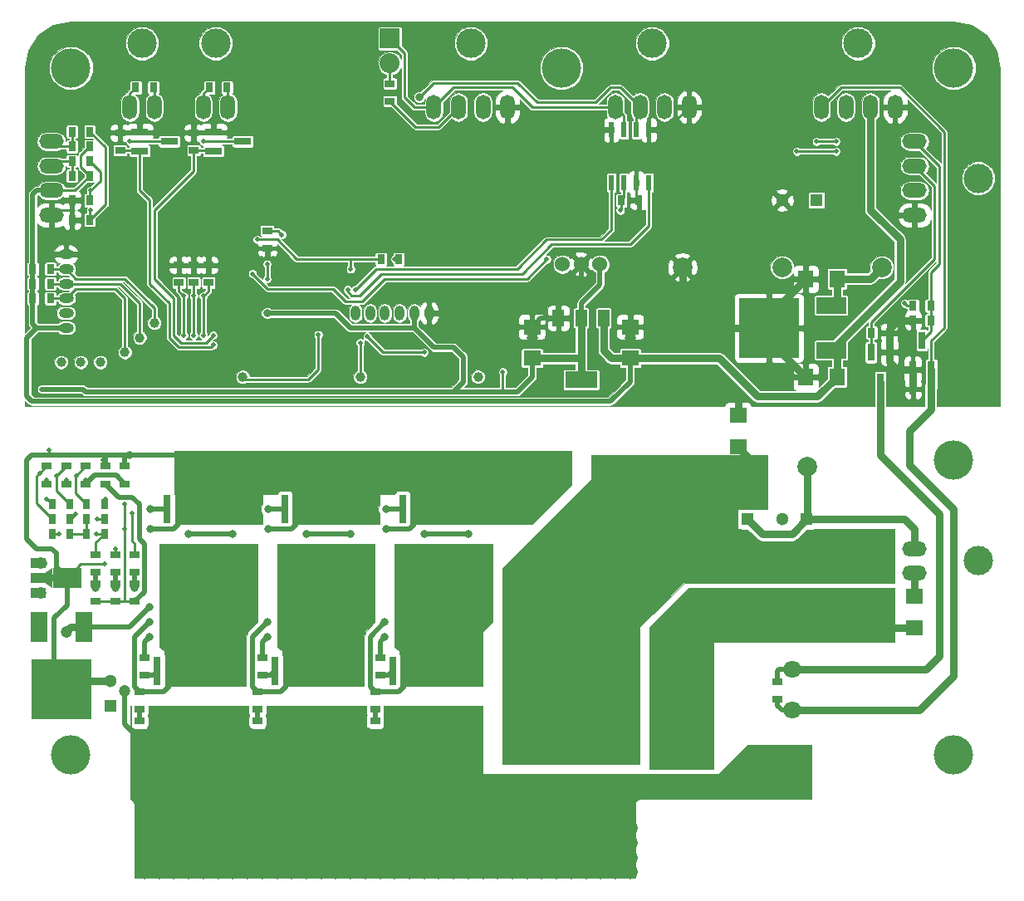
<source format=gbr>
G04 #@! TF.FileFunction,Copper,L2,Bot,Signal*
%FSLAX46Y46*%
G04 Gerber Fmt 4.6, Leading zero omitted, Abs format (unit mm)*
G04 Created by KiCad (PCBNEW 4.0.6) date 04/15/17 20:26:01*
%MOMM*%
%LPD*%
G01*
G04 APERTURE LIST*
%ADD10C,0.100000*%
%ADD11C,2.000000*%
%ADD12R,1.000000X0.800000*%
%ADD13R,0.800000X1.000000*%
%ADD14O,1.000000X1.524000*%
%ADD15O,1.524000X1.000000*%
%ADD16C,4.064000*%
%ADD17C,1.524000*%
%ADD18O,8.000000X3.500000*%
%ADD19R,1.651000X3.048000*%
%ADD20R,6.096000X6.096000*%
%ADD21C,1.300000*%
%ADD22R,1.300000X1.300000*%
%ADD23R,1.600000X1.800000*%
%ADD24R,1.800000X1.600000*%
%ADD25R,0.600000X1.550000*%
%ADD26R,3.048000X1.651000*%
%ADD27R,2.032000X2.032000*%
%ADD28O,2.032000X2.032000*%
%ADD29R,1.501140X1.000760*%
%ADD30R,2.999740X1.998980*%
%ADD31C,1.000000*%
%ADD32R,10.000000X8.000000*%
%ADD33R,0.800000X3.000000*%
%ADD34R,8.000000X3.000000*%
%ADD35R,1.800860X0.800100*%
%ADD36R,0.800100X1.800860*%
%ADD37C,3.500000*%
%ADD38C,1.800000*%
%ADD39R,1.200000X1.700000*%
%ADD40R,3.300000X1.700000*%
%ADD41O,1.500000X2.500000*%
%ADD42C,3.000000*%
%ADD43O,2.500000X1.500000*%
%ADD44C,4.000000*%
%ADD45C,0.500000*%
%ADD46C,1.200000*%
%ADD47C,0.800000*%
%ADD48C,1.500000*%
%ADD49C,0.250000*%
%ADD50C,0.800000*%
%ADD51C,0.500000*%
%ADD52C,1.500000*%
%ADD53C,0.026000*%
G04 APERTURE END LIST*
D10*
D11*
X80040000Y-45660000D03*
X74960000Y-45660000D03*
X67340000Y-45660000D03*
X67340000Y-25340000D03*
X77500000Y-25340000D03*
X87660000Y-25340000D03*
D12*
X36000000Y-71600000D03*
X36000000Y-73400000D03*
X24500000Y-65100000D03*
X24500000Y-66900000D03*
X12500000Y-65100000D03*
X12500000Y-66900000D03*
X36500000Y-65100000D03*
X36500000Y-66900000D03*
D13*
X6900000Y-13000000D03*
X5100000Y-13000000D03*
X6900000Y-16000000D03*
X5100000Y-16000000D03*
X1100000Y-25500000D03*
X2900000Y-25500000D03*
X1100000Y-27000000D03*
X2900000Y-27000000D03*
X1100000Y-28500000D03*
X2900000Y-28500000D03*
X38400000Y-24500000D03*
X36600000Y-24500000D03*
D12*
X25000000Y-21600000D03*
X25000000Y-23400000D03*
X24000000Y-73400000D03*
X24000000Y-71600000D03*
X12000000Y-71600000D03*
X12000000Y-73400000D03*
D14*
X41500000Y-30000000D03*
X40000000Y-30000000D03*
X38500000Y-30000000D03*
X37000000Y-30000000D03*
X35500000Y-30000000D03*
X34000000Y-30000000D03*
D15*
X4500000Y-24000000D03*
X4500000Y-25500000D03*
X4500000Y-27000000D03*
X4500000Y-28500000D03*
X4500000Y-30000000D03*
X4500000Y-31500000D03*
D16*
X31000000Y-63000000D03*
X19000000Y-63000000D03*
X43000000Y-63000000D03*
D12*
X24000000Y-68600000D03*
X24000000Y-70400000D03*
X12000000Y-68600000D03*
X12000000Y-70400000D03*
X36000000Y-68600000D03*
X36000000Y-70400000D03*
X9500000Y-57600000D03*
X9500000Y-59400000D03*
X11500000Y-57600000D03*
X11500000Y-59400000D03*
X7500000Y-57600000D03*
X7500000Y-59400000D03*
D17*
X58910000Y-25000000D03*
X57000000Y-25000000D03*
X55090000Y-25000000D03*
D18*
X52000000Y-46400000D03*
X62000000Y-46400000D03*
D19*
X1714000Y-62000000D03*
D20*
X4000000Y-68350000D03*
D19*
X6286000Y-62000000D03*
D21*
X9000000Y-67500000D03*
D22*
X9000000Y-70000000D03*
D23*
X83100000Y-36500000D03*
X79900000Y-36500000D03*
X83100000Y-26500000D03*
X79900000Y-26500000D03*
D24*
X52000000Y-34600000D03*
X52000000Y-31400000D03*
X62000000Y-34600000D03*
X62000000Y-31400000D03*
D13*
X5100000Y-20500000D03*
X6900000Y-20500000D03*
X6900000Y-11500000D03*
X5100000Y-11500000D03*
X5100000Y-18500000D03*
X6900000Y-18500000D03*
X6900000Y-14500000D03*
X5100000Y-14500000D03*
D25*
X63905000Y-16700000D03*
X62635000Y-16700000D03*
X61365000Y-16700000D03*
X60095000Y-16700000D03*
X60095000Y-11300000D03*
X61365000Y-11300000D03*
X62635000Y-11300000D03*
X63905000Y-11300000D03*
D26*
X82500000Y-29214000D03*
D20*
X76150000Y-31500000D03*
D26*
X82500000Y-33786000D03*
D27*
X37500000Y-2000000D03*
D28*
X37500000Y-4540000D03*
D12*
X37500000Y-6600000D03*
X37500000Y-8400000D03*
D13*
X61100000Y-18500000D03*
X62900000Y-18500000D03*
D29*
X1648340Y-58501140D03*
X1648340Y-57000000D03*
X1648340Y-55498860D03*
D30*
X4599820Y-57000000D03*
D10*
G36*
X2376050Y-56499620D02*
X3125350Y-55999240D01*
X3125350Y-58000760D01*
X2376050Y-57500380D01*
X2376050Y-56499620D01*
X2376050Y-56499620D01*
G37*
D31*
X13500000Y-31000000D03*
X12000000Y-32500000D03*
X10500000Y-34000000D03*
X4000000Y-35000000D03*
X6000000Y-35000000D03*
X8000000Y-35000000D03*
X34500000Y-36500000D03*
X22500000Y-36500000D03*
X46500000Y-36500000D03*
D32*
X30000000Y-74000000D03*
D33*
X25800000Y-66500000D03*
D34*
X30600000Y-66500000D03*
D32*
X31000000Y-57500000D03*
D33*
X26800000Y-50000000D03*
D34*
X31600000Y-50000000D03*
D32*
X18000000Y-74000000D03*
D33*
X13800000Y-66500000D03*
D34*
X18600000Y-66500000D03*
D32*
X19000000Y-57500000D03*
D33*
X14800000Y-50000000D03*
D34*
X19600000Y-50000000D03*
D32*
X42000000Y-74000000D03*
D33*
X37800000Y-66500000D03*
D34*
X42600000Y-66500000D03*
D32*
X43000000Y-57500000D03*
D33*
X38800000Y-50000000D03*
D34*
X43600000Y-50000000D03*
D13*
X13400000Y-7000000D03*
X11600000Y-7000000D03*
X20900000Y-7000000D03*
X19100000Y-7000000D03*
D12*
X77000000Y-69400000D03*
X77000000Y-67600000D03*
D16*
X87000000Y-55500000D03*
X87000000Y-61000000D03*
D35*
X11998860Y-13450000D03*
X11998860Y-11550000D03*
X15001140Y-12500000D03*
X19498860Y-13450000D03*
X19498860Y-11550000D03*
X22501140Y-12500000D03*
D36*
X92700000Y-35751140D03*
X90800000Y-35751140D03*
X91750000Y-32748860D03*
X86550000Y-33998860D03*
X88450000Y-33998860D03*
X87500000Y-37001140D03*
D12*
X10000000Y-13400000D03*
X10000000Y-11600000D03*
X17500000Y-13400000D03*
X17500000Y-11600000D03*
D13*
X90850000Y-29250000D03*
X92650000Y-29250000D03*
X92650000Y-37750000D03*
X90850000Y-37750000D03*
X86600000Y-32000000D03*
X88400000Y-32000000D03*
D37*
X78500000Y-76500000D03*
D38*
X78500000Y-66300000D03*
X78500000Y-70500000D03*
D37*
X80700000Y-60500000D03*
X66400000Y-74200000D03*
X66400000Y-63200000D03*
D24*
X91000000Y-58900000D03*
X91000000Y-62100000D03*
D39*
X54700000Y-30500000D03*
X57000000Y-30500000D03*
X59300000Y-30500000D03*
D40*
X57000000Y-36800000D03*
D41*
X89000000Y-9000000D03*
X86500000Y-9000000D03*
X84000000Y-9000000D03*
X81500000Y-9000000D03*
D42*
X85250000Y-2500000D03*
D21*
X77500000Y-18500000D03*
D22*
X81000000Y-18500000D03*
X80000000Y-51000000D03*
D21*
X77500000Y-51000000D03*
D22*
X74000000Y-51000000D03*
D21*
X71500000Y-51000000D03*
D24*
X73000000Y-43600000D03*
X73000000Y-40400000D03*
D12*
X16000000Y-25100000D03*
X16000000Y-26900000D03*
X17500000Y-25100000D03*
X17500000Y-26900000D03*
X19000000Y-25100000D03*
X19000000Y-26900000D03*
D13*
X6600000Y-52500000D03*
X8400000Y-52500000D03*
X6600000Y-51000000D03*
X8400000Y-51000000D03*
X4900000Y-52500000D03*
X3100000Y-52500000D03*
D12*
X2500000Y-47400000D03*
X2500000Y-45600000D03*
X6500000Y-47400000D03*
X6500000Y-45600000D03*
X4500000Y-47400000D03*
X4500000Y-45600000D03*
D13*
X4900000Y-51000000D03*
X3100000Y-51000000D03*
X8400000Y-49500000D03*
X6600000Y-49500000D03*
X3100000Y-49500000D03*
X4900000Y-49500000D03*
X92650000Y-30750000D03*
X90850000Y-30750000D03*
D12*
X11500000Y-56400000D03*
X11500000Y-54600000D03*
X9500000Y-56400000D03*
X9500000Y-54600000D03*
X7500000Y-56400000D03*
X7500000Y-54600000D03*
D41*
X49500000Y-9000000D03*
X47000000Y-9000000D03*
X44500000Y-9000000D03*
X42000000Y-9000000D03*
D42*
X45750000Y-2500000D03*
D41*
X68000000Y-9000000D03*
X65500000Y-9000000D03*
X63000000Y-9000000D03*
X60500000Y-9000000D03*
D42*
X64250000Y-2500000D03*
D43*
X91000000Y-20000000D03*
X91000000Y-17500000D03*
X91000000Y-15000000D03*
X91000000Y-12500000D03*
D42*
X97500000Y-16250000D03*
D43*
X3000000Y-12500000D03*
X3000000Y-15000000D03*
X3000000Y-17500000D03*
X3000000Y-20000000D03*
D12*
X8500000Y-47400000D03*
X8500000Y-45600000D03*
D24*
X50000000Y-78100000D03*
X50000000Y-74900000D03*
X53000000Y-78100000D03*
X53000000Y-74900000D03*
D12*
X10500000Y-47400000D03*
X10500000Y-45600000D03*
D43*
X91000000Y-56500000D03*
X91000000Y-54000000D03*
D42*
X97500000Y-55250000D03*
D41*
X13500000Y-9000000D03*
X11000000Y-9000000D03*
D42*
X12250000Y-2500000D03*
D41*
X21000000Y-9000000D03*
X18500000Y-9000000D03*
D42*
X19750000Y-2500000D03*
D44*
X95000000Y-5000000D03*
X55000000Y-5000000D03*
X95000000Y-45000000D03*
X5000000Y-5000000D03*
X95000000Y-75000000D03*
X5000000Y-75000000D03*
D45*
X7000000Y-37000000D03*
X2750000Y-37000000D03*
D46*
X73000000Y-38500000D03*
D45*
X23000000Y-6000000D03*
D46*
X52000000Y-32500000D03*
X62000000Y-32500000D03*
D45*
X49000000Y-29500000D03*
X44000000Y-36000000D03*
X24400000Y-25600000D03*
X24400000Y-24400000D03*
X25600000Y-24400000D03*
X25600000Y-25600000D03*
X40000000Y-36000000D03*
X32000000Y-36000000D03*
X28000000Y-36000000D03*
X20000000Y-36000000D03*
X16000000Y-36000000D03*
D47*
X25000000Y-63000000D03*
X25100000Y-50000000D03*
X13000000Y-63000000D03*
X13100000Y-50000000D03*
X37000000Y-63000000D03*
X37100000Y-50000000D03*
D48*
X12500000Y-82500000D03*
X12500000Y-84000000D03*
X12500000Y-85500000D03*
X12500000Y-87000000D03*
X30500000Y-87000000D03*
X29000000Y-87000000D03*
X27500000Y-87000000D03*
X26000000Y-87000000D03*
X24500000Y-87000000D03*
X23000000Y-87000000D03*
X21500000Y-87000000D03*
X20000000Y-87000000D03*
X18500000Y-87000000D03*
X17000000Y-87000000D03*
X15500000Y-87000000D03*
X14000000Y-87000000D03*
X45500000Y-87000000D03*
X44000000Y-87000000D03*
X42500000Y-87000000D03*
X41000000Y-87000000D03*
X39500000Y-87000000D03*
X38000000Y-87000000D03*
X36500000Y-87000000D03*
X35000000Y-87000000D03*
X33500000Y-87000000D03*
X32000000Y-87000000D03*
X62000000Y-87000000D03*
X60500000Y-87000000D03*
X59000000Y-87000000D03*
X57500000Y-87000000D03*
X56000000Y-87000000D03*
X54500000Y-87000000D03*
X53000000Y-87000000D03*
X51500000Y-87000000D03*
X50000000Y-87000000D03*
X48500000Y-87000000D03*
X47000000Y-87000000D03*
X59000000Y-84000000D03*
X60500000Y-84000000D03*
X62000000Y-84000000D03*
X45500000Y-84000000D03*
X47000000Y-84000000D03*
X48500000Y-84000000D03*
X50000000Y-84000000D03*
X51500000Y-84000000D03*
X53000000Y-84000000D03*
X54500000Y-84000000D03*
X56000000Y-84000000D03*
X57500000Y-84000000D03*
X29000000Y-84000000D03*
X30500000Y-84000000D03*
X32000000Y-84000000D03*
X33500000Y-84000000D03*
X35000000Y-84000000D03*
X36500000Y-84000000D03*
X38000000Y-84000000D03*
X39500000Y-84000000D03*
X41000000Y-84000000D03*
X42500000Y-84000000D03*
X44000000Y-84000000D03*
X27500000Y-84000000D03*
X14000000Y-84000000D03*
X15500000Y-84000000D03*
X17000000Y-84000000D03*
X18500000Y-84000000D03*
X20000000Y-84000000D03*
X21500000Y-84000000D03*
X23000000Y-84000000D03*
X24500000Y-84000000D03*
X26000000Y-84000000D03*
X26000000Y-85500000D03*
X24500000Y-85500000D03*
X23000000Y-85500000D03*
X21500000Y-85500000D03*
X20000000Y-85500000D03*
X18500000Y-85500000D03*
X17000000Y-85500000D03*
X15500000Y-85500000D03*
X14000000Y-85500000D03*
X38000000Y-85500000D03*
X36500000Y-85500000D03*
X35000000Y-85500000D03*
X33500000Y-85500000D03*
X32000000Y-85500000D03*
X30500000Y-85500000D03*
X29000000Y-85500000D03*
X27500000Y-85500000D03*
X50000000Y-85500000D03*
X48500000Y-85500000D03*
X47000000Y-85500000D03*
X45500000Y-85500000D03*
X44000000Y-85500000D03*
X42500000Y-85500000D03*
X41000000Y-85500000D03*
X39500000Y-85500000D03*
X62000000Y-85500000D03*
X60500000Y-85500000D03*
X59000000Y-85500000D03*
X57500000Y-85500000D03*
X56000000Y-85500000D03*
X54500000Y-85500000D03*
X53000000Y-85500000D03*
X51500000Y-85500000D03*
X47000000Y-82500000D03*
X48500000Y-82500000D03*
X50000000Y-82500000D03*
X51500000Y-82500000D03*
X53000000Y-82500000D03*
X54500000Y-82500000D03*
X56000000Y-82500000D03*
X57500000Y-82500000D03*
X59000000Y-82500000D03*
X60500000Y-82500000D03*
X62000000Y-82500000D03*
X45500000Y-82500000D03*
X44000000Y-82500000D03*
X42500000Y-82500000D03*
X41000000Y-82500000D03*
X39500000Y-82500000D03*
X38000000Y-82500000D03*
X26000000Y-82500000D03*
X27500000Y-82500000D03*
X29000000Y-82500000D03*
X30500000Y-82500000D03*
X32000000Y-82500000D03*
X33500000Y-82500000D03*
X35000000Y-82500000D03*
X20000000Y-82500000D03*
X21500000Y-82500000D03*
X23000000Y-82500000D03*
X24500000Y-82500000D03*
X36500000Y-82500000D03*
X14000000Y-82500000D03*
X18500000Y-82500000D03*
X17000000Y-82500000D03*
X15500000Y-82500000D03*
D46*
X10500000Y-68500000D03*
D45*
X2000000Y-37750000D03*
X5500000Y-37750000D03*
X61000000Y-19500000D03*
X38000000Y-24500000D03*
X25000000Y-25000000D03*
X25000000Y-26500000D03*
D47*
X25000000Y-30000000D03*
D45*
X49000000Y-36000000D03*
X44000000Y-38000000D03*
X37500000Y-38000000D03*
X32000000Y-38000000D03*
X25500000Y-38000000D03*
X13500000Y-38000000D03*
X19905000Y-38000000D03*
X23500000Y-26000000D03*
X53500000Y-24500000D03*
D47*
X37000000Y-61500000D03*
X7500000Y-58000000D03*
D45*
X8250000Y-45000000D03*
X2750000Y-44000000D03*
D47*
X4500000Y-67500000D03*
X2000000Y-67500000D03*
X11000000Y-44500000D03*
D45*
X8400000Y-55600000D03*
D46*
X5099820Y-57000000D03*
D47*
X13100000Y-52000000D03*
X25100000Y-52000000D03*
X37100000Y-52000000D03*
X25000000Y-61500000D03*
X9500000Y-58000000D03*
X11500000Y-58000000D03*
X13000000Y-61500000D03*
D46*
X1900000Y-58500000D03*
D47*
X13000000Y-60000000D03*
D46*
X4500000Y-62500000D03*
D47*
X21500000Y-52500000D03*
X17000000Y-52500000D03*
X33500000Y-52500000D03*
X29000000Y-52500000D03*
X45500000Y-52500000D03*
X41000000Y-52500000D03*
D45*
X4500000Y-47000000D03*
X2500000Y-47000000D03*
X6500000Y-47000000D03*
D46*
X1900000Y-55500000D03*
D45*
X90000000Y-29000000D03*
D47*
X40500000Y-8000000D03*
D45*
X33500000Y-25500000D03*
X24000000Y-22500000D03*
X26500000Y-22000000D03*
X6600000Y-51000000D03*
X10500000Y-52000000D03*
X10500000Y-49500000D03*
X35200000Y-32400000D03*
X41000000Y-34000000D03*
X34500000Y-33000000D03*
X30200000Y-32200000D03*
X34000000Y-27600000D03*
X33200000Y-27600000D03*
X18500000Y-32250000D03*
X18500000Y-28250000D03*
X17500000Y-32250000D03*
X17500000Y-28250000D03*
X16500000Y-28250000D03*
X16500000Y-32250000D03*
X7000000Y-19500000D03*
X7000000Y-17500000D03*
X11000000Y-12500000D03*
X18500000Y-12500000D03*
X19500000Y-33250000D03*
X83000000Y-12500000D03*
X81000000Y-12500000D03*
X79000000Y-13500000D03*
X83000000Y-13500000D03*
D48*
X66500000Y-56500000D03*
X68000000Y-56500000D03*
X69500000Y-56500000D03*
X71000000Y-56500000D03*
X72500000Y-56500000D03*
X74000000Y-56500000D03*
X75500000Y-56500000D03*
X77000000Y-56500000D03*
X78500000Y-56500000D03*
X80000000Y-56500000D03*
X81500000Y-56500000D03*
X84500000Y-56500000D03*
X83000000Y-56500000D03*
X51500000Y-56500000D03*
X53000000Y-55000000D03*
X54500000Y-53500000D03*
X56000000Y-52000000D03*
X57500000Y-50500000D03*
X59000000Y-49000000D03*
X62000000Y-71500000D03*
X62000000Y-70000000D03*
X62000000Y-68500000D03*
X62000000Y-67000000D03*
X62000000Y-65500000D03*
X62000000Y-64000000D03*
X62000000Y-62500000D03*
X62000000Y-61000000D03*
X63500000Y-59500000D03*
X65000000Y-58000000D03*
X50000000Y-71500000D03*
X50000000Y-70000000D03*
X50000000Y-68500000D03*
X50000000Y-67000000D03*
X50000000Y-65500000D03*
X50000000Y-64000000D03*
X50000000Y-62500000D03*
X50000000Y-61000000D03*
X50000000Y-59500000D03*
X50000000Y-58000000D03*
X62000000Y-74500000D03*
X60500000Y-74500000D03*
X59000000Y-74500000D03*
X57500000Y-74500000D03*
X56000000Y-74500000D03*
X54500000Y-74500000D03*
X53000000Y-74500000D03*
X51500000Y-74500000D03*
X50000000Y-74500000D03*
X50000000Y-73000000D03*
X51500000Y-73000000D03*
X53000000Y-73000000D03*
X54500000Y-73000000D03*
X56000000Y-73000000D03*
X57500000Y-73000000D03*
X59000000Y-73000000D03*
X60500000Y-73000000D03*
X62000000Y-73000000D03*
D46*
X2000000Y-62500000D03*
D45*
X19500000Y-32250000D03*
X1800000Y-46300000D03*
X5550000Y-46550000D03*
X3550000Y-46550000D03*
X5500000Y-50500000D03*
X8500000Y-49000000D03*
X2500000Y-49000000D03*
X7600000Y-52500000D03*
X11200000Y-50400000D03*
X7700000Y-51000000D03*
X3800000Y-52500000D03*
X9500000Y-54000000D03*
D49*
X7000000Y-37000000D02*
X2750000Y-37000000D01*
D50*
X67340000Y-25340000D02*
X67340000Y-28840000D01*
X70000000Y-31500000D02*
X76150000Y-31500000D01*
X67340000Y-28840000D02*
X70000000Y-31500000D01*
X73000000Y-40400000D02*
X73000000Y-38500000D01*
D49*
X63905000Y-11300000D02*
X65700000Y-11300000D01*
X65700000Y-11300000D02*
X68000000Y-9000000D01*
X62635000Y-15000000D02*
X61000000Y-15000000D01*
X60095000Y-14095000D02*
X60095000Y-11300000D01*
X61000000Y-15000000D02*
X60095000Y-14095000D01*
X62635000Y-16700000D02*
X62635000Y-15000000D01*
X62635000Y-15000000D02*
X62635000Y-14865000D01*
X63905000Y-13595000D02*
X63905000Y-11300000D01*
X62635000Y-14865000D02*
X63905000Y-13595000D01*
X62635000Y-16700000D02*
X62635000Y-18235000D01*
X62635000Y-18235000D02*
X62900000Y-18500000D01*
X19498860Y-11550000D02*
X21950000Y-11550000D01*
X23000000Y-10500000D02*
X23000000Y-6000000D01*
X21950000Y-11550000D02*
X23000000Y-10500000D01*
X11998860Y-11550000D02*
X17450000Y-11550000D01*
X17450000Y-11550000D02*
X17500000Y-11600000D01*
X17500000Y-11600000D02*
X19448860Y-11600000D01*
X19448860Y-11600000D02*
X19498860Y-11550000D01*
X10000000Y-11600000D02*
X11948860Y-11600000D01*
X11948860Y-11600000D02*
X11998860Y-11550000D01*
X3000000Y-20000000D02*
X3500000Y-19500000D01*
X3500000Y-19500000D02*
X5100000Y-19500000D01*
X5100000Y-18500000D02*
X5100000Y-19500000D01*
X5100000Y-19500000D02*
X5100000Y-20500000D01*
D50*
X79900000Y-36500000D02*
X76150000Y-32750000D01*
X76150000Y-32750000D02*
X76150000Y-31500000D01*
X79900000Y-26500000D02*
X76150000Y-30250000D01*
X76150000Y-30250000D02*
X76150000Y-31500000D01*
X90850000Y-30750000D02*
X89250000Y-30750000D01*
X89250000Y-30750000D02*
X88400000Y-31600000D01*
X88400000Y-31600000D02*
X88400000Y-32000000D01*
X88400000Y-32000000D02*
X88400000Y-33948860D01*
X88400000Y-33948860D02*
X88450000Y-33998860D01*
X90800000Y-35751140D02*
X90800000Y-37700000D01*
X90800000Y-37700000D02*
X90850000Y-37750000D01*
X88450000Y-33998860D02*
X88450000Y-34950000D01*
X89251140Y-35751140D02*
X90800000Y-35751140D01*
X88450000Y-34950000D02*
X89251140Y-35751140D01*
D49*
X19000000Y-25100000D02*
X22400000Y-25100000D01*
X23100000Y-24400000D02*
X24400000Y-24400000D01*
X22400000Y-25100000D02*
X23100000Y-24400000D01*
X17500000Y-25100000D02*
X16000000Y-25100000D01*
X19000000Y-25100000D02*
X17500000Y-25100000D01*
D50*
X52000000Y-31400000D02*
X52000000Y-32500000D01*
X62000000Y-32500000D02*
X62000000Y-31400000D01*
D49*
X90800000Y-37700000D02*
X90850000Y-37750000D01*
X25000000Y-24400000D02*
X25000000Y-23400000D01*
X52000000Y-30000000D02*
X52000000Y-31400000D01*
X51500000Y-29500000D02*
X52000000Y-30000000D01*
X49000000Y-29500000D02*
X51500000Y-29500000D01*
D51*
X57000000Y-25000000D02*
X57000000Y-26500000D01*
X54700000Y-28800000D02*
X54700000Y-30500000D01*
X57000000Y-26500000D02*
X54700000Y-28800000D01*
X52000000Y-31400000D02*
X52900000Y-30500000D01*
X52900000Y-30500000D02*
X54700000Y-30500000D01*
D49*
X24400000Y-24400000D02*
X24400000Y-25600000D01*
X25600000Y-24400000D02*
X25000000Y-24400000D01*
X25000000Y-24400000D02*
X24400000Y-24400000D01*
X25600000Y-25600000D02*
X25600000Y-24400000D01*
X4500000Y-23000000D02*
X4500000Y-24000000D01*
X3000000Y-21500000D02*
X4500000Y-23000000D01*
X3000000Y-20000000D02*
X3000000Y-21500000D01*
D50*
X86500000Y-9000000D02*
X86500000Y-19500000D01*
X89500000Y-26786000D02*
X82500000Y-33786000D01*
X89500000Y-22500000D02*
X89500000Y-26786000D01*
X86500000Y-19500000D02*
X89500000Y-22500000D01*
X83100000Y-36500000D02*
X81100000Y-38500000D01*
X71100000Y-34600000D02*
X62000000Y-34600000D01*
X75000000Y-38500000D02*
X71100000Y-34600000D01*
X81100000Y-38500000D02*
X75000000Y-38500000D01*
D49*
X6900000Y-16000000D02*
X5400000Y-17500000D01*
X5400000Y-17500000D02*
X3000000Y-17500000D01*
X6900000Y-13000000D02*
X6000000Y-13900000D01*
X6000000Y-15100000D02*
X6900000Y-16000000D01*
X6000000Y-13900000D02*
X6000000Y-15100000D01*
D50*
X83100000Y-36500000D02*
X83100000Y-34386000D01*
X83100000Y-34386000D02*
X82500000Y-33786000D01*
D51*
X1100000Y-17900000D02*
X1100000Y-25500000D01*
X3000000Y-17500000D02*
X1500000Y-17500000D01*
X1500000Y-17500000D02*
X1100000Y-17900000D01*
X1100000Y-27000000D02*
X1100000Y-25500000D01*
X1100000Y-28500000D02*
X1100000Y-27000000D01*
X1500000Y-31500000D02*
X1100000Y-31100000D01*
X1100000Y-31100000D02*
X1100000Y-28500000D01*
X4500000Y-31500000D02*
X1500000Y-31500000D01*
X500000Y-32500000D02*
X500000Y-38500000D01*
X1500000Y-31500000D02*
X500000Y-32500000D01*
X62000000Y-34600000D02*
X62000000Y-37000000D01*
X1000000Y-39000000D02*
X500000Y-38500000D01*
X60000000Y-39000000D02*
X1000000Y-39000000D01*
X62000000Y-37000000D02*
X60000000Y-39000000D01*
D50*
X62000000Y-34600000D02*
X60100000Y-34600000D01*
X60100000Y-34600000D02*
X59300000Y-33800000D01*
X59300000Y-33800000D02*
X59300000Y-30500000D01*
D51*
X3000000Y-17500000D02*
X2000000Y-17500000D01*
X24500000Y-65100000D02*
X24500000Y-63500000D01*
X24500000Y-63500000D02*
X25000000Y-63000000D01*
X25800000Y-66500000D02*
X25400000Y-66900000D01*
X25400000Y-66900000D02*
X24500000Y-66900000D01*
X25100000Y-50000000D02*
X26800000Y-50000000D01*
X12500000Y-65100000D02*
X12500000Y-63500000D01*
X12500000Y-63500000D02*
X13000000Y-63000000D01*
X13800000Y-66500000D02*
X13400000Y-66900000D01*
X13400000Y-66900000D02*
X12500000Y-66900000D01*
X13100000Y-50000000D02*
X14800000Y-50000000D01*
X36500000Y-65100000D02*
X36500000Y-63500000D01*
X36500000Y-63500000D02*
X37000000Y-63000000D01*
X36500000Y-66900000D02*
X37400000Y-66900000D01*
X37400000Y-66900000D02*
X37800000Y-66500000D01*
X37100000Y-50000000D02*
X38800000Y-50000000D01*
D50*
X12500000Y-82500000D02*
X12500000Y-84000000D01*
X12500000Y-85500000D02*
X12500000Y-87000000D01*
X30500000Y-87000000D02*
X29000000Y-87000000D01*
X27500000Y-87000000D02*
X26000000Y-87000000D01*
X24500000Y-87000000D02*
X23000000Y-87000000D01*
X21500000Y-87000000D02*
X20000000Y-87000000D01*
X18500000Y-87000000D02*
X17000000Y-87000000D01*
X15500000Y-87000000D02*
X14000000Y-87000000D01*
X45500000Y-87000000D02*
X44000000Y-87000000D01*
X42500000Y-87000000D02*
X41000000Y-87000000D01*
X39500000Y-87000000D02*
X38000000Y-87000000D01*
X36500000Y-87000000D02*
X35000000Y-87000000D01*
X33500000Y-87000000D02*
X32000000Y-87000000D01*
X62000000Y-85500000D02*
X62000000Y-87000000D01*
X60500000Y-87000000D02*
X59000000Y-87000000D01*
X57500000Y-87000000D02*
X56000000Y-87000000D01*
X54500000Y-87000000D02*
X53000000Y-87000000D01*
X51500000Y-87000000D02*
X50000000Y-87000000D01*
X48500000Y-87000000D02*
X47000000Y-87000000D01*
X59000000Y-84000000D02*
X60500000Y-84000000D01*
X44000000Y-84000000D02*
X45500000Y-84000000D01*
X47000000Y-84000000D02*
X48500000Y-84000000D01*
X50000000Y-84000000D02*
X51500000Y-84000000D01*
X53000000Y-84000000D02*
X54500000Y-84000000D01*
X56000000Y-84000000D02*
X57500000Y-84000000D01*
X29000000Y-84000000D02*
X30500000Y-84000000D01*
X32000000Y-84000000D02*
X33500000Y-84000000D01*
X35000000Y-84000000D02*
X36500000Y-84000000D01*
X38000000Y-84000000D02*
X39500000Y-84000000D01*
X41000000Y-84000000D02*
X42500000Y-84000000D01*
X26000000Y-84000000D02*
X27500000Y-84000000D01*
X14000000Y-84000000D02*
X15500000Y-84000000D01*
X17000000Y-84000000D02*
X18500000Y-84000000D01*
X20000000Y-84000000D02*
X21500000Y-84000000D01*
X23000000Y-84000000D02*
X24500000Y-84000000D01*
D51*
X12000000Y-73400000D02*
X17400000Y-73400000D01*
X17400000Y-73400000D02*
X18000000Y-74000000D01*
D49*
X27500000Y-85500000D02*
X26000000Y-85500000D01*
X24500000Y-85500000D02*
X23000000Y-85500000D01*
X21500000Y-85500000D02*
X20000000Y-85500000D01*
X18500000Y-85500000D02*
X17000000Y-85500000D01*
X15500000Y-85500000D02*
X14000000Y-85500000D01*
X39500000Y-85500000D02*
X38000000Y-85500000D01*
X36500000Y-85500000D02*
X35000000Y-85500000D01*
X33500000Y-85500000D02*
X32000000Y-85500000D01*
X30500000Y-85500000D02*
X29000000Y-85500000D01*
X51500000Y-85500000D02*
X50000000Y-85500000D01*
X48500000Y-85500000D02*
X47000000Y-85500000D01*
X45500000Y-85500000D02*
X44000000Y-85500000D01*
X42500000Y-85500000D02*
X41000000Y-85500000D01*
X60500000Y-85500000D02*
X59000000Y-85500000D01*
X57500000Y-85500000D02*
X56000000Y-85500000D01*
X54500000Y-85500000D02*
X53000000Y-85500000D01*
X47000000Y-82500000D02*
X48500000Y-82500000D01*
X50000000Y-82500000D02*
X51500000Y-82500000D01*
X53000000Y-82500000D02*
X54500000Y-82500000D01*
X56000000Y-82500000D02*
X57500000Y-82500000D01*
X59000000Y-82500000D02*
X60500000Y-82500000D01*
X44000000Y-82500000D02*
X45500000Y-82500000D01*
X41000000Y-82500000D02*
X42500000Y-82500000D01*
X38000000Y-82500000D02*
X39500000Y-82500000D01*
X35000000Y-82500000D02*
X36500000Y-82500000D01*
X26000000Y-82500000D02*
X27500000Y-82500000D01*
X29000000Y-82500000D02*
X30500000Y-82500000D01*
X32000000Y-82500000D02*
X33500000Y-82500000D01*
X20000000Y-82500000D02*
X21500000Y-82500000D01*
X23000000Y-82500000D02*
X24500000Y-82500000D01*
X17000000Y-82500000D02*
X18500000Y-82500000D01*
X15500000Y-82500000D02*
X14000000Y-82500000D01*
D51*
X10500000Y-71900000D02*
X12000000Y-73400000D01*
X10500000Y-71900000D02*
X10500000Y-68500000D01*
D50*
X16900000Y-75100000D02*
X18000000Y-74000000D01*
D52*
X45000000Y-77000000D02*
X42000000Y-74000000D01*
D51*
X24000000Y-73400000D02*
X23400000Y-74000000D01*
X23400000Y-74000000D02*
X18000000Y-74000000D01*
X30000000Y-74000000D02*
X24600000Y-74000000D01*
X24600000Y-74000000D02*
X24000000Y-73400000D01*
X42000000Y-74000000D02*
X36600000Y-74000000D01*
X36600000Y-74000000D02*
X36000000Y-73400000D01*
X45600000Y-71400000D02*
X42000000Y-75000000D01*
X33600000Y-71400000D02*
X30000000Y-75000000D01*
X21600000Y-71400000D02*
X18000000Y-75000000D01*
X5500000Y-37750000D02*
X2000000Y-37750000D01*
X5500000Y-37750000D02*
X6250000Y-37750000D01*
X6250000Y-37750000D02*
X6500000Y-38000000D01*
X6500000Y-38000000D02*
X13500000Y-38000000D01*
D49*
X61100000Y-19400000D02*
X61100000Y-18500000D01*
X61000000Y-19500000D02*
X61100000Y-19400000D01*
X61365000Y-16700000D02*
X61365000Y-18235000D01*
X61365000Y-18235000D02*
X61100000Y-18500000D01*
X38400000Y-24500000D02*
X38000000Y-24500000D01*
X25000000Y-25000000D02*
X25000000Y-26500000D01*
D51*
X40000000Y-31500000D02*
X33500000Y-31500000D01*
X33500000Y-31500000D02*
X32000000Y-30000000D01*
X32000000Y-30000000D02*
X25000000Y-30000000D01*
D49*
X49000000Y-36000000D02*
X49000000Y-38000000D01*
D51*
X52000000Y-34600000D02*
X52000000Y-36500000D01*
X50500000Y-38000000D02*
X49000000Y-38000000D01*
X49000000Y-38000000D02*
X44000000Y-38000000D01*
X52000000Y-36500000D02*
X50500000Y-38000000D01*
D50*
X52000000Y-34600000D02*
X57000000Y-34600000D01*
X57000000Y-34600000D02*
X57000000Y-34500000D01*
X57000000Y-36800000D02*
X57000000Y-34500000D01*
X57000000Y-34500000D02*
X57000000Y-30500000D01*
D51*
X57000000Y-30500000D02*
X57000000Y-29000000D01*
X58910000Y-27090000D02*
X58910000Y-25000000D01*
X57000000Y-29000000D02*
X58910000Y-27090000D01*
X40000000Y-30000000D02*
X40000000Y-31500000D01*
X45000000Y-37000000D02*
X44000000Y-38000000D01*
X45000000Y-34500000D02*
X45000000Y-37000000D01*
X44000000Y-33500000D02*
X45000000Y-34500000D01*
X42000000Y-33500000D02*
X44000000Y-33500000D01*
X40000000Y-31500000D02*
X42000000Y-33500000D01*
X37500000Y-38000000D02*
X44000000Y-38000000D01*
X34000000Y-38000000D02*
X35400000Y-38000000D01*
X35400000Y-38000000D02*
X37500000Y-38000000D01*
X32000000Y-38000000D02*
X34000000Y-38000000D01*
X25500000Y-38000000D02*
X32000000Y-38000000D01*
X19905000Y-38000000D02*
X25500000Y-38000000D01*
X19905000Y-38000000D02*
X13500000Y-38000000D01*
X19905000Y-38000000D02*
X20000000Y-38000000D01*
D49*
X33000000Y-28800000D02*
X31700000Y-27500000D01*
X31700000Y-27500000D02*
X25000000Y-27500000D01*
X23500000Y-26000000D02*
X25000000Y-27500000D01*
X33000000Y-28800000D02*
X34700000Y-28800000D01*
X34700000Y-28800000D02*
X37000000Y-26500000D01*
X37000000Y-26500000D02*
X51500000Y-26500000D01*
X53500000Y-24500000D02*
X51500000Y-26500000D01*
D51*
X37000000Y-61500000D02*
X35500000Y-63000000D01*
X35500000Y-63000000D02*
X35500000Y-68100000D01*
X7500000Y-58000000D02*
X7500000Y-57600000D01*
X7500000Y-56400000D02*
X7500000Y-57600000D01*
X36000000Y-68600000D02*
X38400000Y-68600000D01*
X38400000Y-68600000D02*
X39000000Y-68000000D01*
X39000000Y-68000000D02*
X39000000Y-66500000D01*
X39000000Y-66500000D02*
X42500000Y-66500000D01*
X42500000Y-66500000D02*
X42600000Y-66500000D01*
X35500000Y-68100000D02*
X36000000Y-68600000D01*
X10500000Y-45600000D02*
X10500000Y-44500000D01*
X10500000Y-44500000D02*
X10500000Y-44750000D01*
X10500000Y-44750000D02*
X10500000Y-44500000D01*
D49*
X8250000Y-45000000D02*
X8500000Y-45250000D01*
X8500000Y-45250000D02*
X8500000Y-45600000D01*
X2750000Y-44000000D02*
X2750000Y-44500000D01*
D51*
X8500000Y-45600000D02*
X8500000Y-44500000D01*
D49*
X4500000Y-67500000D02*
X4000000Y-68000000D01*
X4000000Y-68000000D02*
X4000000Y-68350000D01*
X2000000Y-67500000D02*
X2850000Y-68350000D01*
X2850000Y-68350000D02*
X4000000Y-68350000D01*
X2750700Y-57000000D02*
X1648340Y-57000000D01*
X2750700Y-57000000D02*
X4599820Y-57000000D01*
X1648340Y-57000000D02*
X4599820Y-57000000D01*
D51*
X4000000Y-68350000D02*
X3300000Y-67650000D01*
X3300000Y-67650000D02*
X3300000Y-61100000D01*
X4599820Y-59800180D02*
X4599820Y-57000000D01*
X3300000Y-61100000D02*
X4599820Y-59800180D01*
D49*
X5999820Y-55600000D02*
X4599820Y-57000000D01*
X8400000Y-55600000D02*
X5999820Y-55600000D01*
D51*
X4599820Y-57000000D02*
X3500000Y-55900180D01*
X1000000Y-44500000D02*
X2750000Y-44500000D01*
X2750000Y-44500000D02*
X8500000Y-44500000D01*
X8500000Y-44500000D02*
X10500000Y-44500000D01*
X10500000Y-44500000D02*
X11000000Y-44500000D01*
X11000000Y-44500000D02*
X18500000Y-44500000D01*
X500000Y-45000000D02*
X1000000Y-44500000D01*
X500000Y-53000000D02*
X500000Y-45000000D01*
X1500000Y-54000000D02*
X500000Y-53000000D01*
X3000000Y-54000000D02*
X1500000Y-54000000D01*
X3500000Y-54500000D02*
X3000000Y-54000000D01*
X3500000Y-55900180D02*
X3500000Y-54500000D01*
D50*
X9000000Y-67500000D02*
X4850000Y-67500000D01*
X4850000Y-67500000D02*
X4000000Y-68350000D01*
X3250700Y-57000000D02*
X3750000Y-56500700D01*
D51*
X4000000Y-65600000D02*
X4000000Y-67850000D01*
X4000000Y-66600000D02*
X4000000Y-67850000D01*
X5500000Y-57400180D02*
X5099820Y-57000000D01*
X3250700Y-57000000D02*
X5099820Y-57000000D01*
X2148340Y-57000000D02*
X3250700Y-57000000D01*
X16000000Y-51500000D02*
X15500000Y-52000000D01*
X13100000Y-52000000D02*
X15500000Y-52000000D01*
X16000000Y-51500000D02*
X16000000Y-50000000D01*
X16000000Y-50000000D02*
X19600000Y-50000000D01*
X28000000Y-51500000D02*
X27500000Y-52000000D01*
X25100000Y-52000000D02*
X27500000Y-52000000D01*
X28000000Y-51500000D02*
X28000000Y-50000000D01*
X28000000Y-50000000D02*
X31600000Y-50000000D01*
X40000000Y-51500000D02*
X39500000Y-52000000D01*
X37100000Y-52000000D02*
X39500000Y-52000000D01*
X40000000Y-51500000D02*
X40000000Y-50000000D01*
X40000000Y-50000000D02*
X43600000Y-50000000D01*
X16000000Y-50000000D02*
X19600000Y-50000000D01*
X28000000Y-50000000D02*
X31600000Y-50000000D01*
X40000000Y-50000000D02*
X43600000Y-50000000D01*
D50*
X30600000Y-46100000D02*
X32200000Y-44500000D01*
X42600000Y-46100000D02*
X42600000Y-50000000D01*
X41000000Y-44500000D02*
X42600000Y-46100000D01*
X32200000Y-44500000D02*
X41000000Y-44500000D01*
X18500000Y-44500000D02*
X29000000Y-44500000D01*
X30600000Y-46100000D02*
X30600000Y-50000000D01*
X29000000Y-44500000D02*
X30600000Y-46100000D01*
X18600000Y-44600000D02*
X18600000Y-50000000D01*
X18500000Y-44500000D02*
X18600000Y-44600000D01*
D51*
X23500000Y-68100000D02*
X23500000Y-63000000D01*
X23500000Y-63000000D02*
X25000000Y-61500000D01*
X9500000Y-58000000D02*
X9500000Y-57600000D01*
X9500000Y-56400000D02*
X9500000Y-57600000D01*
X24000000Y-68600000D02*
X26400000Y-68600000D01*
X26400000Y-68600000D02*
X27000000Y-68000000D01*
X27000000Y-68000000D02*
X27000000Y-66500000D01*
X27000000Y-66500000D02*
X30500000Y-66500000D01*
X30500000Y-66500000D02*
X30600000Y-66500000D01*
X23500000Y-68100000D02*
X24000000Y-68600000D01*
X13000000Y-61500000D02*
X11500000Y-63000000D01*
X11500000Y-63000000D02*
X11500000Y-68100000D01*
X11500000Y-58000000D02*
X11500000Y-57600000D01*
X11500000Y-56400000D02*
X11500000Y-57600000D01*
X12000000Y-68600000D02*
X14400000Y-68600000D01*
X14400000Y-68600000D02*
X15000000Y-68000000D01*
X15000000Y-68000000D02*
X15000000Y-66500000D01*
X15000000Y-66500000D02*
X18000000Y-66500000D01*
X18000000Y-66500000D02*
X18600000Y-66500000D01*
X11500000Y-68100000D02*
X12000000Y-68600000D01*
D49*
X1900000Y-58500000D02*
X1898860Y-58501140D01*
X1898860Y-58501140D02*
X1648340Y-58501140D01*
D51*
X6286000Y-62000000D02*
X11000000Y-62000000D01*
X11000000Y-62000000D02*
X13000000Y-60000000D01*
D50*
X5000000Y-62000000D02*
X6286000Y-62000000D01*
X4500000Y-62500000D02*
X5000000Y-62000000D01*
D51*
X21500000Y-52500000D02*
X17000000Y-52500000D01*
X33500000Y-52500000D02*
X29000000Y-52500000D01*
X45500000Y-52500000D02*
X41000000Y-52500000D01*
X24000000Y-71600000D02*
X24000000Y-70400000D01*
D49*
X4500000Y-47400000D02*
X4500000Y-47000000D01*
X2500000Y-47000000D02*
X2500000Y-47400000D01*
D51*
X10500000Y-47400000D02*
X9600000Y-46500000D01*
X7400000Y-46500000D02*
X6500000Y-47400000D01*
X9600000Y-46500000D02*
X7400000Y-46500000D01*
D49*
X6500000Y-47400000D02*
X6500000Y-47000000D01*
D50*
X1900000Y-55500000D02*
X2147200Y-55500000D01*
X2147200Y-55500000D02*
X2148340Y-55498860D01*
D49*
X4500000Y-25500000D02*
X5500000Y-26500000D01*
X13500000Y-29500000D02*
X13500000Y-31000000D01*
X10500000Y-26500000D02*
X13500000Y-29500000D01*
X5500000Y-26500000D02*
X10500000Y-26500000D01*
X4500000Y-25500000D02*
X2900000Y-25500000D01*
X12000000Y-32500000D02*
X12000000Y-29000000D01*
X10000000Y-27000000D02*
X4500000Y-27000000D01*
X12000000Y-29000000D02*
X10000000Y-27000000D01*
X2900000Y-27000000D02*
X4500000Y-27000000D01*
X4500000Y-28500000D02*
X5500000Y-27500000D01*
X10500000Y-28500000D02*
X10500000Y-34000000D01*
X9500000Y-27500000D02*
X10500000Y-28500000D01*
X5500000Y-27500000D02*
X9500000Y-27500000D01*
X4500000Y-28500000D02*
X5000000Y-28500000D01*
X4500000Y-28500000D02*
X2900000Y-28500000D01*
X21000000Y-9000000D02*
X21000000Y-7100000D01*
X21000000Y-7100000D02*
X20900000Y-7000000D01*
X13500000Y-9000000D02*
X13500000Y-7100000D01*
X13500000Y-7100000D02*
X13400000Y-7000000D01*
X90850000Y-29250000D02*
X90250000Y-29250000D01*
X90250000Y-29250000D02*
X90000000Y-29000000D01*
D50*
X87660000Y-25340000D02*
X86500000Y-26500000D01*
X86500000Y-26500000D02*
X83100000Y-26500000D01*
X83100000Y-26500000D02*
X83100000Y-28614000D01*
X83100000Y-28614000D02*
X82500000Y-29214000D01*
D49*
X63000000Y-9000000D02*
X61000000Y-7000000D01*
X42000000Y-6500000D02*
X40500000Y-8000000D01*
X50500000Y-6500000D02*
X42000000Y-6500000D01*
X52500000Y-8500000D02*
X50500000Y-6500000D01*
X58500000Y-8500000D02*
X52500000Y-8500000D01*
X60000000Y-7000000D02*
X58500000Y-8500000D01*
X61000000Y-7000000D02*
X60000000Y-7000000D01*
X63000000Y-9000000D02*
X62635000Y-9365000D01*
X62635000Y-9365000D02*
X62635000Y-11300000D01*
X37500000Y-8400000D02*
X40100000Y-11000000D01*
X40100000Y-11000000D02*
X42500000Y-11000000D01*
X42500000Y-11000000D02*
X44500000Y-9000000D01*
X60500000Y-9000000D02*
X52000000Y-9000000D01*
X44000000Y-7000000D02*
X42000000Y-9000000D01*
X50000000Y-7000000D02*
X44000000Y-7000000D01*
X52000000Y-9000000D02*
X50000000Y-7000000D01*
X60500000Y-9000000D02*
X61365000Y-9865000D01*
X61365000Y-9865000D02*
X61365000Y-11300000D01*
X37500000Y-2000000D02*
X39000000Y-3500000D01*
X39000000Y-3500000D02*
X39000000Y-8000000D01*
X39000000Y-8000000D02*
X40000000Y-9000000D01*
X40000000Y-9000000D02*
X42000000Y-9000000D01*
X5100000Y-14500000D02*
X3500000Y-14500000D01*
X3500000Y-14500000D02*
X3000000Y-15000000D01*
X5100000Y-14500000D02*
X5100000Y-16000000D01*
X3000000Y-12500000D02*
X3500000Y-13000000D01*
X3500000Y-13000000D02*
X5100000Y-13000000D01*
X5100000Y-11500000D02*
X5100000Y-13000000D01*
X33500000Y-24500000D02*
X28000000Y-24500000D01*
X28000000Y-24500000D02*
X26000000Y-22500000D01*
X36600000Y-24500000D02*
X33500000Y-24500000D01*
X33500000Y-25500000D02*
X33500000Y-24500000D01*
X24000000Y-22500000D02*
X26000000Y-22500000D01*
X25000000Y-21600000D02*
X26100000Y-21600000D01*
X26100000Y-21600000D02*
X26500000Y-22000000D01*
D51*
X8500000Y-47400000D02*
X9850000Y-48750000D01*
X11250000Y-48750000D02*
X12000000Y-49500000D01*
X9850000Y-48750000D02*
X11250000Y-48750000D01*
X12500000Y-58400000D02*
X11500000Y-59400000D01*
X12000000Y-49500000D02*
X12000000Y-53000000D01*
X12000000Y-53000000D02*
X12500000Y-53500000D01*
X12500000Y-53500000D02*
X12500000Y-58400000D01*
D49*
X6600000Y-52500000D02*
X6600000Y-51000000D01*
X10600000Y-59400000D02*
X10500000Y-59300000D01*
X10500000Y-59300000D02*
X10500000Y-52000000D01*
X9500000Y-59400000D02*
X10600000Y-59400000D01*
X10600000Y-59400000D02*
X11500000Y-59400000D01*
X7500000Y-59400000D02*
X9500000Y-59400000D01*
X10500000Y-52000000D02*
X10500000Y-49500000D01*
X6600000Y-52500000D02*
X4900000Y-52500000D01*
X35200000Y-32400000D02*
X36800000Y-34000000D01*
X36800000Y-34000000D02*
X41000000Y-34000000D01*
X34500000Y-33000000D02*
X34500000Y-36500000D01*
X34500000Y-34500000D02*
X34500000Y-36500000D01*
X34500000Y-36500000D02*
X34500000Y-34500000D01*
X30200000Y-32200000D02*
X30200000Y-35750000D01*
X30200000Y-35750000D02*
X29200000Y-36750000D01*
X22500000Y-36500000D02*
X22750000Y-36750000D01*
X22750000Y-36750000D02*
X29200000Y-36750000D01*
X60095000Y-16700000D02*
X60095000Y-21500000D01*
X50500000Y-25500000D02*
X53500000Y-22500000D01*
X36100000Y-25500000D02*
X50500000Y-25500000D01*
X34000000Y-27600000D02*
X36100000Y-25500000D01*
X59095000Y-22500000D02*
X53500000Y-22500000D01*
X60095000Y-21500000D02*
X59095000Y-22500000D01*
X54000000Y-23000000D02*
X62000000Y-23000000D01*
X36600000Y-26000000D02*
X51000000Y-26000000D01*
X34400000Y-28200000D02*
X36600000Y-26000000D01*
X54000000Y-23000000D02*
X51000000Y-26000000D01*
X33600000Y-28200000D02*
X34400000Y-28200000D01*
X33200000Y-27800000D02*
X33600000Y-28200000D01*
X33200000Y-27600000D02*
X33200000Y-27800000D01*
X63905000Y-21095000D02*
X63905000Y-16700000D01*
X62000000Y-23000000D02*
X63905000Y-21095000D01*
X18500000Y-28250000D02*
X19000000Y-27750000D01*
X19000000Y-27750000D02*
X19000000Y-26900000D01*
X18500000Y-28250000D02*
X18500000Y-32250000D01*
X17500000Y-26900000D02*
X17500000Y-28250000D01*
X17500000Y-32250000D02*
X17500000Y-28250000D01*
X16500000Y-28250000D02*
X16000000Y-27750000D01*
X16000000Y-27750000D02*
X16000000Y-26900000D01*
X16500000Y-28250000D02*
X16500000Y-32250000D01*
D51*
X12000000Y-71600000D02*
X12000000Y-70400000D01*
X36000000Y-71600000D02*
X36000000Y-70400000D01*
D49*
X6900000Y-20500000D02*
X8500000Y-18900000D01*
X8500000Y-13100000D02*
X6900000Y-11500000D01*
X8500000Y-18900000D02*
X8500000Y-13100000D01*
X6900000Y-20500000D02*
X6900000Y-19600000D01*
X6900000Y-19600000D02*
X7000000Y-19500000D01*
X7000000Y-20400000D02*
X6900000Y-20500000D01*
X6900000Y-14500000D02*
X8000000Y-15600000D01*
X8000000Y-16500000D02*
X7000000Y-17500000D01*
X8000000Y-15600000D02*
X8000000Y-16500000D01*
X6900000Y-18500000D02*
X6900000Y-17600000D01*
X6900000Y-17600000D02*
X7000000Y-17500000D01*
X37500000Y-4540000D02*
X37500000Y-6600000D01*
X11000000Y-9000000D02*
X11000000Y-7600000D01*
X11000000Y-7600000D02*
X11600000Y-7000000D01*
X15001140Y-12500000D02*
X11000000Y-12500000D01*
X11000000Y-9500000D02*
X11000000Y-8100000D01*
X18500000Y-9000000D02*
X18500000Y-7600000D01*
X18500000Y-7600000D02*
X19100000Y-7000000D01*
X18500000Y-12500000D02*
X22501140Y-12500000D01*
X18500000Y-9500000D02*
X18500000Y-8100000D01*
X81500000Y-9000000D02*
X83500000Y-7000000D01*
X92700000Y-32800000D02*
X92700000Y-35751140D01*
X94000000Y-31500000D02*
X92700000Y-32800000D01*
X94000000Y-11500000D02*
X94000000Y-31500000D01*
X89500000Y-7000000D02*
X94000000Y-11500000D01*
X83500000Y-7000000D02*
X89500000Y-7000000D01*
D50*
X92700000Y-35751140D02*
X92700000Y-37700000D01*
X92700000Y-37700000D02*
X92650000Y-37750000D01*
X78500000Y-70500000D02*
X91500000Y-70500000D01*
X92650000Y-39850000D02*
X92650000Y-37750000D01*
X90500000Y-42000000D02*
X92650000Y-39850000D01*
X90500000Y-45500000D02*
X90500000Y-42000000D01*
X95000000Y-50000000D02*
X90500000Y-45500000D01*
X95000000Y-67000000D02*
X95000000Y-50000000D01*
X91500000Y-70500000D02*
X95000000Y-67000000D01*
D51*
X77000000Y-69400000D02*
X77000000Y-70000000D01*
X77500000Y-70500000D02*
X78500000Y-70500000D01*
X77000000Y-70000000D02*
X77500000Y-70500000D01*
D49*
X92700000Y-37700000D02*
X92650000Y-37750000D01*
D50*
X87500000Y-37001140D02*
X87500000Y-44500000D01*
X92200000Y-66300000D02*
X78500000Y-66300000D01*
X93500000Y-65000000D02*
X92200000Y-66300000D01*
X93500000Y-50500000D02*
X93500000Y-65000000D01*
X87500000Y-44500000D02*
X93500000Y-50500000D01*
D51*
X77000000Y-67600000D02*
X77000000Y-66500000D01*
X77200000Y-66300000D02*
X78500000Y-66300000D01*
X77000000Y-66500000D02*
X77200000Y-66300000D01*
D49*
X13000000Y-27000000D02*
X13000000Y-18500000D01*
X19500000Y-33250000D02*
X19250000Y-33500000D01*
X19250000Y-33500000D02*
X16000000Y-33500000D01*
X16000000Y-33500000D02*
X15000000Y-32500000D01*
X15000000Y-32500000D02*
X15000000Y-29000000D01*
X15000000Y-29000000D02*
X13000000Y-27000000D01*
X11998860Y-17498860D02*
X11998860Y-13450000D01*
X13000000Y-18500000D02*
X11998860Y-17498860D01*
X10000000Y-13400000D02*
X11948860Y-13400000D01*
X11948860Y-13400000D02*
X11998860Y-13450000D01*
X81000000Y-12500000D02*
X83000000Y-12500000D01*
X92650000Y-29250000D02*
X92650000Y-25850000D01*
X93500000Y-15000000D02*
X91000000Y-12500000D01*
X93500000Y-25000000D02*
X93500000Y-15000000D01*
X92650000Y-25850000D02*
X93500000Y-25000000D01*
X92650000Y-30750000D02*
X92650000Y-29250000D01*
X91750000Y-32748860D02*
X92650000Y-31848860D01*
X92650000Y-31848860D02*
X92650000Y-30750000D01*
X83000000Y-13500000D02*
X79000000Y-13500000D01*
X91000000Y-15000000D02*
X93000000Y-17000000D01*
X86600000Y-30900000D02*
X86600000Y-32000000D01*
X93000000Y-24500000D02*
X86600000Y-30900000D01*
X93000000Y-17000000D02*
X93000000Y-24500000D01*
X86550000Y-33998860D02*
X86600000Y-33948860D01*
X86600000Y-33948860D02*
X86600000Y-32000000D01*
D50*
X65000000Y-58000000D02*
X66500000Y-56500000D01*
X68000000Y-56500000D02*
X69500000Y-56500000D01*
X71000000Y-56500000D02*
X72500000Y-56500000D01*
X74000000Y-56500000D02*
X75500000Y-56500000D01*
X77000000Y-56500000D02*
X78500000Y-56500000D01*
X80000000Y-56500000D02*
X81500000Y-56500000D01*
X84500000Y-56500000D02*
X83000000Y-56500000D01*
X50000000Y-58000000D02*
X51500000Y-56500000D01*
X53000000Y-55000000D02*
X54500000Y-53500000D01*
X56000000Y-52000000D02*
X57500000Y-50500000D01*
X62000000Y-73000000D02*
X62000000Y-71500000D01*
X62000000Y-70000000D02*
X62000000Y-68500000D01*
X62000000Y-67000000D02*
X62000000Y-65500000D01*
X62000000Y-64000000D02*
X62000000Y-62500000D01*
X62000000Y-61000000D02*
X63500000Y-59500000D01*
X50000000Y-71500000D02*
X50000000Y-70000000D01*
X50000000Y-68500000D02*
X50000000Y-67000000D01*
X50000000Y-65500000D02*
X50000000Y-64000000D01*
X50000000Y-62500000D02*
X50000000Y-61000000D01*
X50000000Y-59500000D02*
X50000000Y-58000000D01*
X62000000Y-74500000D02*
X60500000Y-74500000D01*
X59000000Y-74500000D02*
X57500000Y-74500000D01*
X56000000Y-74500000D02*
X54500000Y-74500000D01*
X53000000Y-74500000D02*
X51500000Y-74500000D01*
X50000000Y-74500000D02*
X50000000Y-73000000D01*
X51500000Y-73000000D02*
X53000000Y-73000000D01*
X54500000Y-73000000D02*
X56000000Y-73000000D01*
X57500000Y-73000000D02*
X59000000Y-73000000D01*
X60500000Y-73000000D02*
X62000000Y-73000000D01*
X73000000Y-43600000D02*
X73000000Y-43700000D01*
X73000000Y-43700000D02*
X74960000Y-45660000D01*
X80000000Y-51000000D02*
X90000000Y-51000000D01*
X91000000Y-52000000D02*
X91000000Y-54000000D01*
X90000000Y-51000000D02*
X91000000Y-52000000D01*
X2000000Y-62500000D02*
X1714000Y-62214000D01*
X1714000Y-62214000D02*
X1714000Y-62000000D01*
X80000000Y-51000000D02*
X80040000Y-50960000D01*
X80040000Y-50960000D02*
X80040000Y-45660000D01*
X74000000Y-51000000D02*
X75500000Y-52500000D01*
X75500000Y-52500000D02*
X78500000Y-52500000D01*
X78500000Y-52500000D02*
X80000000Y-51000000D01*
X91000000Y-56500000D02*
X91000000Y-58900000D01*
X91000000Y-62100000D02*
X88100000Y-62100000D01*
X88100000Y-62100000D02*
X87000000Y-61000000D01*
D49*
X13500000Y-26500000D02*
X13500000Y-19500000D01*
X19500000Y-32250000D02*
X18750000Y-33000000D01*
X18750000Y-33000000D02*
X16250000Y-33000000D01*
X16250000Y-33000000D02*
X15500000Y-32250000D01*
X15500000Y-32250000D02*
X15500000Y-28500000D01*
X15500000Y-28500000D02*
X13500000Y-26500000D01*
X17500000Y-15500000D02*
X17500000Y-13400000D01*
X13500000Y-19500000D02*
X17500000Y-15500000D01*
X17500000Y-13400000D02*
X19448860Y-13400000D01*
X19448860Y-13400000D02*
X19498860Y-13450000D01*
X2500000Y-45600000D02*
X1800000Y-46300000D01*
X1800000Y-46300000D02*
X1500000Y-46600000D01*
X1500000Y-49400000D02*
X3100000Y-51000000D01*
X1500000Y-46600000D02*
X1500000Y-49400000D01*
X6500000Y-45600000D02*
X5550000Y-46550000D01*
X5550000Y-46550000D02*
X5500000Y-46600000D01*
X5500000Y-48400000D02*
X6600000Y-49500000D01*
X5500000Y-46600000D02*
X5500000Y-48400000D01*
X4500000Y-45600000D02*
X3550000Y-46550000D01*
X3550000Y-46550000D02*
X3500000Y-46600000D01*
X3500000Y-48100000D02*
X4900000Y-49500000D01*
X3500000Y-46600000D02*
X3500000Y-48100000D01*
X4900000Y-49350000D02*
X4900000Y-49500000D01*
X5500000Y-50500000D02*
X5000000Y-51000000D01*
X5000000Y-51000000D02*
X4900000Y-51000000D01*
X8400000Y-49500000D02*
X8400000Y-49100000D01*
X8400000Y-49100000D02*
X8500000Y-49000000D01*
X2500000Y-49000000D02*
X2600000Y-49000000D01*
X2600000Y-49000000D02*
X3100000Y-49500000D01*
X7500000Y-54600000D02*
X7500000Y-53400000D01*
X7500000Y-53400000D02*
X8400000Y-52500000D01*
X8400000Y-52500000D02*
X7600000Y-52500000D01*
X11200000Y-50400000D02*
X11200000Y-53200000D01*
X11200000Y-53200000D02*
X11500000Y-53500000D01*
X11500000Y-54600000D02*
X11500000Y-53500000D01*
X8400000Y-51000000D02*
X7700000Y-51000000D01*
X3100000Y-52500000D02*
X3800000Y-52500000D01*
X9500000Y-54600000D02*
X9500000Y-54000000D01*
D53*
G36*
X11099301Y-70800000D02*
X11126704Y-70945637D01*
X11161356Y-70999488D01*
X11130870Y-71044106D01*
X11099301Y-71200000D01*
X11099301Y-72000000D01*
X11126704Y-72145637D01*
X11212776Y-72279396D01*
X11344106Y-72369130D01*
X11500000Y-72400699D01*
X12500000Y-72400699D01*
X12645637Y-72373296D01*
X12779396Y-72287224D01*
X12869130Y-72155894D01*
X12900699Y-72000000D01*
X12900699Y-71200000D01*
X12873296Y-71054363D01*
X12838644Y-71000512D01*
X12869130Y-70955894D01*
X12900699Y-70800000D01*
X12900699Y-70013000D01*
X23099301Y-70013000D01*
X23099301Y-70800000D01*
X23126704Y-70945637D01*
X23161356Y-70999488D01*
X23130870Y-71044106D01*
X23099301Y-71200000D01*
X23099301Y-72000000D01*
X23126704Y-72145637D01*
X23212776Y-72279396D01*
X23344106Y-72369130D01*
X23500000Y-72400699D01*
X24500000Y-72400699D01*
X24645637Y-72373296D01*
X24779396Y-72287224D01*
X24869130Y-72155894D01*
X24900699Y-72000000D01*
X24900699Y-71200000D01*
X24873296Y-71054363D01*
X24838644Y-71000512D01*
X24869130Y-70955894D01*
X24900699Y-70800000D01*
X24900699Y-70013000D01*
X35099301Y-70013000D01*
X35099301Y-70800000D01*
X35126704Y-70945637D01*
X35161356Y-70999488D01*
X35130870Y-71044106D01*
X35099301Y-71200000D01*
X35099301Y-72000000D01*
X35126704Y-72145637D01*
X35212776Y-72279396D01*
X35344106Y-72369130D01*
X35500000Y-72400699D01*
X36500000Y-72400699D01*
X36645637Y-72373296D01*
X36779396Y-72287224D01*
X36869130Y-72155894D01*
X36900699Y-72000000D01*
X36900699Y-71200000D01*
X36873296Y-71054363D01*
X36838644Y-71000512D01*
X36869130Y-70955894D01*
X36900699Y-70800000D01*
X36900699Y-70013000D01*
X46987000Y-70013000D01*
X46987000Y-77000000D01*
X46988024Y-77005058D01*
X46990935Y-77009319D01*
X46995275Y-77012111D01*
X47000000Y-77013000D01*
X71000000Y-77013000D01*
X71005058Y-77011976D01*
X71009192Y-77009192D01*
X74005384Y-74013000D01*
X80487000Y-74013000D01*
X80487000Y-79532000D01*
X63000000Y-79532000D01*
X62820904Y-79567624D01*
X62669074Y-79669074D01*
X62567624Y-79820904D01*
X62532000Y-80000000D01*
X62532000Y-87532000D01*
X11468000Y-87532000D01*
X11468000Y-80000000D01*
X11432376Y-79820904D01*
X11330926Y-79669074D01*
X11179096Y-79567624D01*
X11013000Y-79534586D01*
X11013000Y-70013000D01*
X11099301Y-70013000D01*
X11099301Y-70800000D01*
X11099301Y-70800000D01*
G37*
X11099301Y-70800000D02*
X11126704Y-70945637D01*
X11161356Y-70999488D01*
X11130870Y-71044106D01*
X11099301Y-71200000D01*
X11099301Y-72000000D01*
X11126704Y-72145637D01*
X11212776Y-72279396D01*
X11344106Y-72369130D01*
X11500000Y-72400699D01*
X12500000Y-72400699D01*
X12645637Y-72373296D01*
X12779396Y-72287224D01*
X12869130Y-72155894D01*
X12900699Y-72000000D01*
X12900699Y-71200000D01*
X12873296Y-71054363D01*
X12838644Y-71000512D01*
X12869130Y-70955894D01*
X12900699Y-70800000D01*
X12900699Y-70013000D01*
X23099301Y-70013000D01*
X23099301Y-70800000D01*
X23126704Y-70945637D01*
X23161356Y-70999488D01*
X23130870Y-71044106D01*
X23099301Y-71200000D01*
X23099301Y-72000000D01*
X23126704Y-72145637D01*
X23212776Y-72279396D01*
X23344106Y-72369130D01*
X23500000Y-72400699D01*
X24500000Y-72400699D01*
X24645637Y-72373296D01*
X24779396Y-72287224D01*
X24869130Y-72155894D01*
X24900699Y-72000000D01*
X24900699Y-71200000D01*
X24873296Y-71054363D01*
X24838644Y-71000512D01*
X24869130Y-70955894D01*
X24900699Y-70800000D01*
X24900699Y-70013000D01*
X35099301Y-70013000D01*
X35099301Y-70800000D01*
X35126704Y-70945637D01*
X35161356Y-70999488D01*
X35130870Y-71044106D01*
X35099301Y-71200000D01*
X35099301Y-72000000D01*
X35126704Y-72145637D01*
X35212776Y-72279396D01*
X35344106Y-72369130D01*
X35500000Y-72400699D01*
X36500000Y-72400699D01*
X36645637Y-72373296D01*
X36779396Y-72287224D01*
X36869130Y-72155894D01*
X36900699Y-72000000D01*
X36900699Y-71200000D01*
X36873296Y-71054363D01*
X36838644Y-71000512D01*
X36869130Y-70955894D01*
X36900699Y-70800000D01*
X36900699Y-70013000D01*
X46987000Y-70013000D01*
X46987000Y-77000000D01*
X46988024Y-77005058D01*
X46990935Y-77009319D01*
X46995275Y-77012111D01*
X47000000Y-77013000D01*
X71000000Y-77013000D01*
X71005058Y-77011976D01*
X71009192Y-77009192D01*
X74005384Y-74013000D01*
X80487000Y-74013000D01*
X80487000Y-79532000D01*
X63000000Y-79532000D01*
X62820904Y-79567624D01*
X62669074Y-79669074D01*
X62567624Y-79820904D01*
X62532000Y-80000000D01*
X62532000Y-87532000D01*
X11468000Y-87532000D01*
X11468000Y-80000000D01*
X11432376Y-79820904D01*
X11330926Y-79669074D01*
X11179096Y-79567624D01*
X11013000Y-79534586D01*
X11013000Y-70013000D01*
X11099301Y-70013000D01*
X11099301Y-70800000D01*
G36*
X96801045Y-651892D02*
X98327898Y-1672102D01*
X99348108Y-3198956D01*
X99712000Y-5028365D01*
X99712000Y-39487000D01*
X93263000Y-39487000D01*
X93263000Y-38270602D01*
X93267172Y-38250000D01*
X93267172Y-37930392D01*
X93313000Y-37700000D01*
X93313000Y-36672419D01*
X93317222Y-36651570D01*
X93317222Y-34850710D01*
X93302370Y-34771777D01*
X93255721Y-34699282D01*
X93184542Y-34650648D01*
X93100050Y-34633538D01*
X93038000Y-34633538D01*
X93038000Y-32940004D01*
X94239002Y-31739002D01*
X94312271Y-31629347D01*
X94338000Y-31500000D01*
X94338000Y-16589242D01*
X95786703Y-16589242D01*
X96046942Y-17219069D01*
X96528396Y-17701364D01*
X97157768Y-17962702D01*
X97839242Y-17963297D01*
X98469069Y-17703058D01*
X98951364Y-17221604D01*
X99212702Y-16592232D01*
X99213297Y-15910758D01*
X98953058Y-15280931D01*
X98471604Y-14798636D01*
X97842232Y-14537298D01*
X97160758Y-14536703D01*
X96530931Y-14796942D01*
X96048636Y-15278396D01*
X95787298Y-15907768D01*
X95786703Y-16589242D01*
X94338000Y-16589242D01*
X94338000Y-11500000D01*
X94312271Y-11370653D01*
X94239002Y-11260998D01*
X89739002Y-6760998D01*
X89629347Y-6687729D01*
X89500000Y-6662000D01*
X83500000Y-6662000D01*
X83370653Y-6687729D01*
X83260998Y-6760998D01*
X82201235Y-7820761D01*
X82180944Y-7790394D01*
X81868524Y-7581642D01*
X81500000Y-7508338D01*
X81131476Y-7581642D01*
X80819056Y-7790394D01*
X80610304Y-8102814D01*
X80537000Y-8471338D01*
X80537000Y-9528662D01*
X80610304Y-9897186D01*
X80819056Y-10209606D01*
X81131476Y-10418358D01*
X81500000Y-10491662D01*
X81868524Y-10418358D01*
X82180944Y-10209606D01*
X82389696Y-9897186D01*
X82463000Y-9528662D01*
X82463000Y-8515004D01*
X82506666Y-8471338D01*
X83037000Y-8471338D01*
X83037000Y-9528662D01*
X83110304Y-9897186D01*
X83319056Y-10209606D01*
X83631476Y-10418358D01*
X84000000Y-10491662D01*
X84368524Y-10418358D01*
X84680944Y-10209606D01*
X84889696Y-9897186D01*
X84963000Y-9528662D01*
X84963000Y-8471338D01*
X84889696Y-8102814D01*
X84680944Y-7790394D01*
X84368524Y-7581642D01*
X84000000Y-7508338D01*
X83631476Y-7581642D01*
X83319056Y-7790394D01*
X83110304Y-8102814D01*
X83037000Y-8471338D01*
X82506666Y-8471338D01*
X83640004Y-7338000D01*
X88489590Y-7338000D01*
X88271680Y-7430854D01*
X87917976Y-7790954D01*
X87729000Y-8259000D01*
X87729000Y-8759000D01*
X88759000Y-8759000D01*
X88759000Y-8739000D01*
X89241000Y-8739000D01*
X89241000Y-8759000D01*
X90271000Y-8759000D01*
X90271000Y-8259000D01*
X90264231Y-8242235D01*
X93662000Y-11640004D01*
X93662000Y-14683996D01*
X92179239Y-13201235D01*
X92209606Y-13180944D01*
X92418358Y-12868524D01*
X92491662Y-12500000D01*
X92418358Y-12131476D01*
X92209606Y-11819056D01*
X91897186Y-11610304D01*
X91528662Y-11537000D01*
X90471338Y-11537000D01*
X90102814Y-11610304D01*
X89790394Y-11819056D01*
X89581642Y-12131476D01*
X89508338Y-12500000D01*
X89581642Y-12868524D01*
X89790394Y-13180944D01*
X90102814Y-13389696D01*
X90471338Y-13463000D01*
X91484996Y-13463000D01*
X93162000Y-15140004D01*
X93162000Y-16683996D01*
X92179239Y-15701235D01*
X92209606Y-15680944D01*
X92418358Y-15368524D01*
X92491662Y-15000000D01*
X92418358Y-14631476D01*
X92209606Y-14319056D01*
X91897186Y-14110304D01*
X91528662Y-14037000D01*
X90471338Y-14037000D01*
X90102814Y-14110304D01*
X89790394Y-14319056D01*
X89581642Y-14631476D01*
X89508338Y-15000000D01*
X89581642Y-15368524D01*
X89790394Y-15680944D01*
X90102814Y-15889696D01*
X90471338Y-15963000D01*
X91484996Y-15963000D01*
X92662000Y-17140004D01*
X92662000Y-19489590D01*
X92569146Y-19271680D01*
X92209046Y-18917976D01*
X91741000Y-18729000D01*
X91241000Y-18729000D01*
X91241000Y-19759000D01*
X91261000Y-19759000D01*
X91261000Y-20241000D01*
X91241000Y-20241000D01*
X91241000Y-21271000D01*
X91741000Y-21271000D01*
X92209046Y-21082024D01*
X92569146Y-20728320D01*
X92662000Y-20510410D01*
X92662000Y-24359996D01*
X90082459Y-26939537D01*
X90087774Y-26912817D01*
X90113000Y-26786000D01*
X90113000Y-22500000D01*
X90066338Y-22265415D01*
X90024179Y-22202320D01*
X89933457Y-22066544D01*
X88300167Y-20433254D01*
X89305123Y-20433254D01*
X89430854Y-20728320D01*
X89790954Y-21082024D01*
X90259000Y-21271000D01*
X90759000Y-21271000D01*
X90759000Y-20241000D01*
X89384998Y-20241000D01*
X89305123Y-20433254D01*
X88300167Y-20433254D01*
X87433659Y-19566746D01*
X89305123Y-19566746D01*
X89384998Y-19759000D01*
X90759000Y-19759000D01*
X90759000Y-18729000D01*
X90259000Y-18729000D01*
X89790954Y-18917976D01*
X89430854Y-19271680D01*
X89305123Y-19566746D01*
X87433659Y-19566746D01*
X87113000Y-19246088D01*
X87113000Y-17500000D01*
X89508338Y-17500000D01*
X89581642Y-17868524D01*
X89790394Y-18180944D01*
X90102814Y-18389696D01*
X90471338Y-18463000D01*
X91528662Y-18463000D01*
X91897186Y-18389696D01*
X92209606Y-18180944D01*
X92418358Y-17868524D01*
X92491662Y-17500000D01*
X92418358Y-17131476D01*
X92209606Y-16819056D01*
X91897186Y-16610304D01*
X91528662Y-16537000D01*
X90471338Y-16537000D01*
X90102814Y-16610304D01*
X89790394Y-16819056D01*
X89581642Y-17131476D01*
X89508338Y-17500000D01*
X87113000Y-17500000D01*
X87113000Y-10255005D01*
X87180944Y-10209606D01*
X87389696Y-9897186D01*
X87463000Y-9528662D01*
X87463000Y-9241000D01*
X87729000Y-9241000D01*
X87729000Y-9741000D01*
X87917976Y-10209046D01*
X88271680Y-10569146D01*
X88566746Y-10694877D01*
X88759000Y-10615002D01*
X88759000Y-9241000D01*
X89241000Y-9241000D01*
X89241000Y-10615002D01*
X89433254Y-10694877D01*
X89728320Y-10569146D01*
X90082024Y-10209046D01*
X90271000Y-9741000D01*
X90271000Y-9241000D01*
X89241000Y-9241000D01*
X88759000Y-9241000D01*
X87729000Y-9241000D01*
X87463000Y-9241000D01*
X87463000Y-8471338D01*
X87389696Y-8102814D01*
X87180944Y-7790394D01*
X86868524Y-7581642D01*
X86500000Y-7508338D01*
X86131476Y-7581642D01*
X85819056Y-7790394D01*
X85610304Y-8102814D01*
X85537000Y-8471338D01*
X85537000Y-9528662D01*
X85610304Y-9897186D01*
X85819056Y-10209606D01*
X85887000Y-10255005D01*
X85887000Y-19500000D01*
X85932620Y-19729347D01*
X85933662Y-19734585D01*
X86066544Y-19933456D01*
X88887000Y-22753913D01*
X88887000Y-26532087D01*
X82675760Y-32743328D01*
X80976000Y-32743328D01*
X80897067Y-32758180D01*
X80824572Y-32804829D01*
X80775938Y-32876008D01*
X80758828Y-32960500D01*
X80758828Y-34611500D01*
X80773680Y-34690433D01*
X80820329Y-34762928D01*
X80891508Y-34811562D01*
X80976000Y-34828672D01*
X82487000Y-34828672D01*
X82487000Y-35382828D01*
X82300000Y-35382828D01*
X82221067Y-35397680D01*
X82148572Y-35444329D01*
X82099938Y-35515508D01*
X82082828Y-35600000D01*
X82082828Y-36650259D01*
X81215022Y-37518065D01*
X81221000Y-37503634D01*
X81221000Y-36871250D01*
X81090750Y-36741000D01*
X80141000Y-36741000D01*
X80141000Y-36761000D01*
X79659000Y-36761000D01*
X79659000Y-36741000D01*
X78709250Y-36741000D01*
X78579000Y-36871250D01*
X78579000Y-37503634D01*
X78658318Y-37695123D01*
X78804878Y-37841683D01*
X78914283Y-37887000D01*
X75253913Y-37887000D01*
X72863279Y-35496366D01*
X78579000Y-35496366D01*
X78579000Y-36128750D01*
X78709250Y-36259000D01*
X79659000Y-36259000D01*
X79659000Y-35209250D01*
X80141000Y-35209250D01*
X80141000Y-36259000D01*
X81090750Y-36259000D01*
X81221000Y-36128750D01*
X81221000Y-35496366D01*
X81141682Y-35304877D01*
X80995122Y-35158317D01*
X80803633Y-35079000D01*
X80271250Y-35079000D01*
X80141000Y-35209250D01*
X79659000Y-35209250D01*
X79528750Y-35079000D01*
X78996367Y-35079000D01*
X78804878Y-35158317D01*
X78658318Y-35304877D01*
X78579000Y-35496366D01*
X72863279Y-35496366D01*
X71533456Y-34166544D01*
X71334585Y-34033662D01*
X71100000Y-33987000D01*
X63117172Y-33987000D01*
X63117172Y-33800000D01*
X63102320Y-33721067D01*
X63055671Y-33648572D01*
X62984492Y-33599938D01*
X62900000Y-33582828D01*
X61100000Y-33582828D01*
X61021067Y-33597680D01*
X60948572Y-33644329D01*
X60899938Y-33715508D01*
X60882828Y-33800000D01*
X60882828Y-33987000D01*
X60353913Y-33987000D01*
X59913000Y-33546088D01*
X59913000Y-31771250D01*
X60579000Y-31771250D01*
X60579000Y-32303633D01*
X60658317Y-32495122D01*
X60804877Y-32641682D01*
X60996366Y-32721000D01*
X61628750Y-32721000D01*
X61759000Y-32590750D01*
X61759000Y-31641000D01*
X62241000Y-31641000D01*
X62241000Y-32590750D01*
X62371250Y-32721000D01*
X63003634Y-32721000D01*
X63195123Y-32641682D01*
X63341683Y-32495122D01*
X63421000Y-32303633D01*
X63421000Y-31871250D01*
X72581000Y-31871250D01*
X72581000Y-34651633D01*
X72660317Y-34843122D01*
X72806877Y-34989682D01*
X72998366Y-35069000D01*
X75778750Y-35069000D01*
X75909000Y-34938750D01*
X75909000Y-31741000D01*
X76391000Y-31741000D01*
X76391000Y-34938750D01*
X76521250Y-35069000D01*
X79301634Y-35069000D01*
X79493123Y-34989682D01*
X79639683Y-34843122D01*
X79719000Y-34651633D01*
X79719000Y-31871250D01*
X79588750Y-31741000D01*
X76391000Y-31741000D01*
X75909000Y-31741000D01*
X72711250Y-31741000D01*
X72581000Y-31871250D01*
X63421000Y-31871250D01*
X63421000Y-31771250D01*
X63290750Y-31641000D01*
X62241000Y-31641000D01*
X61759000Y-31641000D01*
X60709250Y-31641000D01*
X60579000Y-31771250D01*
X59913000Y-31771250D01*
X59913000Y-31564726D01*
X59978933Y-31552320D01*
X60051428Y-31505671D01*
X60100062Y-31434492D01*
X60117172Y-31350000D01*
X60117172Y-30496367D01*
X60579000Y-30496367D01*
X60579000Y-31028750D01*
X60709250Y-31159000D01*
X61759000Y-31159000D01*
X61759000Y-30209250D01*
X62241000Y-30209250D01*
X62241000Y-31159000D01*
X63290750Y-31159000D01*
X63421000Y-31028750D01*
X63421000Y-30496367D01*
X63341683Y-30304878D01*
X63195123Y-30158318D01*
X63003634Y-30079000D01*
X62371250Y-30079000D01*
X62241000Y-30209250D01*
X61759000Y-30209250D01*
X61628750Y-30079000D01*
X60996366Y-30079000D01*
X60804877Y-30158318D01*
X60658317Y-30304878D01*
X60579000Y-30496367D01*
X60117172Y-30496367D01*
X60117172Y-29650000D01*
X60102320Y-29571067D01*
X60055671Y-29498572D01*
X59984492Y-29449938D01*
X59900000Y-29432828D01*
X58700000Y-29432828D01*
X58621067Y-29447680D01*
X58548572Y-29494329D01*
X58499938Y-29565508D01*
X58482828Y-29650000D01*
X58482828Y-31350000D01*
X58497680Y-31428933D01*
X58544329Y-31501428D01*
X58615508Y-31550062D01*
X58687000Y-31564539D01*
X58687000Y-33800000D01*
X58717343Y-33952543D01*
X58733662Y-34034585D01*
X58866544Y-34233456D01*
X59666544Y-35033457D01*
X59853411Y-35158317D01*
X59865415Y-35166338D01*
X60100000Y-35213000D01*
X60882828Y-35213000D01*
X60882828Y-35400000D01*
X60897680Y-35478933D01*
X60944329Y-35551428D01*
X61015508Y-35600062D01*
X61100000Y-35617172D01*
X61537000Y-35617172D01*
X61537000Y-36808219D01*
X59808220Y-38537000D01*
X1191781Y-38537000D01*
X963000Y-38308220D01*
X963000Y-37841692D01*
X1536920Y-37841692D01*
X1607259Y-38011926D01*
X1737389Y-38142284D01*
X1907500Y-38212920D01*
X2091692Y-38213080D01*
X2091886Y-38213000D01*
X5499596Y-38213000D01*
X5591692Y-38213080D01*
X5591886Y-38213000D01*
X6058219Y-38213000D01*
X6172609Y-38327390D01*
X6270414Y-38392741D01*
X6322818Y-38427756D01*
X6500000Y-38463000D01*
X13499596Y-38463000D01*
X13591692Y-38463080D01*
X13591886Y-38463000D01*
X19904596Y-38463000D01*
X19996692Y-38463080D01*
X19996886Y-38463000D01*
X25499596Y-38463000D01*
X25591692Y-38463080D01*
X25591886Y-38463000D01*
X31999596Y-38463000D01*
X32091692Y-38463080D01*
X32091886Y-38463000D01*
X37499596Y-38463000D01*
X37591692Y-38463080D01*
X37591886Y-38463000D01*
X43999596Y-38463000D01*
X44091692Y-38463080D01*
X44091886Y-38463000D01*
X50500000Y-38463000D01*
X50647786Y-38433603D01*
X50677183Y-38427756D01*
X50827390Y-38327390D01*
X52327390Y-36827391D01*
X52427756Y-36677183D01*
X52439000Y-36620653D01*
X52463000Y-36500000D01*
X52463000Y-35617172D01*
X52900000Y-35617172D01*
X52978933Y-35602320D01*
X53051428Y-35555671D01*
X53100062Y-35484492D01*
X53117172Y-35400000D01*
X53117172Y-35213000D01*
X56387000Y-35213000D01*
X56387000Y-35732828D01*
X55350000Y-35732828D01*
X55271067Y-35747680D01*
X55198572Y-35794329D01*
X55149938Y-35865508D01*
X55132828Y-35950000D01*
X55132828Y-37650000D01*
X55147680Y-37728933D01*
X55194329Y-37801428D01*
X55265508Y-37850062D01*
X55350000Y-37867172D01*
X58650000Y-37867172D01*
X58728933Y-37852320D01*
X58801428Y-37805671D01*
X58850062Y-37734492D01*
X58867172Y-37650000D01*
X58867172Y-35950000D01*
X58852320Y-35871067D01*
X58805671Y-35798572D01*
X58734492Y-35749938D01*
X58650000Y-35732828D01*
X57613000Y-35732828D01*
X57613000Y-31564726D01*
X57678933Y-31552320D01*
X57751428Y-31505671D01*
X57800062Y-31434492D01*
X57817172Y-31350000D01*
X57817172Y-29650000D01*
X57802320Y-29571067D01*
X57755671Y-29498572D01*
X57684492Y-29449938D01*
X57600000Y-29432828D01*
X57463000Y-29432828D01*
X57463000Y-29191780D01*
X58306413Y-28348367D01*
X72581000Y-28348367D01*
X72581000Y-31128750D01*
X72711250Y-31259000D01*
X75909000Y-31259000D01*
X75909000Y-28061250D01*
X76391000Y-28061250D01*
X76391000Y-31259000D01*
X79588750Y-31259000D01*
X79719000Y-31128750D01*
X79719000Y-28388500D01*
X80758828Y-28388500D01*
X80758828Y-30039500D01*
X80773680Y-30118433D01*
X80820329Y-30190928D01*
X80891508Y-30239562D01*
X80976000Y-30256672D01*
X84024000Y-30256672D01*
X84102933Y-30241820D01*
X84175428Y-30195171D01*
X84224062Y-30123992D01*
X84241172Y-30039500D01*
X84241172Y-28388500D01*
X84226320Y-28309567D01*
X84179671Y-28237072D01*
X84108492Y-28188438D01*
X84024000Y-28171328D01*
X83713000Y-28171328D01*
X83713000Y-27617172D01*
X83900000Y-27617172D01*
X83978933Y-27602320D01*
X84051428Y-27555671D01*
X84100062Y-27484492D01*
X84117172Y-27400000D01*
X84117172Y-27113000D01*
X86500000Y-27113000D01*
X86734585Y-27066338D01*
X86933456Y-26933456D01*
X87344502Y-26522411D01*
X87417661Y-26552789D01*
X87900222Y-26553210D01*
X88346212Y-26368931D01*
X88687732Y-26028006D01*
X88872789Y-25582339D01*
X88873210Y-25099778D01*
X88688931Y-24653788D01*
X88348006Y-24312268D01*
X87902339Y-24127211D01*
X87419778Y-24126790D01*
X86973788Y-24311069D01*
X86632268Y-24651994D01*
X86447211Y-25097661D01*
X86446790Y-25580222D01*
X86477805Y-25655283D01*
X86246088Y-25887000D01*
X84117172Y-25887000D01*
X84117172Y-25600000D01*
X84102320Y-25521067D01*
X84055671Y-25448572D01*
X83984492Y-25399938D01*
X83900000Y-25382828D01*
X82300000Y-25382828D01*
X82221067Y-25397680D01*
X82148572Y-25444329D01*
X82099938Y-25515508D01*
X82082828Y-25600000D01*
X82082828Y-27400000D01*
X82097680Y-27478933D01*
X82144329Y-27551428D01*
X82215508Y-27600062D01*
X82300000Y-27617172D01*
X82487000Y-27617172D01*
X82487000Y-28171328D01*
X80976000Y-28171328D01*
X80897067Y-28186180D01*
X80824572Y-28232829D01*
X80775938Y-28304008D01*
X80758828Y-28388500D01*
X79719000Y-28388500D01*
X79719000Y-28348367D01*
X79639683Y-28156878D01*
X79493123Y-28010318D01*
X79301634Y-27931000D01*
X76521250Y-27931000D01*
X76391000Y-28061250D01*
X75909000Y-28061250D01*
X75778750Y-27931000D01*
X72998366Y-27931000D01*
X72806877Y-28010318D01*
X72660317Y-28156878D01*
X72581000Y-28348367D01*
X58306413Y-28348367D01*
X59237391Y-27417390D01*
X59337756Y-27267183D01*
X59347249Y-27219456D01*
X59373000Y-27090000D01*
X59373000Y-26500331D01*
X66520494Y-26500331D01*
X66634512Y-26721035D01*
X67216714Y-26885889D01*
X67341513Y-26871250D01*
X78579000Y-26871250D01*
X78579000Y-27503634D01*
X78658318Y-27695123D01*
X78804878Y-27841683D01*
X78996367Y-27921000D01*
X79528750Y-27921000D01*
X79659000Y-27790750D01*
X79659000Y-26741000D01*
X80141000Y-26741000D01*
X80141000Y-27790750D01*
X80271250Y-27921000D01*
X80803633Y-27921000D01*
X80995122Y-27841683D01*
X81141682Y-27695123D01*
X81221000Y-27503634D01*
X81221000Y-26871250D01*
X81090750Y-26741000D01*
X80141000Y-26741000D01*
X79659000Y-26741000D01*
X78709250Y-26741000D01*
X78579000Y-26871250D01*
X67341513Y-26871250D01*
X67817685Y-26815395D01*
X68045488Y-26721035D01*
X68159506Y-26500331D01*
X67340000Y-25680825D01*
X66520494Y-26500331D01*
X59373000Y-26500331D01*
X59373000Y-25863643D01*
X59461571Y-25827046D01*
X59736082Y-25553014D01*
X59875726Y-25216714D01*
X65794111Y-25216714D01*
X65864605Y-25817685D01*
X65958965Y-26045488D01*
X66179669Y-26159506D01*
X66999175Y-25340000D01*
X67680825Y-25340000D01*
X68500331Y-26159506D01*
X68721035Y-26045488D01*
X68852777Y-25580222D01*
X76286790Y-25580222D01*
X76471069Y-26026212D01*
X76811994Y-26367732D01*
X77257661Y-26552789D01*
X77740222Y-26553210D01*
X78186212Y-26368931D01*
X78527732Y-26028006D01*
X78579000Y-25904539D01*
X78579000Y-26128750D01*
X78709250Y-26259000D01*
X79659000Y-26259000D01*
X79659000Y-25209250D01*
X80141000Y-25209250D01*
X80141000Y-26259000D01*
X81090750Y-26259000D01*
X81221000Y-26128750D01*
X81221000Y-25496366D01*
X81141682Y-25304877D01*
X80995122Y-25158317D01*
X80803633Y-25079000D01*
X80271250Y-25079000D01*
X80141000Y-25209250D01*
X79659000Y-25209250D01*
X79528750Y-25079000D01*
X78996367Y-25079000D01*
X78804878Y-25158317D01*
X78713079Y-25250116D01*
X78713210Y-25099778D01*
X78528931Y-24653788D01*
X78188006Y-24312268D01*
X77742339Y-24127211D01*
X77259778Y-24126790D01*
X76813788Y-24311069D01*
X76472268Y-24651994D01*
X76287211Y-25097661D01*
X76286790Y-25580222D01*
X68852777Y-25580222D01*
X68885889Y-25463286D01*
X68815395Y-24862315D01*
X68721035Y-24634512D01*
X68500331Y-24520494D01*
X67680825Y-25340000D01*
X66999175Y-25340000D01*
X66179669Y-24520494D01*
X65958965Y-24634512D01*
X65794111Y-25216714D01*
X59875726Y-25216714D01*
X59884830Y-25194790D01*
X59885169Y-24806911D01*
X59737046Y-24448429D01*
X59468755Y-24179669D01*
X66520494Y-24179669D01*
X67340000Y-24999175D01*
X68159506Y-24179669D01*
X68045488Y-23958965D01*
X67463286Y-23794111D01*
X66862315Y-23864605D01*
X66634512Y-23958965D01*
X66520494Y-24179669D01*
X59468755Y-24179669D01*
X59463014Y-24173918D01*
X59104790Y-24025170D01*
X58716911Y-24024831D01*
X58358429Y-24172954D01*
X58118771Y-24412194D01*
X57985684Y-24355142D01*
X57340825Y-25000000D01*
X57985684Y-25644858D01*
X58119020Y-25587700D01*
X58356986Y-25826082D01*
X58447000Y-25863459D01*
X58447000Y-26898219D01*
X56672610Y-28672610D01*
X56572244Y-28822817D01*
X56569224Y-28838000D01*
X56537000Y-29000000D01*
X56537000Y-29432828D01*
X56400000Y-29432828D01*
X56321067Y-29447680D01*
X56248572Y-29494329D01*
X56199938Y-29565508D01*
X56182828Y-29650000D01*
X56182828Y-31350000D01*
X56197680Y-31428933D01*
X56244329Y-31501428D01*
X56315508Y-31550062D01*
X56387000Y-31564539D01*
X56387000Y-33987000D01*
X53117172Y-33987000D01*
X53117172Y-33800000D01*
X53102320Y-33721067D01*
X53055671Y-33648572D01*
X52984492Y-33599938D01*
X52900000Y-33582828D01*
X51100000Y-33582828D01*
X51021067Y-33597680D01*
X50948572Y-33644329D01*
X50899938Y-33715508D01*
X50882828Y-33800000D01*
X50882828Y-35400000D01*
X50897680Y-35478933D01*
X50944329Y-35551428D01*
X51015508Y-35600062D01*
X51100000Y-35617172D01*
X51537000Y-35617172D01*
X51537000Y-36308219D01*
X50308220Y-37537000D01*
X49338000Y-37537000D01*
X49338000Y-36316800D01*
X49392284Y-36262611D01*
X49462920Y-36092500D01*
X49463080Y-35908308D01*
X49392741Y-35738074D01*
X49262611Y-35607716D01*
X49092500Y-35537080D01*
X48908308Y-35536920D01*
X48738074Y-35607259D01*
X48607716Y-35737389D01*
X48537080Y-35907500D01*
X48536920Y-36091692D01*
X48607259Y-36261926D01*
X48662000Y-36316763D01*
X48662000Y-37537000D01*
X45117781Y-37537000D01*
X45327391Y-37327390D01*
X45427756Y-37177182D01*
X45463000Y-37000000D01*
X45463000Y-36641202D01*
X45786877Y-36641202D01*
X45895196Y-36903354D01*
X46095591Y-37104099D01*
X46357553Y-37212875D01*
X46641202Y-37213123D01*
X46903354Y-37104804D01*
X47104099Y-36904409D01*
X47212875Y-36642447D01*
X47213123Y-36358798D01*
X47104804Y-36096646D01*
X46904409Y-35895901D01*
X46642447Y-35787125D01*
X46358798Y-35786877D01*
X46096646Y-35895196D01*
X45895901Y-36095591D01*
X45787125Y-36357553D01*
X45786877Y-36641202D01*
X45463000Y-36641202D01*
X45463000Y-34500000D01*
X45427756Y-34322818D01*
X45394208Y-34272610D01*
X45327391Y-34172610D01*
X44327390Y-33172610D01*
X44177183Y-33072244D01*
X44147786Y-33066397D01*
X44000000Y-33037000D01*
X42191781Y-33037000D01*
X40926031Y-31771250D01*
X50579000Y-31771250D01*
X50579000Y-32303633D01*
X50658317Y-32495122D01*
X50804877Y-32641682D01*
X50996366Y-32721000D01*
X51628750Y-32721000D01*
X51759000Y-32590750D01*
X51759000Y-31641000D01*
X52241000Y-31641000D01*
X52241000Y-32590750D01*
X52371250Y-32721000D01*
X53003634Y-32721000D01*
X53195123Y-32641682D01*
X53341683Y-32495122D01*
X53421000Y-32303633D01*
X53421000Y-31771250D01*
X53290750Y-31641000D01*
X52241000Y-31641000D01*
X51759000Y-31641000D01*
X50709250Y-31641000D01*
X50579000Y-31771250D01*
X40926031Y-31771250D01*
X40463000Y-31308220D01*
X40463000Y-30812775D01*
X40504167Y-30785268D01*
X40579569Y-30672420D01*
X40616374Y-30778858D01*
X40881429Y-31077664D01*
X41106761Y-31204233D01*
X41259000Y-31119528D01*
X41259000Y-30241000D01*
X41741000Y-30241000D01*
X41741000Y-31119528D01*
X41893239Y-31204233D01*
X42118571Y-31077664D01*
X42383626Y-30778858D01*
X42481306Y-30496367D01*
X50579000Y-30496367D01*
X50579000Y-31028750D01*
X50709250Y-31159000D01*
X51759000Y-31159000D01*
X51759000Y-30209250D01*
X52241000Y-30209250D01*
X52241000Y-31159000D01*
X53290750Y-31159000D01*
X53421000Y-31028750D01*
X53421000Y-30871250D01*
X53579000Y-30871250D01*
X53579000Y-31453634D01*
X53658318Y-31645123D01*
X53804878Y-31791683D01*
X53996367Y-31871000D01*
X54328750Y-31871000D01*
X54459000Y-31740750D01*
X54459000Y-30741000D01*
X54941000Y-30741000D01*
X54941000Y-31740750D01*
X55071250Y-31871000D01*
X55403633Y-31871000D01*
X55595122Y-31791683D01*
X55741682Y-31645123D01*
X55821000Y-31453634D01*
X55821000Y-30871250D01*
X55690750Y-30741000D01*
X54941000Y-30741000D01*
X54459000Y-30741000D01*
X53709250Y-30741000D01*
X53579000Y-30871250D01*
X53421000Y-30871250D01*
X53421000Y-30496367D01*
X53341683Y-30304878D01*
X53195123Y-30158318D01*
X53003634Y-30079000D01*
X52371250Y-30079000D01*
X52241000Y-30209250D01*
X51759000Y-30209250D01*
X51628750Y-30079000D01*
X50996366Y-30079000D01*
X50804877Y-30158318D01*
X50658317Y-30304878D01*
X50579000Y-30496367D01*
X42481306Y-30496367D01*
X42514157Y-30401365D01*
X42393223Y-30241000D01*
X41741000Y-30241000D01*
X41259000Y-30241000D01*
X41239000Y-30241000D01*
X41239000Y-29759000D01*
X41259000Y-29759000D01*
X41259000Y-28880472D01*
X41741000Y-28880472D01*
X41741000Y-29759000D01*
X42393223Y-29759000D01*
X42514157Y-29598635D01*
X42496084Y-29546366D01*
X53579000Y-29546366D01*
X53579000Y-30128750D01*
X53709250Y-30259000D01*
X54459000Y-30259000D01*
X54459000Y-29259250D01*
X54941000Y-29259250D01*
X54941000Y-30259000D01*
X55690750Y-30259000D01*
X55821000Y-30128750D01*
X55821000Y-29546366D01*
X55741682Y-29354877D01*
X55595122Y-29208317D01*
X55403633Y-29129000D01*
X55071250Y-29129000D01*
X54941000Y-29259250D01*
X54459000Y-29259250D01*
X54328750Y-29129000D01*
X53996367Y-29129000D01*
X53804878Y-29208317D01*
X53658318Y-29354877D01*
X53579000Y-29546366D01*
X42496084Y-29546366D01*
X42383626Y-29221142D01*
X42118571Y-28922336D01*
X41893239Y-28795767D01*
X41741000Y-28880472D01*
X41259000Y-28880472D01*
X41106761Y-28795767D01*
X40881429Y-28922336D01*
X40616374Y-29221142D01*
X40579569Y-29327580D01*
X40504167Y-29214732D01*
X40272853Y-29060173D01*
X40000000Y-29005899D01*
X39727147Y-29060173D01*
X39495833Y-29214732D01*
X39341274Y-29446046D01*
X39287000Y-29718899D01*
X39287000Y-30281101D01*
X39341274Y-30553954D01*
X39495833Y-30785268D01*
X39537000Y-30812775D01*
X39537000Y-31037000D01*
X33691781Y-31037000D01*
X32327390Y-29672610D01*
X32177183Y-29572244D01*
X32143318Y-29565508D01*
X32000000Y-29537000D01*
X25403965Y-29537000D01*
X25347690Y-29480627D01*
X25122468Y-29387107D01*
X24878602Y-29386894D01*
X24653217Y-29480021D01*
X24480627Y-29652310D01*
X24387107Y-29877532D01*
X24386894Y-30121398D01*
X24480021Y-30346783D01*
X24652310Y-30519373D01*
X24877532Y-30612893D01*
X25121398Y-30613106D01*
X25346783Y-30519979D01*
X25403862Y-30463000D01*
X31808220Y-30463000D01*
X33172609Y-31827390D01*
X33322817Y-31927756D01*
X33352214Y-31933603D01*
X33500000Y-31963000D01*
X35045189Y-31963000D01*
X34938074Y-32007259D01*
X34807716Y-32137389D01*
X34737080Y-32307500D01*
X34736920Y-32491692D01*
X34800573Y-32645744D01*
X34762611Y-32607716D01*
X34592500Y-32537080D01*
X34408308Y-32536920D01*
X34238074Y-32607259D01*
X34107716Y-32737389D01*
X34037080Y-32907500D01*
X34036920Y-33091692D01*
X34107259Y-33261926D01*
X34162000Y-33316763D01*
X34162000Y-35868192D01*
X34096646Y-35895196D01*
X33895901Y-36095591D01*
X33787125Y-36357553D01*
X33786877Y-36641202D01*
X33895196Y-36903354D01*
X34095591Y-37104099D01*
X34357553Y-37212875D01*
X34641202Y-37213123D01*
X34903354Y-37104804D01*
X35104099Y-36904409D01*
X35212875Y-36642447D01*
X35213123Y-36358798D01*
X35104804Y-36096646D01*
X34904409Y-35895901D01*
X34838000Y-35868326D01*
X34838000Y-33316800D01*
X34892284Y-33262611D01*
X34962920Y-33092500D01*
X34963080Y-32908308D01*
X34899427Y-32754256D01*
X34937389Y-32792284D01*
X35107500Y-32862920D01*
X35184983Y-32862987D01*
X36560998Y-34239002D01*
X36670653Y-34312271D01*
X36800000Y-34338000D01*
X40683200Y-34338000D01*
X40737389Y-34392284D01*
X40907500Y-34462920D01*
X41091692Y-34463080D01*
X41261926Y-34392741D01*
X41392284Y-34262611D01*
X41462920Y-34092500D01*
X41463080Y-33908308D01*
X41392741Y-33738074D01*
X41262611Y-33607716D01*
X41092500Y-33537080D01*
X40908308Y-33536920D01*
X40738074Y-33607259D01*
X40683237Y-33662000D01*
X36940004Y-33662000D01*
X35663013Y-32385009D01*
X35663080Y-32308308D01*
X35592741Y-32138074D01*
X35462611Y-32007716D01*
X35354923Y-31963000D01*
X39808220Y-31963000D01*
X41672609Y-33827390D01*
X41822817Y-33927756D01*
X41852214Y-33933603D01*
X42000000Y-33963000D01*
X43808220Y-33963000D01*
X44537000Y-34691781D01*
X44537000Y-36808219D01*
X43808220Y-37537000D01*
X37500404Y-37537000D01*
X37408308Y-37536920D01*
X37408114Y-37537000D01*
X32000404Y-37537000D01*
X31908308Y-37536920D01*
X31908114Y-37537000D01*
X25500404Y-37537000D01*
X25408308Y-37536920D01*
X25408114Y-37537000D01*
X19905404Y-37537000D01*
X19813308Y-37536920D01*
X19813114Y-37537000D01*
X13500404Y-37537000D01*
X13408308Y-37536920D01*
X13408114Y-37537000D01*
X6691780Y-37537000D01*
X6577390Y-37422610D01*
X6427183Y-37322244D01*
X6397786Y-37316397D01*
X6250000Y-37287000D01*
X5500404Y-37287000D01*
X5408308Y-37286920D01*
X5408114Y-37287000D01*
X2000404Y-37287000D01*
X1908308Y-37286920D01*
X1738074Y-37357259D01*
X1607716Y-37487389D01*
X1537080Y-37657500D01*
X1536920Y-37841692D01*
X963000Y-37841692D01*
X963000Y-36641202D01*
X21786877Y-36641202D01*
X21895196Y-36903354D01*
X22095591Y-37104099D01*
X22357553Y-37212875D01*
X22641202Y-37213123D01*
X22903354Y-37104804D01*
X22920187Y-37088000D01*
X29200000Y-37088000D01*
X29329347Y-37062271D01*
X29439002Y-36989002D01*
X30439002Y-35989002D01*
X30475979Y-35933662D01*
X30512271Y-35879347D01*
X30538000Y-35750000D01*
X30538000Y-32516800D01*
X30592284Y-32462611D01*
X30662920Y-32292500D01*
X30663080Y-32108308D01*
X30592741Y-31938074D01*
X30462611Y-31807716D01*
X30292500Y-31737080D01*
X30108308Y-31736920D01*
X29938074Y-31807259D01*
X29807716Y-31937389D01*
X29737080Y-32107500D01*
X29736920Y-32291692D01*
X29807259Y-32461926D01*
X29862000Y-32516763D01*
X29862000Y-35609996D01*
X29059996Y-36412000D01*
X23213076Y-36412000D01*
X23213123Y-36358798D01*
X23104804Y-36096646D01*
X22904409Y-35895901D01*
X22642447Y-35787125D01*
X22358798Y-35786877D01*
X22096646Y-35895196D01*
X21895901Y-36095591D01*
X21787125Y-36357553D01*
X21786877Y-36641202D01*
X963000Y-36641202D01*
X963000Y-35141202D01*
X3286877Y-35141202D01*
X3395196Y-35403354D01*
X3595591Y-35604099D01*
X3857553Y-35712875D01*
X4141202Y-35713123D01*
X4403354Y-35604804D01*
X4604099Y-35404409D01*
X4712875Y-35142447D01*
X4712876Y-35141202D01*
X5286877Y-35141202D01*
X5395196Y-35403354D01*
X5595591Y-35604099D01*
X5857553Y-35712875D01*
X6141202Y-35713123D01*
X6403354Y-35604804D01*
X6604099Y-35404409D01*
X6712875Y-35142447D01*
X6712876Y-35141202D01*
X7286877Y-35141202D01*
X7395196Y-35403354D01*
X7595591Y-35604099D01*
X7857553Y-35712875D01*
X8141202Y-35713123D01*
X8403354Y-35604804D01*
X8604099Y-35404409D01*
X8712875Y-35142447D01*
X8713123Y-34858798D01*
X8604804Y-34596646D01*
X8404409Y-34395901D01*
X8142447Y-34287125D01*
X7858798Y-34286877D01*
X7596646Y-34395196D01*
X7395901Y-34595591D01*
X7287125Y-34857553D01*
X7286877Y-35141202D01*
X6712876Y-35141202D01*
X6713123Y-34858798D01*
X6604804Y-34596646D01*
X6404409Y-34395901D01*
X6142447Y-34287125D01*
X5858798Y-34286877D01*
X5596646Y-34395196D01*
X5395901Y-34595591D01*
X5287125Y-34857553D01*
X5286877Y-35141202D01*
X4712876Y-35141202D01*
X4713123Y-34858798D01*
X4604804Y-34596646D01*
X4404409Y-34395901D01*
X4142447Y-34287125D01*
X3858798Y-34286877D01*
X3596646Y-34395196D01*
X3395901Y-34595591D01*
X3287125Y-34857553D01*
X3286877Y-35141202D01*
X963000Y-35141202D01*
X963000Y-32691780D01*
X1691781Y-31963000D01*
X3687225Y-31963000D01*
X3714732Y-32004167D01*
X3946046Y-32158726D01*
X4218899Y-32213000D01*
X4781101Y-32213000D01*
X5053954Y-32158726D01*
X5285268Y-32004167D01*
X5439827Y-31772853D01*
X5494101Y-31500000D01*
X5439827Y-31227147D01*
X5285268Y-30995833D01*
X5053954Y-30841274D01*
X4781101Y-30787000D01*
X4218899Y-30787000D01*
X3946046Y-30841274D01*
X3714732Y-30995833D01*
X3687225Y-31037000D01*
X1691781Y-31037000D01*
X1563000Y-30908220D01*
X1563000Y-30000000D01*
X3505899Y-30000000D01*
X3560173Y-30272853D01*
X3714732Y-30504167D01*
X3946046Y-30658726D01*
X4218899Y-30713000D01*
X4781101Y-30713000D01*
X5053954Y-30658726D01*
X5285268Y-30504167D01*
X5439827Y-30272853D01*
X5494101Y-30000000D01*
X5439827Y-29727147D01*
X5285268Y-29495833D01*
X5053954Y-29341274D01*
X4781101Y-29287000D01*
X4218899Y-29287000D01*
X3946046Y-29341274D01*
X3714732Y-29495833D01*
X3560173Y-29727147D01*
X3505899Y-30000000D01*
X1563000Y-30000000D01*
X1563000Y-29205318D01*
X1578933Y-29202320D01*
X1651428Y-29155671D01*
X1700062Y-29084492D01*
X1717172Y-29000000D01*
X1717172Y-28000000D01*
X1702320Y-27921067D01*
X1655671Y-27848572D01*
X1584492Y-27799938D01*
X1563000Y-27795586D01*
X1563000Y-27705318D01*
X1578933Y-27702320D01*
X1651428Y-27655671D01*
X1700062Y-27584492D01*
X1717172Y-27500000D01*
X1717172Y-26500000D01*
X1702320Y-26421067D01*
X1655671Y-26348572D01*
X1584492Y-26299938D01*
X1563000Y-26295586D01*
X1563000Y-26205318D01*
X1578933Y-26202320D01*
X1651428Y-26155671D01*
X1700062Y-26084492D01*
X1717172Y-26000000D01*
X1717172Y-25000000D01*
X2282828Y-25000000D01*
X2282828Y-26000000D01*
X2297680Y-26078933D01*
X2344329Y-26151428D01*
X2415508Y-26200062D01*
X2500000Y-26217172D01*
X3300000Y-26217172D01*
X3378933Y-26202320D01*
X3451428Y-26155671D01*
X3500062Y-26084492D01*
X3517172Y-26000000D01*
X3517172Y-25838000D01*
X3603703Y-25838000D01*
X3714732Y-26004167D01*
X3946046Y-26158726D01*
X4218899Y-26213000D01*
X4734996Y-26213000D01*
X4815922Y-26293926D01*
X4781101Y-26287000D01*
X4218899Y-26287000D01*
X3946046Y-26341274D01*
X3714732Y-26495833D01*
X3603703Y-26662000D01*
X3517172Y-26662000D01*
X3517172Y-26500000D01*
X3502320Y-26421067D01*
X3455671Y-26348572D01*
X3384492Y-26299938D01*
X3300000Y-26282828D01*
X2500000Y-26282828D01*
X2421067Y-26297680D01*
X2348572Y-26344329D01*
X2299938Y-26415508D01*
X2282828Y-26500000D01*
X2282828Y-27500000D01*
X2297680Y-27578933D01*
X2344329Y-27651428D01*
X2415508Y-27700062D01*
X2500000Y-27717172D01*
X3300000Y-27717172D01*
X3378933Y-27702320D01*
X3451428Y-27655671D01*
X3500062Y-27584492D01*
X3517172Y-27500000D01*
X3517172Y-27338000D01*
X3603703Y-27338000D01*
X3714732Y-27504167D01*
X3946046Y-27658726D01*
X4218899Y-27713000D01*
X4781101Y-27713000D01*
X4815922Y-27706074D01*
X4734996Y-27787000D01*
X4218899Y-27787000D01*
X3946046Y-27841274D01*
X3714732Y-27995833D01*
X3603703Y-28162000D01*
X3517172Y-28162000D01*
X3517172Y-28000000D01*
X3502320Y-27921067D01*
X3455671Y-27848572D01*
X3384492Y-27799938D01*
X3300000Y-27782828D01*
X2500000Y-27782828D01*
X2421067Y-27797680D01*
X2348572Y-27844329D01*
X2299938Y-27915508D01*
X2282828Y-28000000D01*
X2282828Y-29000000D01*
X2297680Y-29078933D01*
X2344329Y-29151428D01*
X2415508Y-29200062D01*
X2500000Y-29217172D01*
X3300000Y-29217172D01*
X3378933Y-29202320D01*
X3451428Y-29155671D01*
X3500062Y-29084492D01*
X3517172Y-29000000D01*
X3517172Y-28838000D01*
X3603703Y-28838000D01*
X3714732Y-29004167D01*
X3946046Y-29158726D01*
X4218899Y-29213000D01*
X4781101Y-29213000D01*
X5053954Y-29158726D01*
X5285268Y-29004167D01*
X5439827Y-28772853D01*
X5494101Y-28500000D01*
X5439827Y-28227147D01*
X5364136Y-28113868D01*
X5640004Y-27838000D01*
X9359996Y-27838000D01*
X10162000Y-28640004D01*
X10162000Y-33368192D01*
X10096646Y-33395196D01*
X9895901Y-33595591D01*
X9787125Y-33857553D01*
X9786877Y-34141202D01*
X9895196Y-34403354D01*
X10095591Y-34604099D01*
X10357553Y-34712875D01*
X10641202Y-34713123D01*
X10903354Y-34604804D01*
X11104099Y-34404409D01*
X11212875Y-34142447D01*
X11213123Y-33858798D01*
X11104804Y-33596646D01*
X10904409Y-33395901D01*
X10838000Y-33368326D01*
X10838000Y-28500000D01*
X10812271Y-28370653D01*
X10739002Y-28260998D01*
X9816004Y-27338000D01*
X9859996Y-27338000D01*
X11662000Y-29140004D01*
X11662000Y-31868192D01*
X11596646Y-31895196D01*
X11395901Y-32095591D01*
X11287125Y-32357553D01*
X11286877Y-32641202D01*
X11395196Y-32903354D01*
X11595591Y-33104099D01*
X11857553Y-33212875D01*
X12141202Y-33213123D01*
X12403354Y-33104804D01*
X12604099Y-32904409D01*
X12712875Y-32642447D01*
X12713123Y-32358798D01*
X12604804Y-32096646D01*
X12404409Y-31895901D01*
X12338000Y-31868326D01*
X12338000Y-29000000D01*
X12312271Y-28870653D01*
X12239002Y-28760998D01*
X10316004Y-26838000D01*
X10359996Y-26838000D01*
X13162000Y-29640004D01*
X13162000Y-30368192D01*
X13096646Y-30395196D01*
X12895901Y-30595591D01*
X12787125Y-30857553D01*
X12786877Y-31141202D01*
X12895196Y-31403354D01*
X13095591Y-31604099D01*
X13357553Y-31712875D01*
X13641202Y-31713123D01*
X13903354Y-31604804D01*
X14104099Y-31404409D01*
X14212875Y-31142447D01*
X14213123Y-30858798D01*
X14104804Y-30596646D01*
X13904409Y-30395901D01*
X13838000Y-30368326D01*
X13838000Y-29500000D01*
X13812271Y-29370653D01*
X13739002Y-29260998D01*
X10739002Y-26260998D01*
X10629347Y-26187729D01*
X10500000Y-26162000D01*
X5640004Y-26162000D01*
X5364136Y-25886132D01*
X5439827Y-25772853D01*
X5494101Y-25500000D01*
X5439827Y-25227147D01*
X5285268Y-24995833D01*
X5172420Y-24920431D01*
X5278858Y-24883626D01*
X5577664Y-24618571D01*
X5704233Y-24393239D01*
X5619528Y-24241000D01*
X4741000Y-24241000D01*
X4741000Y-24261000D01*
X4259000Y-24261000D01*
X4259000Y-24241000D01*
X3380472Y-24241000D01*
X3295767Y-24393239D01*
X3422336Y-24618571D01*
X3721142Y-24883626D01*
X3827580Y-24920431D01*
X3714732Y-24995833D01*
X3603703Y-25162000D01*
X3517172Y-25162000D01*
X3517172Y-25000000D01*
X3502320Y-24921067D01*
X3455671Y-24848572D01*
X3384492Y-24799938D01*
X3300000Y-24782828D01*
X2500000Y-24782828D01*
X2421067Y-24797680D01*
X2348572Y-24844329D01*
X2299938Y-24915508D01*
X2282828Y-25000000D01*
X1717172Y-25000000D01*
X1702320Y-24921067D01*
X1655671Y-24848572D01*
X1584492Y-24799938D01*
X1563000Y-24795586D01*
X1563000Y-23606761D01*
X3295767Y-23606761D01*
X3380472Y-23759000D01*
X4259000Y-23759000D01*
X4259000Y-23106777D01*
X4741000Y-23106777D01*
X4741000Y-23759000D01*
X5619528Y-23759000D01*
X5704233Y-23606761D01*
X5577664Y-23381429D01*
X5278858Y-23116374D01*
X4901365Y-22985843D01*
X4741000Y-23106777D01*
X4259000Y-23106777D01*
X4098635Y-22985843D01*
X3721142Y-23116374D01*
X3422336Y-23381429D01*
X3295767Y-23606761D01*
X1563000Y-23606761D01*
X1563000Y-20858119D01*
X1790954Y-21082024D01*
X2259000Y-21271000D01*
X2759000Y-21271000D01*
X2759000Y-20241000D01*
X2739000Y-20241000D01*
X2739000Y-19759000D01*
X2759000Y-19759000D01*
X2759000Y-18729000D01*
X3241000Y-18729000D01*
X3241000Y-19759000D01*
X3261000Y-19759000D01*
X3261000Y-20241000D01*
X3241000Y-20241000D01*
X3241000Y-21271000D01*
X3741000Y-21271000D01*
X4179000Y-21094155D01*
X4179000Y-21103634D01*
X4258318Y-21295123D01*
X4404878Y-21441683D01*
X4596367Y-21521000D01*
X4769750Y-21521000D01*
X4900000Y-21390750D01*
X4900000Y-20741000D01*
X5300000Y-20741000D01*
X5300000Y-21390750D01*
X5430250Y-21521000D01*
X5603633Y-21521000D01*
X5795122Y-21441683D01*
X5941682Y-21295123D01*
X6021000Y-21103634D01*
X6021000Y-20871250D01*
X5890750Y-20741000D01*
X5300000Y-20741000D01*
X4900000Y-20741000D01*
X4839000Y-20741000D01*
X4839000Y-20259000D01*
X4900000Y-20259000D01*
X4900000Y-19609250D01*
X4790750Y-19500000D01*
X4900000Y-19390750D01*
X4900000Y-18741000D01*
X5300000Y-18741000D01*
X5300000Y-19390750D01*
X5409250Y-19500000D01*
X5300000Y-19609250D01*
X5300000Y-20259000D01*
X5890750Y-20259000D01*
X6021000Y-20128750D01*
X6021000Y-19896366D01*
X5941682Y-19704877D01*
X5795122Y-19558317D01*
X5654332Y-19500000D01*
X5795122Y-19441683D01*
X5941682Y-19295123D01*
X6021000Y-19103634D01*
X6021000Y-18871250D01*
X5890750Y-18741000D01*
X5300000Y-18741000D01*
X4900000Y-18741000D01*
X4309250Y-18741000D01*
X4179000Y-18871250D01*
X4179000Y-18905845D01*
X3741000Y-18729000D01*
X3241000Y-18729000D01*
X2759000Y-18729000D01*
X2259000Y-18729000D01*
X1790954Y-18917976D01*
X1563000Y-19141881D01*
X1563000Y-18091780D01*
X1663599Y-17991182D01*
X1790394Y-18180944D01*
X2102814Y-18389696D01*
X2471338Y-18463000D01*
X3528662Y-18463000D01*
X3897186Y-18389696D01*
X4209606Y-18180944D01*
X4218253Y-18168003D01*
X4309250Y-18259000D01*
X4900000Y-18259000D01*
X4900000Y-18239000D01*
X5300000Y-18239000D01*
X5300000Y-18259000D01*
X5890750Y-18259000D01*
X6021000Y-18128750D01*
X6021000Y-17896366D01*
X5941682Y-17704877D01*
X5807405Y-17570600D01*
X6660832Y-16717172D01*
X7300000Y-16717172D01*
X7305942Y-16716054D01*
X6985009Y-17036987D01*
X6908308Y-17036920D01*
X6738074Y-17107259D01*
X6607716Y-17237389D01*
X6537080Y-17407500D01*
X6536920Y-17591692D01*
X6562000Y-17652390D01*
X6562000Y-17782828D01*
X6500000Y-17782828D01*
X6421067Y-17797680D01*
X6348572Y-17844329D01*
X6299938Y-17915508D01*
X6282828Y-18000000D01*
X6282828Y-19000000D01*
X6297680Y-19078933D01*
X6344329Y-19151428D01*
X6415508Y-19200062D01*
X6500000Y-19217172D01*
X6627968Y-19217172D01*
X6607716Y-19237389D01*
X6537080Y-19407500D01*
X6536920Y-19591692D01*
X6562000Y-19652390D01*
X6562000Y-19782828D01*
X6500000Y-19782828D01*
X6421067Y-19797680D01*
X6348572Y-19844329D01*
X6299938Y-19915508D01*
X6282828Y-20000000D01*
X6282828Y-21000000D01*
X6297680Y-21078933D01*
X6344329Y-21151428D01*
X6415508Y-21200062D01*
X6500000Y-21217172D01*
X7300000Y-21217172D01*
X7378933Y-21202320D01*
X7451428Y-21155671D01*
X7500062Y-21084492D01*
X7517172Y-21000000D01*
X7517172Y-20360832D01*
X8739002Y-19139002D01*
X8812271Y-19029347D01*
X8838000Y-18900000D01*
X8838000Y-13100000D01*
X8818109Y-13000000D01*
X9282828Y-13000000D01*
X9282828Y-13800000D01*
X9297680Y-13878933D01*
X9344329Y-13951428D01*
X9415508Y-14000062D01*
X9500000Y-14017172D01*
X10500000Y-14017172D01*
X10578933Y-14002320D01*
X10651428Y-13955671D01*
X10700062Y-13884492D01*
X10717172Y-13800000D01*
X10717172Y-13738000D01*
X10881258Y-13738000D01*
X10881258Y-13850050D01*
X10896110Y-13928983D01*
X10942759Y-14001478D01*
X11013938Y-14050112D01*
X11098430Y-14067222D01*
X11660860Y-14067222D01*
X11660860Y-17498860D01*
X11686589Y-17628207D01*
X11759858Y-17737862D01*
X12662000Y-18640004D01*
X12662000Y-27000000D01*
X12687729Y-27129347D01*
X12760998Y-27239002D01*
X14662000Y-29140004D01*
X14662000Y-32500000D01*
X14687729Y-32629347D01*
X14760998Y-32739002D01*
X15760998Y-33739002D01*
X15870653Y-33812271D01*
X16000000Y-33838000D01*
X19250000Y-33838000D01*
X19379347Y-33812271D01*
X19489002Y-33739002D01*
X19514991Y-33713013D01*
X19591692Y-33713080D01*
X19761926Y-33642741D01*
X19892284Y-33512611D01*
X19962920Y-33342500D01*
X19963080Y-33158308D01*
X19892741Y-32988074D01*
X19762611Y-32857716D01*
X19592500Y-32787080D01*
X19441056Y-32786948D01*
X19514991Y-32713013D01*
X19591692Y-32713080D01*
X19761926Y-32642741D01*
X19892284Y-32512611D01*
X19962920Y-32342500D01*
X19963080Y-32158308D01*
X19892741Y-31988074D01*
X19762611Y-31857716D01*
X19592500Y-31787080D01*
X19408308Y-31786920D01*
X19238074Y-31857259D01*
X19107716Y-31987389D01*
X19037080Y-32157500D01*
X19037013Y-32234983D01*
X18962949Y-32309047D01*
X18963080Y-32158308D01*
X18892741Y-31988074D01*
X18838000Y-31933237D01*
X18838000Y-28566800D01*
X18892284Y-28512611D01*
X18962920Y-28342500D01*
X18962987Y-28265017D01*
X19239002Y-27989002D01*
X19312271Y-27879347D01*
X19338000Y-27750000D01*
X19338000Y-27517172D01*
X19500000Y-27517172D01*
X19578933Y-27502320D01*
X19651428Y-27455671D01*
X19700062Y-27384492D01*
X19717172Y-27300000D01*
X19717172Y-26500000D01*
X19702320Y-26421067D01*
X19655671Y-26348572D01*
X19584492Y-26299938D01*
X19500000Y-26282828D01*
X18500000Y-26282828D01*
X18421067Y-26297680D01*
X18348572Y-26344329D01*
X18299938Y-26415508D01*
X18282828Y-26500000D01*
X18282828Y-27300000D01*
X18297680Y-27378933D01*
X18344329Y-27451428D01*
X18415508Y-27500062D01*
X18500000Y-27517172D01*
X18662000Y-27517172D01*
X18662000Y-27609996D01*
X18485009Y-27786987D01*
X18408308Y-27786920D01*
X18238074Y-27857259D01*
X18107716Y-27987389D01*
X18037080Y-28157500D01*
X18036920Y-28341692D01*
X18107259Y-28511926D01*
X18162000Y-28566763D01*
X18162000Y-31933200D01*
X18107716Y-31987389D01*
X18037080Y-32157500D01*
X18036920Y-32341692D01*
X18107259Y-32511926D01*
X18237389Y-32642284D01*
X18284871Y-32662000D01*
X17715315Y-32662000D01*
X17761926Y-32642741D01*
X17892284Y-32512611D01*
X17962920Y-32342500D01*
X17963080Y-32158308D01*
X17892741Y-31988074D01*
X17838000Y-31933237D01*
X17838000Y-28566800D01*
X17892284Y-28512611D01*
X17962920Y-28342500D01*
X17963080Y-28158308D01*
X17892741Y-27988074D01*
X17838000Y-27933237D01*
X17838000Y-27517172D01*
X18000000Y-27517172D01*
X18078933Y-27502320D01*
X18151428Y-27455671D01*
X18200062Y-27384492D01*
X18217172Y-27300000D01*
X18217172Y-26500000D01*
X18202320Y-26421067D01*
X18155671Y-26348572D01*
X18084492Y-26299938D01*
X18000000Y-26282828D01*
X17000000Y-26282828D01*
X16921067Y-26297680D01*
X16848572Y-26344329D01*
X16799938Y-26415508D01*
X16782828Y-26500000D01*
X16782828Y-27300000D01*
X16797680Y-27378933D01*
X16844329Y-27451428D01*
X16915508Y-27500062D01*
X17000000Y-27517172D01*
X17162000Y-27517172D01*
X17162000Y-27933200D01*
X17107716Y-27987389D01*
X17037080Y-28157500D01*
X17036920Y-28341692D01*
X17107259Y-28511926D01*
X17162000Y-28566763D01*
X17162000Y-31933200D01*
X17107716Y-31987389D01*
X17037080Y-32157500D01*
X17036920Y-32341692D01*
X17107259Y-32511926D01*
X17237389Y-32642284D01*
X17284871Y-32662000D01*
X16715315Y-32662000D01*
X16761926Y-32642741D01*
X16892284Y-32512611D01*
X16962920Y-32342500D01*
X16963080Y-32158308D01*
X16892741Y-31988074D01*
X16838000Y-31933237D01*
X16838000Y-28566800D01*
X16892284Y-28512611D01*
X16962920Y-28342500D01*
X16963080Y-28158308D01*
X16892741Y-27988074D01*
X16762611Y-27857716D01*
X16592500Y-27787080D01*
X16515017Y-27787013D01*
X16338000Y-27609996D01*
X16338000Y-27517172D01*
X16500000Y-27517172D01*
X16578933Y-27502320D01*
X16651428Y-27455671D01*
X16700062Y-27384492D01*
X16717172Y-27300000D01*
X16717172Y-26500000D01*
X16702320Y-26421067D01*
X16655671Y-26348572D01*
X16584492Y-26299938D01*
X16500000Y-26282828D01*
X15500000Y-26282828D01*
X15421067Y-26297680D01*
X15348572Y-26344329D01*
X15299938Y-26415508D01*
X15282828Y-26500000D01*
X15282828Y-27300000D01*
X15297680Y-27378933D01*
X15344329Y-27451428D01*
X15415508Y-27500062D01*
X15500000Y-27517172D01*
X15662000Y-27517172D01*
X15662000Y-27750000D01*
X15687729Y-27879347D01*
X15760998Y-27989002D01*
X16036987Y-28264991D01*
X16036920Y-28341692D01*
X16107259Y-28511926D01*
X16162000Y-28566763D01*
X16162000Y-31933200D01*
X16107716Y-31987389D01*
X16037080Y-32157500D01*
X16036948Y-32308944D01*
X15838000Y-32109996D01*
X15838000Y-28500000D01*
X15812271Y-28370653D01*
X15739002Y-28260998D01*
X13838000Y-26359996D01*
X13838000Y-26091692D01*
X23036920Y-26091692D01*
X23107259Y-26261926D01*
X23237389Y-26392284D01*
X23407500Y-26462920D01*
X23484983Y-26462987D01*
X24760998Y-27739002D01*
X24870653Y-27812271D01*
X25000000Y-27838000D01*
X31559996Y-27838000D01*
X32760998Y-29039002D01*
X32870653Y-29112271D01*
X33000000Y-29138000D01*
X33610671Y-29138000D01*
X33495833Y-29214732D01*
X33341274Y-29446046D01*
X33287000Y-29718899D01*
X33287000Y-30281101D01*
X33341274Y-30553954D01*
X33495833Y-30785268D01*
X33727147Y-30939827D01*
X34000000Y-30994101D01*
X34272853Y-30939827D01*
X34504167Y-30785268D01*
X34658726Y-30553954D01*
X34713000Y-30281101D01*
X34713000Y-29718899D01*
X34787000Y-29718899D01*
X34787000Y-30281101D01*
X34841274Y-30553954D01*
X34995833Y-30785268D01*
X35227147Y-30939827D01*
X35500000Y-30994101D01*
X35772853Y-30939827D01*
X36004167Y-30785268D01*
X36158726Y-30553954D01*
X36213000Y-30281101D01*
X36213000Y-29718899D01*
X36287000Y-29718899D01*
X36287000Y-30281101D01*
X36341274Y-30553954D01*
X36495833Y-30785268D01*
X36727147Y-30939827D01*
X37000000Y-30994101D01*
X37272853Y-30939827D01*
X37504167Y-30785268D01*
X37658726Y-30553954D01*
X37713000Y-30281101D01*
X37713000Y-29718899D01*
X37787000Y-29718899D01*
X37787000Y-30281101D01*
X37841274Y-30553954D01*
X37995833Y-30785268D01*
X38227147Y-30939827D01*
X38500000Y-30994101D01*
X38772853Y-30939827D01*
X39004167Y-30785268D01*
X39158726Y-30553954D01*
X39213000Y-30281101D01*
X39213000Y-29718899D01*
X39158726Y-29446046D01*
X39004167Y-29214732D01*
X38772853Y-29060173D01*
X38500000Y-29005899D01*
X38227147Y-29060173D01*
X37995833Y-29214732D01*
X37841274Y-29446046D01*
X37787000Y-29718899D01*
X37713000Y-29718899D01*
X37658726Y-29446046D01*
X37504167Y-29214732D01*
X37272853Y-29060173D01*
X37000000Y-29005899D01*
X36727147Y-29060173D01*
X36495833Y-29214732D01*
X36341274Y-29446046D01*
X36287000Y-29718899D01*
X36213000Y-29718899D01*
X36158726Y-29446046D01*
X36004167Y-29214732D01*
X35772853Y-29060173D01*
X35500000Y-29005899D01*
X35227147Y-29060173D01*
X34995833Y-29214732D01*
X34841274Y-29446046D01*
X34787000Y-29718899D01*
X34713000Y-29718899D01*
X34658726Y-29446046D01*
X34504167Y-29214732D01*
X34389329Y-29138000D01*
X34700000Y-29138000D01*
X34829347Y-29112271D01*
X34939002Y-29039002D01*
X37140004Y-26838000D01*
X51500000Y-26838000D01*
X51629347Y-26812271D01*
X51739002Y-26739002D01*
X52492320Y-25985684D01*
X56355142Y-25985684D01*
X56439232Y-26181844D01*
X56934190Y-26306478D01*
X57439167Y-26232213D01*
X57560768Y-26181844D01*
X57644858Y-25985684D01*
X57000000Y-25340825D01*
X56355142Y-25985684D01*
X52492320Y-25985684D01*
X53284915Y-25193089D01*
X54114831Y-25193089D01*
X54262954Y-25551571D01*
X54536986Y-25826082D01*
X54895210Y-25974830D01*
X55283089Y-25975169D01*
X55641571Y-25827046D01*
X55881229Y-25587806D01*
X56014316Y-25644858D01*
X56659175Y-25000000D01*
X56014316Y-24355142D01*
X55880980Y-24412300D01*
X55643014Y-24173918D01*
X55284790Y-24025170D01*
X54896911Y-24024831D01*
X54538429Y-24172954D01*
X54263918Y-24446986D01*
X54115170Y-24805210D01*
X54114831Y-25193089D01*
X53284915Y-25193089D01*
X53514991Y-24963013D01*
X53591692Y-24963080D01*
X53761926Y-24892741D01*
X53892284Y-24762611D01*
X53962920Y-24592500D01*
X53963080Y-24408308D01*
X53892741Y-24238074D01*
X53762611Y-24107716D01*
X53592500Y-24037080D01*
X53441056Y-24036948D01*
X53463688Y-24014316D01*
X56355142Y-24014316D01*
X57000000Y-24659175D01*
X57644858Y-24014316D01*
X57560768Y-23818156D01*
X57065810Y-23693522D01*
X56560833Y-23767787D01*
X56439232Y-23818156D01*
X56355142Y-24014316D01*
X53463688Y-24014316D01*
X54140004Y-23338000D01*
X62000000Y-23338000D01*
X62129347Y-23312271D01*
X62239002Y-23239002D01*
X64144002Y-21334002D01*
X64217271Y-21224347D01*
X64243000Y-21095000D01*
X64243000Y-19402997D01*
X76937829Y-19402997D01*
X77007638Y-19587692D01*
X77461359Y-19693316D01*
X77920962Y-19617267D01*
X77992362Y-19587692D01*
X78062171Y-19402997D01*
X77500000Y-18840825D01*
X76937829Y-19402997D01*
X64243000Y-19402997D01*
X64243000Y-18461359D01*
X76306684Y-18461359D01*
X76382733Y-18920962D01*
X76412308Y-18992362D01*
X76597003Y-19062171D01*
X77159175Y-18500000D01*
X77840825Y-18500000D01*
X78402997Y-19062171D01*
X78587692Y-18992362D01*
X78693316Y-18538641D01*
X78617267Y-18079038D01*
X78587692Y-18007638D01*
X78402997Y-17937829D01*
X77840825Y-18500000D01*
X77159175Y-18500000D01*
X76597003Y-17937829D01*
X76412308Y-18007638D01*
X76306684Y-18461359D01*
X64243000Y-18461359D01*
X64243000Y-17685022D01*
X64283933Y-17677320D01*
X64356428Y-17630671D01*
X64379432Y-17597003D01*
X76937829Y-17597003D01*
X77500000Y-18159175D01*
X77809174Y-17850000D01*
X80132828Y-17850000D01*
X80132828Y-19150000D01*
X80147680Y-19228933D01*
X80194329Y-19301428D01*
X80265508Y-19350062D01*
X80350000Y-19367172D01*
X81650000Y-19367172D01*
X81728933Y-19352320D01*
X81801428Y-19305671D01*
X81850062Y-19234492D01*
X81867172Y-19150000D01*
X81867172Y-17850000D01*
X81852320Y-17771067D01*
X81805671Y-17698572D01*
X81734492Y-17649938D01*
X81650000Y-17632828D01*
X80350000Y-17632828D01*
X80271067Y-17647680D01*
X80198572Y-17694329D01*
X80149938Y-17765508D01*
X80132828Y-17850000D01*
X77809174Y-17850000D01*
X78062171Y-17597003D01*
X77992362Y-17412308D01*
X77538641Y-17306684D01*
X77079038Y-17382733D01*
X77007638Y-17412308D01*
X76937829Y-17597003D01*
X64379432Y-17597003D01*
X64405062Y-17559492D01*
X64422172Y-17475000D01*
X64422172Y-15925000D01*
X64407320Y-15846067D01*
X64360671Y-15773572D01*
X64289492Y-15724938D01*
X64205000Y-15707828D01*
X63605000Y-15707828D01*
X63526067Y-15722680D01*
X63453572Y-15769329D01*
X63441664Y-15786757D01*
X63376683Y-15629878D01*
X63230123Y-15483318D01*
X63038634Y-15404000D01*
X62915250Y-15404000D01*
X62785000Y-15534250D01*
X62785000Y-16459000D01*
X62896000Y-16459000D01*
X62896000Y-16941000D01*
X62785000Y-16941000D01*
X62785000Y-16961000D01*
X62485000Y-16961000D01*
X62485000Y-16941000D01*
X62374000Y-16941000D01*
X62374000Y-16459000D01*
X62485000Y-16459000D01*
X62485000Y-15534250D01*
X62354750Y-15404000D01*
X62231366Y-15404000D01*
X62039877Y-15483318D01*
X61893317Y-15629878D01*
X61828657Y-15785982D01*
X61820671Y-15773572D01*
X61749492Y-15724938D01*
X61665000Y-15707828D01*
X61065000Y-15707828D01*
X60986067Y-15722680D01*
X60913572Y-15769329D01*
X60864938Y-15840508D01*
X60847828Y-15925000D01*
X60847828Y-17475000D01*
X60862680Y-17553933D01*
X60909329Y-17626428D01*
X60980508Y-17675062D01*
X61027000Y-17684477D01*
X61027000Y-17782828D01*
X60700000Y-17782828D01*
X60621067Y-17797680D01*
X60548572Y-17844329D01*
X60499938Y-17915508D01*
X60482828Y-18000000D01*
X60482828Y-19000000D01*
X60497680Y-19078933D01*
X60544329Y-19151428D01*
X60615508Y-19200062D01*
X60640116Y-19205045D01*
X60607716Y-19237389D01*
X60537080Y-19407500D01*
X60536920Y-19591692D01*
X60607259Y-19761926D01*
X60737389Y-19892284D01*
X60907500Y-19962920D01*
X61091692Y-19963080D01*
X61261926Y-19892741D01*
X61392284Y-19762611D01*
X61462920Y-19592500D01*
X61463080Y-19408308D01*
X61438000Y-19347610D01*
X61438000Y-19217172D01*
X61500000Y-19217172D01*
X61578933Y-19202320D01*
X61651428Y-19155671D01*
X61700062Y-19084492D01*
X61717172Y-19000000D01*
X61717172Y-18871250D01*
X61979000Y-18871250D01*
X61979000Y-19103634D01*
X62058318Y-19295123D01*
X62204878Y-19441683D01*
X62396367Y-19521000D01*
X62569750Y-19521000D01*
X62700000Y-19390750D01*
X62700000Y-18741000D01*
X62109250Y-18741000D01*
X61979000Y-18871250D01*
X61717172Y-18871250D01*
X61717172Y-18000000D01*
X61703000Y-17924681D01*
X61703000Y-17685022D01*
X61743933Y-17677320D01*
X61816428Y-17630671D01*
X61828336Y-17613243D01*
X61893317Y-17770122D01*
X61990880Y-17867685D01*
X61979000Y-17896366D01*
X61979000Y-18128750D01*
X62109250Y-18259000D01*
X62700000Y-18259000D01*
X62700000Y-18239000D01*
X63100000Y-18239000D01*
X63100000Y-18259000D01*
X63161000Y-18259000D01*
X63161000Y-18741000D01*
X63100000Y-18741000D01*
X63100000Y-19390750D01*
X63230250Y-19521000D01*
X63403633Y-19521000D01*
X63567000Y-19453331D01*
X63567000Y-20954996D01*
X61859996Y-22662000D01*
X59411004Y-22662000D01*
X60334002Y-21739002D01*
X60340453Y-21729347D01*
X60407271Y-21629347D01*
X60433000Y-21500000D01*
X60433000Y-17685022D01*
X60473933Y-17677320D01*
X60546428Y-17630671D01*
X60595062Y-17559492D01*
X60612172Y-17475000D01*
X60612172Y-15925000D01*
X60597320Y-15846067D01*
X60550671Y-15773572D01*
X60479492Y-15724938D01*
X60395000Y-15707828D01*
X59795000Y-15707828D01*
X59716067Y-15722680D01*
X59643572Y-15769329D01*
X59594938Y-15840508D01*
X59577828Y-15925000D01*
X59577828Y-17475000D01*
X59592680Y-17553933D01*
X59639329Y-17626428D01*
X59710508Y-17675062D01*
X59757000Y-17684477D01*
X59757000Y-21359996D01*
X58954996Y-22162000D01*
X53500000Y-22162000D01*
X53370653Y-22187729D01*
X53260998Y-22260998D01*
X50359996Y-25162000D01*
X38941592Y-25162000D01*
X38951428Y-25155671D01*
X39000062Y-25084492D01*
X39017172Y-25000000D01*
X39017172Y-24000000D01*
X39002320Y-23921067D01*
X38955671Y-23848572D01*
X38884492Y-23799938D01*
X38800000Y-23782828D01*
X38000000Y-23782828D01*
X37921067Y-23797680D01*
X37848572Y-23844329D01*
X37799938Y-23915508D01*
X37782828Y-24000000D01*
X37782828Y-24088767D01*
X37738074Y-24107259D01*
X37607716Y-24237389D01*
X37537080Y-24407500D01*
X37536920Y-24591692D01*
X37607259Y-24761926D01*
X37737389Y-24892284D01*
X37782828Y-24911152D01*
X37782828Y-25000000D01*
X37797680Y-25078933D01*
X37844329Y-25151428D01*
X37859802Y-25162000D01*
X37141592Y-25162000D01*
X37151428Y-25155671D01*
X37200062Y-25084492D01*
X37217172Y-25000000D01*
X37217172Y-24000000D01*
X37202320Y-23921067D01*
X37155671Y-23848572D01*
X37084492Y-23799938D01*
X37000000Y-23782828D01*
X36200000Y-23782828D01*
X36121067Y-23797680D01*
X36048572Y-23844329D01*
X35999938Y-23915508D01*
X35982828Y-24000000D01*
X35982828Y-24162000D01*
X28140004Y-24162000D01*
X26440953Y-22462949D01*
X26591692Y-22463080D01*
X26761926Y-22392741D01*
X26892284Y-22262611D01*
X26962920Y-22092500D01*
X26963080Y-21908308D01*
X26892741Y-21738074D01*
X26762611Y-21607716D01*
X26592500Y-21537080D01*
X26515017Y-21537013D01*
X26339002Y-21360998D01*
X26229347Y-21287729D01*
X26100000Y-21262000D01*
X25717172Y-21262000D01*
X25717172Y-21200000D01*
X25702320Y-21121067D01*
X25655671Y-21048572D01*
X25584492Y-20999938D01*
X25500000Y-20982828D01*
X24500000Y-20982828D01*
X24421067Y-20997680D01*
X24348572Y-21044329D01*
X24299938Y-21115508D01*
X24282828Y-21200000D01*
X24282828Y-22000000D01*
X24297680Y-22078933D01*
X24344329Y-22151428D01*
X24359802Y-22162000D01*
X24316800Y-22162000D01*
X24262611Y-22107716D01*
X24092500Y-22037080D01*
X23908308Y-22036920D01*
X23738074Y-22107259D01*
X23607716Y-22237389D01*
X23537080Y-22407500D01*
X23536920Y-22591692D01*
X23607259Y-22761926D01*
X23737389Y-22892284D01*
X23907500Y-22962920D01*
X23979000Y-22962982D01*
X23979000Y-23069750D01*
X24109250Y-23200000D01*
X24759000Y-23200000D01*
X24759000Y-23139000D01*
X25241000Y-23139000D01*
X25241000Y-23200000D01*
X25890750Y-23200000D01*
X26021000Y-23069750D01*
X26021000Y-22999004D01*
X27760998Y-24739002D01*
X27870653Y-24812271D01*
X28000000Y-24838000D01*
X33162000Y-24838000D01*
X33162000Y-25183200D01*
X33107716Y-25237389D01*
X33037080Y-25407500D01*
X33036920Y-25591692D01*
X33107259Y-25761926D01*
X33237389Y-25892284D01*
X33407500Y-25962920D01*
X33591692Y-25963080D01*
X33761926Y-25892741D01*
X33892284Y-25762611D01*
X33962920Y-25592500D01*
X33963080Y-25408308D01*
X33892741Y-25238074D01*
X33838000Y-25183237D01*
X33838000Y-24838000D01*
X35982828Y-24838000D01*
X35982828Y-25000000D01*
X35997680Y-25078933D01*
X36044329Y-25151428D01*
X36068866Y-25168193D01*
X35970653Y-25187729D01*
X35860998Y-25260998D01*
X33985009Y-27136987D01*
X33908308Y-27136920D01*
X33738074Y-27207259D01*
X33607716Y-27337389D01*
X33600068Y-27355807D01*
X33592741Y-27338074D01*
X33462611Y-27207716D01*
X33292500Y-27137080D01*
X33108308Y-27136920D01*
X32938074Y-27207259D01*
X32807716Y-27337389D01*
X32737080Y-27507500D01*
X32736920Y-27691692D01*
X32807259Y-27861926D01*
X32914383Y-27969238D01*
X32960998Y-28039002D01*
X33360998Y-28439002D01*
X33395417Y-28462000D01*
X33140004Y-28462000D01*
X31939002Y-27260998D01*
X31829347Y-27187729D01*
X31700000Y-27162000D01*
X25140004Y-27162000D01*
X24940953Y-26962949D01*
X25091692Y-26963080D01*
X25261926Y-26892741D01*
X25392284Y-26762611D01*
X25462920Y-26592500D01*
X25463080Y-26408308D01*
X25392741Y-26238074D01*
X25338000Y-26183237D01*
X25338000Y-25316800D01*
X25392284Y-25262611D01*
X25462920Y-25092500D01*
X25463080Y-24908308D01*
X25392741Y-24738074D01*
X25262611Y-24607716D01*
X25092500Y-24537080D01*
X24908308Y-24536920D01*
X24738074Y-24607259D01*
X24607716Y-24737389D01*
X24537080Y-24907500D01*
X24536920Y-25091692D01*
X24607259Y-25261926D01*
X24662000Y-25316763D01*
X24662000Y-26183200D01*
X24607716Y-26237389D01*
X24537080Y-26407500D01*
X24536948Y-26558944D01*
X23963013Y-25985009D01*
X23963080Y-25908308D01*
X23892741Y-25738074D01*
X23762611Y-25607716D01*
X23592500Y-25537080D01*
X23408308Y-25536920D01*
X23238074Y-25607259D01*
X23107716Y-25737389D01*
X23037080Y-25907500D01*
X23036920Y-26091692D01*
X13838000Y-26091692D01*
X13838000Y-25430250D01*
X14979000Y-25430250D01*
X14979000Y-25603633D01*
X15058317Y-25795122D01*
X15204877Y-25941682D01*
X15396366Y-26021000D01*
X15628750Y-26021000D01*
X15759000Y-25890750D01*
X15759000Y-25300000D01*
X16241000Y-25300000D01*
X16241000Y-25890750D01*
X16371250Y-26021000D01*
X16603634Y-26021000D01*
X16750000Y-25960373D01*
X16896366Y-26021000D01*
X17128750Y-26021000D01*
X17259000Y-25890750D01*
X17259000Y-25300000D01*
X17741000Y-25300000D01*
X17741000Y-25890750D01*
X17871250Y-26021000D01*
X18103634Y-26021000D01*
X18250000Y-25960373D01*
X18396366Y-26021000D01*
X18628750Y-26021000D01*
X18759000Y-25890750D01*
X18759000Y-25300000D01*
X19241000Y-25300000D01*
X19241000Y-25890750D01*
X19371250Y-26021000D01*
X19603634Y-26021000D01*
X19795123Y-25941682D01*
X19941683Y-25795122D01*
X20021000Y-25603633D01*
X20021000Y-25430250D01*
X19890750Y-25300000D01*
X19241000Y-25300000D01*
X18759000Y-25300000D01*
X17741000Y-25300000D01*
X17259000Y-25300000D01*
X16241000Y-25300000D01*
X15759000Y-25300000D01*
X15109250Y-25300000D01*
X14979000Y-25430250D01*
X13838000Y-25430250D01*
X13838000Y-24596367D01*
X14979000Y-24596367D01*
X14979000Y-24769750D01*
X15109250Y-24900000D01*
X15759000Y-24900000D01*
X15759000Y-24309250D01*
X16241000Y-24309250D01*
X16241000Y-24900000D01*
X17259000Y-24900000D01*
X17259000Y-24309250D01*
X17741000Y-24309250D01*
X17741000Y-24900000D01*
X18759000Y-24900000D01*
X18759000Y-24309250D01*
X19241000Y-24309250D01*
X19241000Y-24900000D01*
X19890750Y-24900000D01*
X20021000Y-24769750D01*
X20021000Y-24596367D01*
X19941683Y-24404878D01*
X19795123Y-24258318D01*
X19603634Y-24179000D01*
X19371250Y-24179000D01*
X19241000Y-24309250D01*
X18759000Y-24309250D01*
X18628750Y-24179000D01*
X18396366Y-24179000D01*
X18250000Y-24239627D01*
X18103634Y-24179000D01*
X17871250Y-24179000D01*
X17741000Y-24309250D01*
X17259000Y-24309250D01*
X17128750Y-24179000D01*
X16896366Y-24179000D01*
X16750000Y-24239627D01*
X16603634Y-24179000D01*
X16371250Y-24179000D01*
X16241000Y-24309250D01*
X15759000Y-24309250D01*
X15628750Y-24179000D01*
X15396366Y-24179000D01*
X15204877Y-24258318D01*
X15058317Y-24404878D01*
X14979000Y-24596367D01*
X13838000Y-24596367D01*
X13838000Y-23730250D01*
X23979000Y-23730250D01*
X23979000Y-23903633D01*
X24058317Y-24095122D01*
X24204877Y-24241682D01*
X24396366Y-24321000D01*
X24628750Y-24321000D01*
X24759000Y-24190750D01*
X24759000Y-23600000D01*
X25241000Y-23600000D01*
X25241000Y-24190750D01*
X25371250Y-24321000D01*
X25603634Y-24321000D01*
X25795123Y-24241682D01*
X25941683Y-24095122D01*
X26021000Y-23903633D01*
X26021000Y-23730250D01*
X25890750Y-23600000D01*
X25241000Y-23600000D01*
X24759000Y-23600000D01*
X24109250Y-23600000D01*
X23979000Y-23730250D01*
X13838000Y-23730250D01*
X13838000Y-19640004D01*
X17739002Y-15739002D01*
X17812271Y-15629347D01*
X17838000Y-15500000D01*
X17838000Y-14017172D01*
X18000000Y-14017172D01*
X18078933Y-14002320D01*
X18151428Y-13955671D01*
X18200062Y-13884492D01*
X18217172Y-13800000D01*
X18217172Y-13738000D01*
X18381258Y-13738000D01*
X18381258Y-13850050D01*
X18396110Y-13928983D01*
X18442759Y-14001478D01*
X18513938Y-14050112D01*
X18598430Y-14067222D01*
X20399290Y-14067222D01*
X20478223Y-14052370D01*
X20550718Y-14005721D01*
X20599352Y-13934542D01*
X20616462Y-13850050D01*
X20616462Y-13591692D01*
X78536920Y-13591692D01*
X78607259Y-13761926D01*
X78737389Y-13892284D01*
X78907500Y-13962920D01*
X79091692Y-13963080D01*
X79261926Y-13892741D01*
X79316763Y-13838000D01*
X82683200Y-13838000D01*
X82737389Y-13892284D01*
X82907500Y-13962920D01*
X83091692Y-13963080D01*
X83261926Y-13892741D01*
X83392284Y-13762611D01*
X83462920Y-13592500D01*
X83463080Y-13408308D01*
X83392741Y-13238074D01*
X83262611Y-13107716D01*
X83092500Y-13037080D01*
X82908308Y-13036920D01*
X82738074Y-13107259D01*
X82683237Y-13162000D01*
X79316800Y-13162000D01*
X79262611Y-13107716D01*
X79092500Y-13037080D01*
X78908308Y-13036920D01*
X78738074Y-13107259D01*
X78607716Y-13237389D01*
X78537080Y-13407500D01*
X78536920Y-13591692D01*
X20616462Y-13591692D01*
X20616462Y-13049950D01*
X20601610Y-12971017D01*
X20554961Y-12898522D01*
X20483782Y-12849888D01*
X20425077Y-12838000D01*
X21383538Y-12838000D01*
X21383538Y-12900050D01*
X21398390Y-12978983D01*
X21445039Y-13051478D01*
X21516218Y-13100112D01*
X21600710Y-13117222D01*
X23401570Y-13117222D01*
X23480503Y-13102370D01*
X23552998Y-13055721D01*
X23601632Y-12984542D01*
X23618742Y-12900050D01*
X23618742Y-12099950D01*
X23603890Y-12021017D01*
X23557241Y-11948522D01*
X23486062Y-11899888D01*
X23401570Y-11882778D01*
X21600710Y-11882778D01*
X21521777Y-11897630D01*
X21449282Y-11944279D01*
X21400648Y-12015458D01*
X21383538Y-12099950D01*
X21383538Y-12162000D01*
X20875424Y-12162000D01*
X20920290Y-12053683D01*
X20920290Y-11880275D01*
X20790040Y-11750025D01*
X19739860Y-11750025D01*
X19739860Y-11811000D01*
X19257860Y-11811000D01*
X19257860Y-11750025D01*
X18207680Y-11750025D01*
X18157705Y-11800000D01*
X17741000Y-11800000D01*
X17741000Y-12390750D01*
X17871250Y-12521000D01*
X18036981Y-12521000D01*
X18036920Y-12591692D01*
X18107259Y-12761926D01*
X18237389Y-12892284D01*
X18401737Y-12960527D01*
X18398368Y-12965458D01*
X18381258Y-13049950D01*
X18381258Y-13062000D01*
X18217172Y-13062000D01*
X18217172Y-13000000D01*
X18202320Y-12921067D01*
X18155671Y-12848572D01*
X18084492Y-12799938D01*
X18000000Y-12782828D01*
X17000000Y-12782828D01*
X16921067Y-12797680D01*
X16848572Y-12844329D01*
X16799938Y-12915508D01*
X16782828Y-13000000D01*
X16782828Y-13800000D01*
X16797680Y-13878933D01*
X16844329Y-13951428D01*
X16915508Y-14000062D01*
X17000000Y-14017172D01*
X17162000Y-14017172D01*
X17162000Y-15359996D01*
X13338000Y-19183996D01*
X13338000Y-18500000D01*
X13312271Y-18370653D01*
X13239002Y-18260998D01*
X12336860Y-17358856D01*
X12336860Y-14067222D01*
X12899290Y-14067222D01*
X12978223Y-14052370D01*
X13050718Y-14005721D01*
X13099352Y-13934542D01*
X13116462Y-13850050D01*
X13116462Y-13049950D01*
X13101610Y-12971017D01*
X13054961Y-12898522D01*
X12983782Y-12849888D01*
X12925077Y-12838000D01*
X13883538Y-12838000D01*
X13883538Y-12900050D01*
X13898390Y-12978983D01*
X13945039Y-13051478D01*
X14016218Y-13100112D01*
X14100710Y-13117222D01*
X15901570Y-13117222D01*
X15980503Y-13102370D01*
X16052998Y-13055721D01*
X16101632Y-12984542D01*
X16118742Y-12900050D01*
X16118742Y-12099950D01*
X16103890Y-12021017D01*
X16057241Y-11948522D01*
X16030499Y-11930250D01*
X16479000Y-11930250D01*
X16479000Y-12103633D01*
X16558317Y-12295122D01*
X16704877Y-12441682D01*
X16896366Y-12521000D01*
X17128750Y-12521000D01*
X17259000Y-12390750D01*
X17259000Y-11800000D01*
X16609250Y-11800000D01*
X16479000Y-11930250D01*
X16030499Y-11930250D01*
X15986062Y-11899888D01*
X15901570Y-11882778D01*
X14100710Y-11882778D01*
X14021777Y-11897630D01*
X13949282Y-11944279D01*
X13900648Y-12015458D01*
X13883538Y-12099950D01*
X13883538Y-12162000D01*
X13375424Y-12162000D01*
X13420290Y-12053683D01*
X13420290Y-11880275D01*
X13290040Y-11750025D01*
X12239860Y-11750025D01*
X12239860Y-11811000D01*
X11757860Y-11811000D01*
X11757860Y-11750025D01*
X10707680Y-11750025D01*
X10657705Y-11800000D01*
X10241000Y-11800000D01*
X10241000Y-12390750D01*
X10371250Y-12521000D01*
X10536981Y-12521000D01*
X10536920Y-12591692D01*
X10607259Y-12761926D01*
X10737389Y-12892284D01*
X10901737Y-12960527D01*
X10898368Y-12965458D01*
X10881258Y-13049950D01*
X10881258Y-13062000D01*
X10717172Y-13062000D01*
X10717172Y-13000000D01*
X10702320Y-12921067D01*
X10655671Y-12848572D01*
X10584492Y-12799938D01*
X10500000Y-12782828D01*
X9500000Y-12782828D01*
X9421067Y-12797680D01*
X9348572Y-12844329D01*
X9299938Y-12915508D01*
X9282828Y-13000000D01*
X8818109Y-13000000D01*
X8812271Y-12970653D01*
X8739002Y-12860998D01*
X7808254Y-11930250D01*
X8979000Y-11930250D01*
X8979000Y-12103633D01*
X9058317Y-12295122D01*
X9204877Y-12441682D01*
X9396366Y-12521000D01*
X9628750Y-12521000D01*
X9759000Y-12390750D01*
X9759000Y-11800000D01*
X9109250Y-11800000D01*
X8979000Y-11930250D01*
X7808254Y-11930250D01*
X7549254Y-11671250D01*
X59274000Y-11671250D01*
X59274000Y-12178633D01*
X59353317Y-12370122D01*
X59499877Y-12516682D01*
X59691366Y-12596000D01*
X59814750Y-12596000D01*
X59945000Y-12465750D01*
X59945000Y-11541000D01*
X59404250Y-11541000D01*
X59274000Y-11671250D01*
X7549254Y-11671250D01*
X7517172Y-11639168D01*
X7517172Y-11096367D01*
X8979000Y-11096367D01*
X8979000Y-11269750D01*
X9109250Y-11400000D01*
X9759000Y-11400000D01*
X9759000Y-10809250D01*
X10241000Y-10809250D01*
X10241000Y-11400000D01*
X10890750Y-11400000D01*
X10940775Y-11349975D01*
X11757860Y-11349975D01*
X11757860Y-10759200D01*
X12239860Y-10759200D01*
X12239860Y-11349975D01*
X13290040Y-11349975D01*
X13420290Y-11219725D01*
X13420290Y-11096367D01*
X16479000Y-11096367D01*
X16479000Y-11269750D01*
X16609250Y-11400000D01*
X17259000Y-11400000D01*
X17259000Y-10809250D01*
X17741000Y-10809250D01*
X17741000Y-11400000D01*
X18390750Y-11400000D01*
X18440775Y-11349975D01*
X19257860Y-11349975D01*
X19257860Y-10759200D01*
X19739860Y-10759200D01*
X19739860Y-11349975D01*
X20790040Y-11349975D01*
X20920290Y-11219725D01*
X20920290Y-11046317D01*
X20840973Y-10854828D01*
X20694413Y-10708268D01*
X20502924Y-10628950D01*
X19870110Y-10628950D01*
X19739860Y-10759200D01*
X19257860Y-10759200D01*
X19127610Y-10628950D01*
X18494796Y-10628950D01*
X18303307Y-10708268D01*
X18265519Y-10746056D01*
X18103634Y-10679000D01*
X17871250Y-10679000D01*
X17741000Y-10809250D01*
X17259000Y-10809250D01*
X17128750Y-10679000D01*
X16896366Y-10679000D01*
X16704877Y-10758318D01*
X16558317Y-10904878D01*
X16479000Y-11096367D01*
X13420290Y-11096367D01*
X13420290Y-11046317D01*
X13340973Y-10854828D01*
X13194413Y-10708268D01*
X13002924Y-10628950D01*
X12370110Y-10628950D01*
X12239860Y-10759200D01*
X11757860Y-10759200D01*
X11627610Y-10628950D01*
X10994796Y-10628950D01*
X10803307Y-10708268D01*
X10765519Y-10746056D01*
X10603634Y-10679000D01*
X10371250Y-10679000D01*
X10241000Y-10809250D01*
X9759000Y-10809250D01*
X9628750Y-10679000D01*
X9396366Y-10679000D01*
X9204877Y-10758318D01*
X9058317Y-10904878D01*
X8979000Y-11096367D01*
X7517172Y-11096367D01*
X7517172Y-11000000D01*
X7502320Y-10921067D01*
X7455671Y-10848572D01*
X7384492Y-10799938D01*
X7300000Y-10782828D01*
X6500000Y-10782828D01*
X6421067Y-10797680D01*
X6348572Y-10844329D01*
X6299938Y-10915508D01*
X6282828Y-11000000D01*
X6282828Y-12000000D01*
X6297680Y-12078933D01*
X6344329Y-12151428D01*
X6415508Y-12200062D01*
X6500000Y-12217172D01*
X7139168Y-12217172D01*
X7204824Y-12282828D01*
X6500000Y-12282828D01*
X6421067Y-12297680D01*
X6348572Y-12344329D01*
X6299938Y-12415508D01*
X6282828Y-12500000D01*
X6282828Y-13139168D01*
X5760998Y-13660998D01*
X5687729Y-13770653D01*
X5668320Y-13868229D01*
X5655671Y-13848572D01*
X5584492Y-13799938D01*
X5500000Y-13782828D01*
X4700000Y-13782828D01*
X4621067Y-13797680D01*
X4548572Y-13844329D01*
X4499938Y-13915508D01*
X4482828Y-14000000D01*
X4482828Y-14162000D01*
X3974555Y-14162000D01*
X3897186Y-14110304D01*
X3528662Y-14037000D01*
X2471338Y-14037000D01*
X2102814Y-14110304D01*
X1790394Y-14319056D01*
X1581642Y-14631476D01*
X1508338Y-15000000D01*
X1581642Y-15368524D01*
X1790394Y-15680944D01*
X2102814Y-15889696D01*
X2471338Y-15963000D01*
X3528662Y-15963000D01*
X3897186Y-15889696D01*
X4209606Y-15680944D01*
X4418358Y-15368524D01*
X4487122Y-15022823D01*
X4497680Y-15078933D01*
X4544329Y-15151428D01*
X4615508Y-15200062D01*
X4700000Y-15217172D01*
X4762000Y-15217172D01*
X4762000Y-15282828D01*
X4700000Y-15282828D01*
X4621067Y-15297680D01*
X4548572Y-15344329D01*
X4499938Y-15415508D01*
X4482828Y-15500000D01*
X4482828Y-16500000D01*
X4497680Y-16578933D01*
X4544329Y-16651428D01*
X4615508Y-16700062D01*
X4700000Y-16717172D01*
X5500000Y-16717172D01*
X5578933Y-16702320D01*
X5651428Y-16655671D01*
X5700062Y-16584492D01*
X5717172Y-16500000D01*
X5717172Y-15500000D01*
X5702320Y-15421067D01*
X5655671Y-15348572D01*
X5584492Y-15299938D01*
X5500000Y-15282828D01*
X5438000Y-15282828D01*
X5438000Y-15217172D01*
X5500000Y-15217172D01*
X5578933Y-15202320D01*
X5651428Y-15155671D01*
X5668193Y-15131134D01*
X5687729Y-15229347D01*
X5760998Y-15339002D01*
X6282828Y-15860832D01*
X6282828Y-16139168D01*
X5259996Y-17162000D01*
X4424430Y-17162000D01*
X4418358Y-17131476D01*
X4209606Y-16819056D01*
X3897186Y-16610304D01*
X3528662Y-16537000D01*
X2471338Y-16537000D01*
X2102814Y-16610304D01*
X1790394Y-16819056D01*
X1644769Y-17037000D01*
X1500000Y-17037000D01*
X1322818Y-17072244D01*
X1322816Y-17072245D01*
X1322817Y-17072245D01*
X1172609Y-17172610D01*
X772610Y-17572610D01*
X672244Y-17722817D01*
X669025Y-17739002D01*
X637000Y-17900000D01*
X637000Y-24794682D01*
X621067Y-24797680D01*
X548572Y-24844329D01*
X499938Y-24915508D01*
X482828Y-25000000D01*
X482828Y-26000000D01*
X497680Y-26078933D01*
X544329Y-26151428D01*
X615508Y-26200062D01*
X637000Y-26204414D01*
X637000Y-26294682D01*
X621067Y-26297680D01*
X548572Y-26344329D01*
X499938Y-26415508D01*
X482828Y-26500000D01*
X482828Y-27500000D01*
X497680Y-27578933D01*
X544329Y-27651428D01*
X615508Y-27700062D01*
X637000Y-27704414D01*
X637000Y-27794682D01*
X621067Y-27797680D01*
X548572Y-27844329D01*
X499938Y-27915508D01*
X482828Y-28000000D01*
X482828Y-29000000D01*
X497680Y-29078933D01*
X544329Y-29151428D01*
X615508Y-29200062D01*
X637000Y-29204414D01*
X637000Y-31100000D01*
X666397Y-31247786D01*
X672244Y-31277183D01*
X772610Y-31427390D01*
X845220Y-31500000D01*
X288000Y-32057220D01*
X288000Y-12500000D01*
X1508338Y-12500000D01*
X1581642Y-12868524D01*
X1790394Y-13180944D01*
X2102814Y-13389696D01*
X2471338Y-13463000D01*
X3528662Y-13463000D01*
X3897186Y-13389696D01*
X3974555Y-13338000D01*
X4482828Y-13338000D01*
X4482828Y-13500000D01*
X4497680Y-13578933D01*
X4544329Y-13651428D01*
X4615508Y-13700062D01*
X4700000Y-13717172D01*
X5500000Y-13717172D01*
X5578933Y-13702320D01*
X5651428Y-13655671D01*
X5700062Y-13584492D01*
X5717172Y-13500000D01*
X5717172Y-12500000D01*
X5702320Y-12421067D01*
X5655671Y-12348572D01*
X5584492Y-12299938D01*
X5500000Y-12282828D01*
X5438000Y-12282828D01*
X5438000Y-12217172D01*
X5500000Y-12217172D01*
X5578933Y-12202320D01*
X5651428Y-12155671D01*
X5700062Y-12084492D01*
X5717172Y-12000000D01*
X5717172Y-11000000D01*
X5702320Y-10921067D01*
X5655671Y-10848572D01*
X5584492Y-10799938D01*
X5500000Y-10782828D01*
X4700000Y-10782828D01*
X4621067Y-10797680D01*
X4548572Y-10844329D01*
X4499938Y-10915508D01*
X4482828Y-11000000D01*
X4482828Y-12000000D01*
X4497680Y-12078933D01*
X4544329Y-12151428D01*
X4615508Y-12200062D01*
X4700000Y-12217172D01*
X4762000Y-12217172D01*
X4762000Y-12282828D01*
X4700000Y-12282828D01*
X4621067Y-12297680D01*
X4548572Y-12344329D01*
X4499938Y-12415508D01*
X4487285Y-12477993D01*
X4418358Y-12131476D01*
X4209606Y-11819056D01*
X3897186Y-11610304D01*
X3528662Y-11537000D01*
X2471338Y-11537000D01*
X2102814Y-11610304D01*
X1790394Y-11819056D01*
X1581642Y-12131476D01*
X1508338Y-12500000D01*
X288000Y-12500000D01*
X288000Y-8471338D01*
X10037000Y-8471338D01*
X10037000Y-9528662D01*
X10110304Y-9897186D01*
X10319056Y-10209606D01*
X10631476Y-10418358D01*
X11000000Y-10491662D01*
X11368524Y-10418358D01*
X11680944Y-10209606D01*
X11889696Y-9897186D01*
X11963000Y-9528662D01*
X11963000Y-8471338D01*
X12537000Y-8471338D01*
X12537000Y-9528662D01*
X12610304Y-9897186D01*
X12819056Y-10209606D01*
X13131476Y-10418358D01*
X13500000Y-10491662D01*
X13868524Y-10418358D01*
X14180944Y-10209606D01*
X14389696Y-9897186D01*
X14463000Y-9528662D01*
X14463000Y-8471338D01*
X17537000Y-8471338D01*
X17537000Y-9528662D01*
X17610304Y-9897186D01*
X17819056Y-10209606D01*
X18131476Y-10418358D01*
X18500000Y-10491662D01*
X18868524Y-10418358D01*
X19180944Y-10209606D01*
X19389696Y-9897186D01*
X19463000Y-9528662D01*
X19463000Y-8471338D01*
X20037000Y-8471338D01*
X20037000Y-9528662D01*
X20110304Y-9897186D01*
X20319056Y-10209606D01*
X20631476Y-10418358D01*
X21000000Y-10491662D01*
X21368524Y-10418358D01*
X21680944Y-10209606D01*
X21889696Y-9897186D01*
X21963000Y-9528662D01*
X21963000Y-8471338D01*
X21889696Y-8102814D01*
X21820999Y-8000000D01*
X36782828Y-8000000D01*
X36782828Y-8800000D01*
X36797680Y-8878933D01*
X36844329Y-8951428D01*
X36915508Y-9000062D01*
X37000000Y-9017172D01*
X37639168Y-9017172D01*
X39860998Y-11239002D01*
X39970653Y-11312271D01*
X40100000Y-11338000D01*
X42500000Y-11338000D01*
X42629347Y-11312271D01*
X42739002Y-11239002D01*
X43798765Y-10179239D01*
X43819056Y-10209606D01*
X44131476Y-10418358D01*
X44500000Y-10491662D01*
X44868524Y-10418358D01*
X45180944Y-10209606D01*
X45389696Y-9897186D01*
X45463000Y-9528662D01*
X45463000Y-8471338D01*
X46037000Y-8471338D01*
X46037000Y-9528662D01*
X46110304Y-9897186D01*
X46319056Y-10209606D01*
X46631476Y-10418358D01*
X47000000Y-10491662D01*
X47368524Y-10418358D01*
X47680944Y-10209606D01*
X47889696Y-9897186D01*
X47963000Y-9528662D01*
X47963000Y-9241000D01*
X48229000Y-9241000D01*
X48229000Y-9741000D01*
X48417976Y-10209046D01*
X48771680Y-10569146D01*
X49066746Y-10694877D01*
X49259000Y-10615002D01*
X49259000Y-9241000D01*
X49741000Y-9241000D01*
X49741000Y-10615002D01*
X49933254Y-10694877D01*
X50228320Y-10569146D01*
X50582024Y-10209046D01*
X50771000Y-9741000D01*
X50771000Y-9241000D01*
X49741000Y-9241000D01*
X49259000Y-9241000D01*
X48229000Y-9241000D01*
X47963000Y-9241000D01*
X47963000Y-8471338D01*
X47889696Y-8102814D01*
X47680944Y-7790394D01*
X47368524Y-7581642D01*
X47000000Y-7508338D01*
X46631476Y-7581642D01*
X46319056Y-7790394D01*
X46110304Y-8102814D01*
X46037000Y-8471338D01*
X45463000Y-8471338D01*
X45389696Y-8102814D01*
X45180944Y-7790394D01*
X44868524Y-7581642D01*
X44500000Y-7508338D01*
X44131476Y-7581642D01*
X43819056Y-7790394D01*
X43610304Y-8102814D01*
X43537000Y-8471338D01*
X43537000Y-9484996D01*
X42359996Y-10662000D01*
X40240004Y-10662000D01*
X38217172Y-8639168D01*
X38217172Y-8000000D01*
X38202320Y-7921067D01*
X38155671Y-7848572D01*
X38084492Y-7799938D01*
X38000000Y-7782828D01*
X37000000Y-7782828D01*
X36921067Y-7797680D01*
X36848572Y-7844329D01*
X36799938Y-7915508D01*
X36782828Y-8000000D01*
X21820999Y-8000000D01*
X21680944Y-7790394D01*
X21460169Y-7642877D01*
X21500062Y-7584492D01*
X21517172Y-7500000D01*
X21517172Y-6500000D01*
X21502320Y-6421067D01*
X21455671Y-6348572D01*
X21384492Y-6299938D01*
X21300000Y-6282828D01*
X20500000Y-6282828D01*
X20421067Y-6297680D01*
X20348572Y-6344329D01*
X20299938Y-6415508D01*
X20282828Y-6500000D01*
X20282828Y-7500000D01*
X20297680Y-7578933D01*
X20344329Y-7651428D01*
X20415508Y-7700062D01*
X20445238Y-7706082D01*
X20319056Y-7790394D01*
X20110304Y-8102814D01*
X20037000Y-8471338D01*
X19463000Y-8471338D01*
X19389696Y-8102814D01*
X19180944Y-7790394D01*
X19071359Y-7717172D01*
X19500000Y-7717172D01*
X19578933Y-7702320D01*
X19651428Y-7655671D01*
X19700062Y-7584492D01*
X19717172Y-7500000D01*
X19717172Y-6500000D01*
X19702320Y-6421067D01*
X19655671Y-6348572D01*
X19584492Y-6299938D01*
X19500000Y-6282828D01*
X18700000Y-6282828D01*
X18621067Y-6297680D01*
X18548572Y-6344329D01*
X18499938Y-6415508D01*
X18482828Y-6500000D01*
X18482828Y-7139168D01*
X18260998Y-7360998D01*
X18187729Y-7470653D01*
X18167060Y-7574564D01*
X18131476Y-7581642D01*
X17819056Y-7790394D01*
X17610304Y-8102814D01*
X17537000Y-8471338D01*
X14463000Y-8471338D01*
X14389696Y-8102814D01*
X14180944Y-7790394D01*
X13960169Y-7642877D01*
X14000062Y-7584492D01*
X14017172Y-7500000D01*
X14017172Y-6500000D01*
X14002320Y-6421067D01*
X13955671Y-6348572D01*
X13884492Y-6299938D01*
X13800000Y-6282828D01*
X13000000Y-6282828D01*
X12921067Y-6297680D01*
X12848572Y-6344329D01*
X12799938Y-6415508D01*
X12782828Y-6500000D01*
X12782828Y-7500000D01*
X12797680Y-7578933D01*
X12844329Y-7651428D01*
X12915508Y-7700062D01*
X12945238Y-7706082D01*
X12819056Y-7790394D01*
X12610304Y-8102814D01*
X12537000Y-8471338D01*
X11963000Y-8471338D01*
X11889696Y-8102814D01*
X11680944Y-7790394D01*
X11571359Y-7717172D01*
X12000000Y-7717172D01*
X12078933Y-7702320D01*
X12151428Y-7655671D01*
X12200062Y-7584492D01*
X12217172Y-7500000D01*
X12217172Y-6500000D01*
X12202320Y-6421067D01*
X12155671Y-6348572D01*
X12084492Y-6299938D01*
X12000000Y-6282828D01*
X11200000Y-6282828D01*
X11121067Y-6297680D01*
X11048572Y-6344329D01*
X10999938Y-6415508D01*
X10982828Y-6500000D01*
X10982828Y-7139168D01*
X10760998Y-7360998D01*
X10687729Y-7470653D01*
X10667060Y-7574564D01*
X10631476Y-7581642D01*
X10319056Y-7790394D01*
X10110304Y-8102814D01*
X10037000Y-8471338D01*
X288000Y-8471338D01*
X288000Y-5438262D01*
X2786617Y-5438262D01*
X3122816Y-6251926D01*
X3744800Y-6874996D01*
X4557876Y-7212615D01*
X5438262Y-7213383D01*
X6251926Y-6877184D01*
X6874996Y-6255200D01*
X7212615Y-5442124D01*
X7213383Y-4561738D01*
X7204402Y-4540000D01*
X36246922Y-4540000D01*
X36340474Y-5010318D01*
X36606888Y-5409034D01*
X37005604Y-5675448D01*
X37162000Y-5706557D01*
X37162000Y-5982828D01*
X37000000Y-5982828D01*
X36921067Y-5997680D01*
X36848572Y-6044329D01*
X36799938Y-6115508D01*
X36782828Y-6200000D01*
X36782828Y-7000000D01*
X36797680Y-7078933D01*
X36844329Y-7151428D01*
X36915508Y-7200062D01*
X37000000Y-7217172D01*
X38000000Y-7217172D01*
X38078933Y-7202320D01*
X38151428Y-7155671D01*
X38200062Y-7084492D01*
X38217172Y-7000000D01*
X38217172Y-6200000D01*
X38202320Y-6121067D01*
X38155671Y-6048572D01*
X38084492Y-5999938D01*
X38000000Y-5982828D01*
X37838000Y-5982828D01*
X37838000Y-5706557D01*
X37994396Y-5675448D01*
X38393112Y-5409034D01*
X38659526Y-5010318D01*
X38662000Y-4997880D01*
X38662000Y-8000000D01*
X38687729Y-8129347D01*
X38760998Y-8239002D01*
X39760998Y-9239002D01*
X39870653Y-9312271D01*
X40000000Y-9338000D01*
X41037000Y-9338000D01*
X41037000Y-9528662D01*
X41110304Y-9897186D01*
X41319056Y-10209606D01*
X41631476Y-10418358D01*
X42000000Y-10491662D01*
X42368524Y-10418358D01*
X42680944Y-10209606D01*
X42889696Y-9897186D01*
X42963000Y-9528662D01*
X42963000Y-8515004D01*
X44140004Y-7338000D01*
X48989590Y-7338000D01*
X48771680Y-7430854D01*
X48417976Y-7790954D01*
X48229000Y-8259000D01*
X48229000Y-8759000D01*
X49259000Y-8759000D01*
X49259000Y-8739000D01*
X49741000Y-8739000D01*
X49741000Y-8759000D01*
X50771000Y-8759000D01*
X50771000Y-8259000D01*
X50764231Y-8242235D01*
X51760998Y-9239002D01*
X51870653Y-9312271D01*
X52000000Y-9338000D01*
X59537000Y-9338000D01*
X59537000Y-9528662D01*
X59610304Y-9897186D01*
X59683776Y-10007144D01*
X59499877Y-10083318D01*
X59353317Y-10229878D01*
X59274000Y-10421367D01*
X59274000Y-10928750D01*
X59404250Y-11059000D01*
X59945000Y-11059000D01*
X59945000Y-11039000D01*
X60245000Y-11039000D01*
X60245000Y-11059000D01*
X60356000Y-11059000D01*
X60356000Y-11541000D01*
X60245000Y-11541000D01*
X60245000Y-12465750D01*
X60375250Y-12596000D01*
X60498634Y-12596000D01*
X60690123Y-12516682D01*
X60836683Y-12370122D01*
X60901343Y-12214018D01*
X60909329Y-12226428D01*
X60980508Y-12275062D01*
X61065000Y-12292172D01*
X61665000Y-12292172D01*
X61743933Y-12277320D01*
X61816428Y-12230671D01*
X61865062Y-12159492D01*
X61882172Y-12075000D01*
X61882172Y-10525000D01*
X61867320Y-10446067D01*
X61820671Y-10373572D01*
X61749492Y-10324938D01*
X61703000Y-10315523D01*
X61703000Y-9865000D01*
X61677271Y-9735653D01*
X61604002Y-9625998D01*
X61463000Y-9484996D01*
X61463000Y-8471338D01*
X61389696Y-8102814D01*
X61180944Y-7790394D01*
X60868524Y-7581642D01*
X60500000Y-7508338D01*
X60131476Y-7581642D01*
X59819056Y-7790394D01*
X59610304Y-8102814D01*
X59537000Y-8471338D01*
X59537000Y-8662000D01*
X58816004Y-8662000D01*
X60140004Y-7338000D01*
X60859996Y-7338000D01*
X62037000Y-8515004D01*
X62037000Y-9528662D01*
X62110304Y-9897186D01*
X62297000Y-10176597D01*
X62297000Y-10314978D01*
X62256067Y-10322680D01*
X62183572Y-10369329D01*
X62134938Y-10440508D01*
X62117828Y-10525000D01*
X62117828Y-12075000D01*
X62132680Y-12153933D01*
X62179329Y-12226428D01*
X62250508Y-12275062D01*
X62335000Y-12292172D01*
X62935000Y-12292172D01*
X63013933Y-12277320D01*
X63086428Y-12230671D01*
X63098336Y-12213243D01*
X63163317Y-12370122D01*
X63309877Y-12516682D01*
X63501366Y-12596000D01*
X63624750Y-12596000D01*
X63755000Y-12465750D01*
X63755000Y-11541000D01*
X64055000Y-11541000D01*
X64055000Y-12465750D01*
X64185250Y-12596000D01*
X64308634Y-12596000D01*
X64319034Y-12591692D01*
X80536920Y-12591692D01*
X80607259Y-12761926D01*
X80737389Y-12892284D01*
X80907500Y-12962920D01*
X81091692Y-12963080D01*
X81261926Y-12892741D01*
X81316763Y-12838000D01*
X82683200Y-12838000D01*
X82737389Y-12892284D01*
X82907500Y-12962920D01*
X83091692Y-12963080D01*
X83261926Y-12892741D01*
X83392284Y-12762611D01*
X83462920Y-12592500D01*
X83463080Y-12408308D01*
X83392741Y-12238074D01*
X83262611Y-12107716D01*
X83092500Y-12037080D01*
X82908308Y-12036920D01*
X82738074Y-12107259D01*
X82683237Y-12162000D01*
X81316800Y-12162000D01*
X81262611Y-12107716D01*
X81092500Y-12037080D01*
X80908308Y-12036920D01*
X80738074Y-12107259D01*
X80607716Y-12237389D01*
X80537080Y-12407500D01*
X80536920Y-12591692D01*
X64319034Y-12591692D01*
X64500123Y-12516682D01*
X64646683Y-12370122D01*
X64726000Y-12178633D01*
X64726000Y-11671250D01*
X64595750Y-11541000D01*
X64055000Y-11541000D01*
X63755000Y-11541000D01*
X63644000Y-11541000D01*
X63644000Y-11059000D01*
X63755000Y-11059000D01*
X63755000Y-10134250D01*
X64055000Y-10134250D01*
X64055000Y-11059000D01*
X64595750Y-11059000D01*
X64726000Y-10928750D01*
X64726000Y-10421367D01*
X64646683Y-10229878D01*
X64500123Y-10083318D01*
X64308634Y-10004000D01*
X64185250Y-10004000D01*
X64055000Y-10134250D01*
X63755000Y-10134250D01*
X63740790Y-10120040D01*
X63889696Y-9897186D01*
X63963000Y-9528662D01*
X63963000Y-8471338D01*
X64537000Y-8471338D01*
X64537000Y-9528662D01*
X64610304Y-9897186D01*
X64819056Y-10209606D01*
X65131476Y-10418358D01*
X65500000Y-10491662D01*
X65868524Y-10418358D01*
X66180944Y-10209606D01*
X66389696Y-9897186D01*
X66463000Y-9528662D01*
X66463000Y-9241000D01*
X66729000Y-9241000D01*
X66729000Y-9741000D01*
X66917976Y-10209046D01*
X67271680Y-10569146D01*
X67566746Y-10694877D01*
X67759000Y-10615002D01*
X67759000Y-9241000D01*
X68241000Y-9241000D01*
X68241000Y-10615002D01*
X68433254Y-10694877D01*
X68728320Y-10569146D01*
X69082024Y-10209046D01*
X69271000Y-9741000D01*
X69271000Y-9241000D01*
X68241000Y-9241000D01*
X67759000Y-9241000D01*
X66729000Y-9241000D01*
X66463000Y-9241000D01*
X66463000Y-8471338D01*
X66420764Y-8259000D01*
X66729000Y-8259000D01*
X66729000Y-8759000D01*
X67759000Y-8759000D01*
X67759000Y-7384998D01*
X68241000Y-7384998D01*
X68241000Y-8759000D01*
X69271000Y-8759000D01*
X69271000Y-8259000D01*
X69082024Y-7790954D01*
X68728320Y-7430854D01*
X68433254Y-7305123D01*
X68241000Y-7384998D01*
X67759000Y-7384998D01*
X67566746Y-7305123D01*
X67271680Y-7430854D01*
X66917976Y-7790954D01*
X66729000Y-8259000D01*
X66420764Y-8259000D01*
X66389696Y-8102814D01*
X66180944Y-7790394D01*
X65868524Y-7581642D01*
X65500000Y-7508338D01*
X65131476Y-7581642D01*
X64819056Y-7790394D01*
X64610304Y-8102814D01*
X64537000Y-8471338D01*
X63963000Y-8471338D01*
X63889696Y-8102814D01*
X63680944Y-7790394D01*
X63368524Y-7581642D01*
X63000000Y-7508338D01*
X62631476Y-7581642D01*
X62319056Y-7790394D01*
X62298765Y-7820761D01*
X61239002Y-6760998D01*
X61129347Y-6687729D01*
X61000000Y-6662000D01*
X60000000Y-6662000D01*
X59870653Y-6687729D01*
X59760998Y-6760998D01*
X58359996Y-8162000D01*
X52640004Y-8162000D01*
X50739002Y-6260998D01*
X50629347Y-6187729D01*
X50500000Y-6162000D01*
X42000000Y-6162000D01*
X41870653Y-6187729D01*
X41760998Y-6260998D01*
X40631245Y-7390751D01*
X40622468Y-7387107D01*
X40378602Y-7386894D01*
X40153217Y-7480021D01*
X39980627Y-7652310D01*
X39887107Y-7877532D01*
X39886894Y-8121398D01*
X39980021Y-8346783D01*
X40152310Y-8519373D01*
X40377532Y-8612893D01*
X40621398Y-8613106D01*
X40846783Y-8519979D01*
X41019373Y-8347690D01*
X41100419Y-8152508D01*
X41037000Y-8471338D01*
X41037000Y-8662000D01*
X40140004Y-8662000D01*
X39338000Y-7859996D01*
X39338000Y-5438262D01*
X52786617Y-5438262D01*
X53122816Y-6251926D01*
X53744800Y-6874996D01*
X54557876Y-7212615D01*
X55438262Y-7213383D01*
X56251926Y-6877184D01*
X56874996Y-6255200D01*
X57212615Y-5442124D01*
X57212618Y-5438262D01*
X92786617Y-5438262D01*
X93122816Y-6251926D01*
X93744800Y-6874996D01*
X94557876Y-7212615D01*
X95438262Y-7213383D01*
X96251926Y-6877184D01*
X96874996Y-6255200D01*
X97212615Y-5442124D01*
X97213383Y-4561738D01*
X96877184Y-3748074D01*
X96255200Y-3125004D01*
X95442124Y-2787385D01*
X94561738Y-2786617D01*
X93748074Y-3122816D01*
X93125004Y-3744800D01*
X92787385Y-4557876D01*
X92786617Y-5438262D01*
X57212618Y-5438262D01*
X57213383Y-4561738D01*
X56877184Y-3748074D01*
X56255200Y-3125004D01*
X55567010Y-2839242D01*
X62536703Y-2839242D01*
X62796942Y-3469069D01*
X63278396Y-3951364D01*
X63907768Y-4212702D01*
X64589242Y-4213297D01*
X65219069Y-3953058D01*
X65701364Y-3471604D01*
X65962702Y-2842232D01*
X65962704Y-2839242D01*
X83536703Y-2839242D01*
X83796942Y-3469069D01*
X84278396Y-3951364D01*
X84907768Y-4212702D01*
X85589242Y-4213297D01*
X86219069Y-3953058D01*
X86701364Y-3471604D01*
X86962702Y-2842232D01*
X86963297Y-2160758D01*
X86703058Y-1530931D01*
X86221604Y-1048636D01*
X85592232Y-787298D01*
X84910758Y-786703D01*
X84280931Y-1046942D01*
X83798636Y-1528396D01*
X83537298Y-2157768D01*
X83536703Y-2839242D01*
X65962704Y-2839242D01*
X65963297Y-2160758D01*
X65703058Y-1530931D01*
X65221604Y-1048636D01*
X64592232Y-787298D01*
X63910758Y-786703D01*
X63280931Y-1046942D01*
X62798636Y-1528396D01*
X62537298Y-2157768D01*
X62536703Y-2839242D01*
X55567010Y-2839242D01*
X55442124Y-2787385D01*
X54561738Y-2786617D01*
X53748074Y-3122816D01*
X53125004Y-3744800D01*
X52787385Y-4557876D01*
X52786617Y-5438262D01*
X39338000Y-5438262D01*
X39338000Y-3500000D01*
X39312271Y-3370653D01*
X39239002Y-3260998D01*
X38817246Y-2839242D01*
X44036703Y-2839242D01*
X44296942Y-3469069D01*
X44778396Y-3951364D01*
X45407768Y-4212702D01*
X46089242Y-4213297D01*
X46719069Y-3953058D01*
X47201364Y-3471604D01*
X47462702Y-2842232D01*
X47463297Y-2160758D01*
X47203058Y-1530931D01*
X46721604Y-1048636D01*
X46092232Y-787298D01*
X45410758Y-786703D01*
X44780931Y-1046942D01*
X44298636Y-1528396D01*
X44037298Y-2157768D01*
X44036703Y-2839242D01*
X38817246Y-2839242D01*
X38733172Y-2755168D01*
X38733172Y-984000D01*
X38718320Y-905067D01*
X38671671Y-832572D01*
X38600492Y-783938D01*
X38516000Y-766828D01*
X36484000Y-766828D01*
X36405067Y-781680D01*
X36332572Y-828329D01*
X36283938Y-899508D01*
X36266828Y-984000D01*
X36266828Y-3016000D01*
X36281680Y-3094933D01*
X36328329Y-3167428D01*
X36399508Y-3216062D01*
X36484000Y-3233172D01*
X38255168Y-3233172D01*
X38662000Y-3640004D01*
X38662000Y-4082120D01*
X38659526Y-4069682D01*
X38393112Y-3670966D01*
X37994396Y-3404552D01*
X37524078Y-3311000D01*
X37475922Y-3311000D01*
X37005604Y-3404552D01*
X36606888Y-3670966D01*
X36340474Y-4069682D01*
X36246922Y-4540000D01*
X7204402Y-4540000D01*
X6877184Y-3748074D01*
X6255200Y-3125004D01*
X5567010Y-2839242D01*
X10536703Y-2839242D01*
X10796942Y-3469069D01*
X11278396Y-3951364D01*
X11907768Y-4212702D01*
X12589242Y-4213297D01*
X13219069Y-3953058D01*
X13701364Y-3471604D01*
X13962702Y-2842232D01*
X13962704Y-2839242D01*
X18036703Y-2839242D01*
X18296942Y-3469069D01*
X18778396Y-3951364D01*
X19407768Y-4212702D01*
X20089242Y-4213297D01*
X20719069Y-3953058D01*
X21201364Y-3471604D01*
X21462702Y-2842232D01*
X21463297Y-2160758D01*
X21203058Y-1530931D01*
X20721604Y-1048636D01*
X20092232Y-787298D01*
X19410758Y-786703D01*
X18780931Y-1046942D01*
X18298636Y-1528396D01*
X18037298Y-2157768D01*
X18036703Y-2839242D01*
X13962704Y-2839242D01*
X13963297Y-2160758D01*
X13703058Y-1530931D01*
X13221604Y-1048636D01*
X12592232Y-787298D01*
X11910758Y-786703D01*
X11280931Y-1046942D01*
X10798636Y-1528396D01*
X10537298Y-2157768D01*
X10536703Y-2839242D01*
X5567010Y-2839242D01*
X5442124Y-2787385D01*
X4561738Y-2786617D01*
X3748074Y-3122816D01*
X3125004Y-3744800D01*
X2787385Y-4557876D01*
X2786617Y-5438262D01*
X288000Y-5438262D01*
X288000Y-5028365D01*
X651892Y-3198955D01*
X1672102Y-1672102D01*
X3198956Y-651892D01*
X5028365Y-288000D01*
X94971635Y-288000D01*
X96801045Y-651892D01*
X96801045Y-651892D01*
G37*
X96801045Y-651892D02*
X98327898Y-1672102D01*
X99348108Y-3198956D01*
X99712000Y-5028365D01*
X99712000Y-39487000D01*
X93263000Y-39487000D01*
X93263000Y-38270602D01*
X93267172Y-38250000D01*
X93267172Y-37930392D01*
X93313000Y-37700000D01*
X93313000Y-36672419D01*
X93317222Y-36651570D01*
X93317222Y-34850710D01*
X93302370Y-34771777D01*
X93255721Y-34699282D01*
X93184542Y-34650648D01*
X93100050Y-34633538D01*
X93038000Y-34633538D01*
X93038000Y-32940004D01*
X94239002Y-31739002D01*
X94312271Y-31629347D01*
X94338000Y-31500000D01*
X94338000Y-16589242D01*
X95786703Y-16589242D01*
X96046942Y-17219069D01*
X96528396Y-17701364D01*
X97157768Y-17962702D01*
X97839242Y-17963297D01*
X98469069Y-17703058D01*
X98951364Y-17221604D01*
X99212702Y-16592232D01*
X99213297Y-15910758D01*
X98953058Y-15280931D01*
X98471604Y-14798636D01*
X97842232Y-14537298D01*
X97160758Y-14536703D01*
X96530931Y-14796942D01*
X96048636Y-15278396D01*
X95787298Y-15907768D01*
X95786703Y-16589242D01*
X94338000Y-16589242D01*
X94338000Y-11500000D01*
X94312271Y-11370653D01*
X94239002Y-11260998D01*
X89739002Y-6760998D01*
X89629347Y-6687729D01*
X89500000Y-6662000D01*
X83500000Y-6662000D01*
X83370653Y-6687729D01*
X83260998Y-6760998D01*
X82201235Y-7820761D01*
X82180944Y-7790394D01*
X81868524Y-7581642D01*
X81500000Y-7508338D01*
X81131476Y-7581642D01*
X80819056Y-7790394D01*
X80610304Y-8102814D01*
X80537000Y-8471338D01*
X80537000Y-9528662D01*
X80610304Y-9897186D01*
X80819056Y-10209606D01*
X81131476Y-10418358D01*
X81500000Y-10491662D01*
X81868524Y-10418358D01*
X82180944Y-10209606D01*
X82389696Y-9897186D01*
X82463000Y-9528662D01*
X82463000Y-8515004D01*
X82506666Y-8471338D01*
X83037000Y-8471338D01*
X83037000Y-9528662D01*
X83110304Y-9897186D01*
X83319056Y-10209606D01*
X83631476Y-10418358D01*
X84000000Y-10491662D01*
X84368524Y-10418358D01*
X84680944Y-10209606D01*
X84889696Y-9897186D01*
X84963000Y-9528662D01*
X84963000Y-8471338D01*
X84889696Y-8102814D01*
X84680944Y-7790394D01*
X84368524Y-7581642D01*
X84000000Y-7508338D01*
X83631476Y-7581642D01*
X83319056Y-7790394D01*
X83110304Y-8102814D01*
X83037000Y-8471338D01*
X82506666Y-8471338D01*
X83640004Y-7338000D01*
X88489590Y-7338000D01*
X88271680Y-7430854D01*
X87917976Y-7790954D01*
X87729000Y-8259000D01*
X87729000Y-8759000D01*
X88759000Y-8759000D01*
X88759000Y-8739000D01*
X89241000Y-8739000D01*
X89241000Y-8759000D01*
X90271000Y-8759000D01*
X90271000Y-8259000D01*
X90264231Y-8242235D01*
X93662000Y-11640004D01*
X93662000Y-14683996D01*
X92179239Y-13201235D01*
X92209606Y-13180944D01*
X92418358Y-12868524D01*
X92491662Y-12500000D01*
X92418358Y-12131476D01*
X92209606Y-11819056D01*
X91897186Y-11610304D01*
X91528662Y-11537000D01*
X90471338Y-11537000D01*
X90102814Y-11610304D01*
X89790394Y-11819056D01*
X89581642Y-12131476D01*
X89508338Y-12500000D01*
X89581642Y-12868524D01*
X89790394Y-13180944D01*
X90102814Y-13389696D01*
X90471338Y-13463000D01*
X91484996Y-13463000D01*
X93162000Y-15140004D01*
X93162000Y-16683996D01*
X92179239Y-15701235D01*
X92209606Y-15680944D01*
X92418358Y-15368524D01*
X92491662Y-15000000D01*
X92418358Y-14631476D01*
X92209606Y-14319056D01*
X91897186Y-14110304D01*
X91528662Y-14037000D01*
X90471338Y-14037000D01*
X90102814Y-14110304D01*
X89790394Y-14319056D01*
X89581642Y-14631476D01*
X89508338Y-15000000D01*
X89581642Y-15368524D01*
X89790394Y-15680944D01*
X90102814Y-15889696D01*
X90471338Y-15963000D01*
X91484996Y-15963000D01*
X92662000Y-17140004D01*
X92662000Y-19489590D01*
X92569146Y-19271680D01*
X92209046Y-18917976D01*
X91741000Y-18729000D01*
X91241000Y-18729000D01*
X91241000Y-19759000D01*
X91261000Y-19759000D01*
X91261000Y-20241000D01*
X91241000Y-20241000D01*
X91241000Y-21271000D01*
X91741000Y-21271000D01*
X92209046Y-21082024D01*
X92569146Y-20728320D01*
X92662000Y-20510410D01*
X92662000Y-24359996D01*
X90082459Y-26939537D01*
X90087774Y-26912817D01*
X90113000Y-26786000D01*
X90113000Y-22500000D01*
X90066338Y-22265415D01*
X90024179Y-22202320D01*
X89933457Y-22066544D01*
X88300167Y-20433254D01*
X89305123Y-20433254D01*
X89430854Y-20728320D01*
X89790954Y-21082024D01*
X90259000Y-21271000D01*
X90759000Y-21271000D01*
X90759000Y-20241000D01*
X89384998Y-20241000D01*
X89305123Y-20433254D01*
X88300167Y-20433254D01*
X87433659Y-19566746D01*
X89305123Y-19566746D01*
X89384998Y-19759000D01*
X90759000Y-19759000D01*
X90759000Y-18729000D01*
X90259000Y-18729000D01*
X89790954Y-18917976D01*
X89430854Y-19271680D01*
X89305123Y-19566746D01*
X87433659Y-19566746D01*
X87113000Y-19246088D01*
X87113000Y-17500000D01*
X89508338Y-17500000D01*
X89581642Y-17868524D01*
X89790394Y-18180944D01*
X90102814Y-18389696D01*
X90471338Y-18463000D01*
X91528662Y-18463000D01*
X91897186Y-18389696D01*
X92209606Y-18180944D01*
X92418358Y-17868524D01*
X92491662Y-17500000D01*
X92418358Y-17131476D01*
X92209606Y-16819056D01*
X91897186Y-16610304D01*
X91528662Y-16537000D01*
X90471338Y-16537000D01*
X90102814Y-16610304D01*
X89790394Y-16819056D01*
X89581642Y-17131476D01*
X89508338Y-17500000D01*
X87113000Y-17500000D01*
X87113000Y-10255005D01*
X87180944Y-10209606D01*
X87389696Y-9897186D01*
X87463000Y-9528662D01*
X87463000Y-9241000D01*
X87729000Y-9241000D01*
X87729000Y-9741000D01*
X87917976Y-10209046D01*
X88271680Y-10569146D01*
X88566746Y-10694877D01*
X88759000Y-10615002D01*
X88759000Y-9241000D01*
X89241000Y-9241000D01*
X89241000Y-10615002D01*
X89433254Y-10694877D01*
X89728320Y-10569146D01*
X90082024Y-10209046D01*
X90271000Y-9741000D01*
X90271000Y-9241000D01*
X89241000Y-9241000D01*
X88759000Y-9241000D01*
X87729000Y-9241000D01*
X87463000Y-9241000D01*
X87463000Y-8471338D01*
X87389696Y-8102814D01*
X87180944Y-7790394D01*
X86868524Y-7581642D01*
X86500000Y-7508338D01*
X86131476Y-7581642D01*
X85819056Y-7790394D01*
X85610304Y-8102814D01*
X85537000Y-8471338D01*
X85537000Y-9528662D01*
X85610304Y-9897186D01*
X85819056Y-10209606D01*
X85887000Y-10255005D01*
X85887000Y-19500000D01*
X85932620Y-19729347D01*
X85933662Y-19734585D01*
X86066544Y-19933456D01*
X88887000Y-22753913D01*
X88887000Y-26532087D01*
X82675760Y-32743328D01*
X80976000Y-32743328D01*
X80897067Y-32758180D01*
X80824572Y-32804829D01*
X80775938Y-32876008D01*
X80758828Y-32960500D01*
X80758828Y-34611500D01*
X80773680Y-34690433D01*
X80820329Y-34762928D01*
X80891508Y-34811562D01*
X80976000Y-34828672D01*
X82487000Y-34828672D01*
X82487000Y-35382828D01*
X82300000Y-35382828D01*
X82221067Y-35397680D01*
X82148572Y-35444329D01*
X82099938Y-35515508D01*
X82082828Y-35600000D01*
X82082828Y-36650259D01*
X81215022Y-37518065D01*
X81221000Y-37503634D01*
X81221000Y-36871250D01*
X81090750Y-36741000D01*
X80141000Y-36741000D01*
X80141000Y-36761000D01*
X79659000Y-36761000D01*
X79659000Y-36741000D01*
X78709250Y-36741000D01*
X78579000Y-36871250D01*
X78579000Y-37503634D01*
X78658318Y-37695123D01*
X78804878Y-37841683D01*
X78914283Y-37887000D01*
X75253913Y-37887000D01*
X72863279Y-35496366D01*
X78579000Y-35496366D01*
X78579000Y-36128750D01*
X78709250Y-36259000D01*
X79659000Y-36259000D01*
X79659000Y-35209250D01*
X80141000Y-35209250D01*
X80141000Y-36259000D01*
X81090750Y-36259000D01*
X81221000Y-36128750D01*
X81221000Y-35496366D01*
X81141682Y-35304877D01*
X80995122Y-35158317D01*
X80803633Y-35079000D01*
X80271250Y-35079000D01*
X80141000Y-35209250D01*
X79659000Y-35209250D01*
X79528750Y-35079000D01*
X78996367Y-35079000D01*
X78804878Y-35158317D01*
X78658318Y-35304877D01*
X78579000Y-35496366D01*
X72863279Y-35496366D01*
X71533456Y-34166544D01*
X71334585Y-34033662D01*
X71100000Y-33987000D01*
X63117172Y-33987000D01*
X63117172Y-33800000D01*
X63102320Y-33721067D01*
X63055671Y-33648572D01*
X62984492Y-33599938D01*
X62900000Y-33582828D01*
X61100000Y-33582828D01*
X61021067Y-33597680D01*
X60948572Y-33644329D01*
X60899938Y-33715508D01*
X60882828Y-33800000D01*
X60882828Y-33987000D01*
X60353913Y-33987000D01*
X59913000Y-33546088D01*
X59913000Y-31771250D01*
X60579000Y-31771250D01*
X60579000Y-32303633D01*
X60658317Y-32495122D01*
X60804877Y-32641682D01*
X60996366Y-32721000D01*
X61628750Y-32721000D01*
X61759000Y-32590750D01*
X61759000Y-31641000D01*
X62241000Y-31641000D01*
X62241000Y-32590750D01*
X62371250Y-32721000D01*
X63003634Y-32721000D01*
X63195123Y-32641682D01*
X63341683Y-32495122D01*
X63421000Y-32303633D01*
X63421000Y-31871250D01*
X72581000Y-31871250D01*
X72581000Y-34651633D01*
X72660317Y-34843122D01*
X72806877Y-34989682D01*
X72998366Y-35069000D01*
X75778750Y-35069000D01*
X75909000Y-34938750D01*
X75909000Y-31741000D01*
X76391000Y-31741000D01*
X76391000Y-34938750D01*
X76521250Y-35069000D01*
X79301634Y-35069000D01*
X79493123Y-34989682D01*
X79639683Y-34843122D01*
X79719000Y-34651633D01*
X79719000Y-31871250D01*
X79588750Y-31741000D01*
X76391000Y-31741000D01*
X75909000Y-31741000D01*
X72711250Y-31741000D01*
X72581000Y-31871250D01*
X63421000Y-31871250D01*
X63421000Y-31771250D01*
X63290750Y-31641000D01*
X62241000Y-31641000D01*
X61759000Y-31641000D01*
X60709250Y-31641000D01*
X60579000Y-31771250D01*
X59913000Y-31771250D01*
X59913000Y-31564726D01*
X59978933Y-31552320D01*
X60051428Y-31505671D01*
X60100062Y-31434492D01*
X60117172Y-31350000D01*
X60117172Y-30496367D01*
X60579000Y-30496367D01*
X60579000Y-31028750D01*
X60709250Y-31159000D01*
X61759000Y-31159000D01*
X61759000Y-30209250D01*
X62241000Y-30209250D01*
X62241000Y-31159000D01*
X63290750Y-31159000D01*
X63421000Y-31028750D01*
X63421000Y-30496367D01*
X63341683Y-30304878D01*
X63195123Y-30158318D01*
X63003634Y-30079000D01*
X62371250Y-30079000D01*
X62241000Y-30209250D01*
X61759000Y-30209250D01*
X61628750Y-30079000D01*
X60996366Y-30079000D01*
X60804877Y-30158318D01*
X60658317Y-30304878D01*
X60579000Y-30496367D01*
X60117172Y-30496367D01*
X60117172Y-29650000D01*
X60102320Y-29571067D01*
X60055671Y-29498572D01*
X59984492Y-29449938D01*
X59900000Y-29432828D01*
X58700000Y-29432828D01*
X58621067Y-29447680D01*
X58548572Y-29494329D01*
X58499938Y-29565508D01*
X58482828Y-29650000D01*
X58482828Y-31350000D01*
X58497680Y-31428933D01*
X58544329Y-31501428D01*
X58615508Y-31550062D01*
X58687000Y-31564539D01*
X58687000Y-33800000D01*
X58717343Y-33952543D01*
X58733662Y-34034585D01*
X58866544Y-34233456D01*
X59666544Y-35033457D01*
X59853411Y-35158317D01*
X59865415Y-35166338D01*
X60100000Y-35213000D01*
X60882828Y-35213000D01*
X60882828Y-35400000D01*
X60897680Y-35478933D01*
X60944329Y-35551428D01*
X61015508Y-35600062D01*
X61100000Y-35617172D01*
X61537000Y-35617172D01*
X61537000Y-36808219D01*
X59808220Y-38537000D01*
X1191781Y-38537000D01*
X963000Y-38308220D01*
X963000Y-37841692D01*
X1536920Y-37841692D01*
X1607259Y-38011926D01*
X1737389Y-38142284D01*
X1907500Y-38212920D01*
X2091692Y-38213080D01*
X2091886Y-38213000D01*
X5499596Y-38213000D01*
X5591692Y-38213080D01*
X5591886Y-38213000D01*
X6058219Y-38213000D01*
X6172609Y-38327390D01*
X6270414Y-38392741D01*
X6322818Y-38427756D01*
X6500000Y-38463000D01*
X13499596Y-38463000D01*
X13591692Y-38463080D01*
X13591886Y-38463000D01*
X19904596Y-38463000D01*
X19996692Y-38463080D01*
X19996886Y-38463000D01*
X25499596Y-38463000D01*
X25591692Y-38463080D01*
X25591886Y-38463000D01*
X31999596Y-38463000D01*
X32091692Y-38463080D01*
X32091886Y-38463000D01*
X37499596Y-38463000D01*
X37591692Y-38463080D01*
X37591886Y-38463000D01*
X43999596Y-38463000D01*
X44091692Y-38463080D01*
X44091886Y-38463000D01*
X50500000Y-38463000D01*
X50647786Y-38433603D01*
X50677183Y-38427756D01*
X50827390Y-38327390D01*
X52327390Y-36827391D01*
X52427756Y-36677183D01*
X52439000Y-36620653D01*
X52463000Y-36500000D01*
X52463000Y-35617172D01*
X52900000Y-35617172D01*
X52978933Y-35602320D01*
X53051428Y-35555671D01*
X53100062Y-35484492D01*
X53117172Y-35400000D01*
X53117172Y-35213000D01*
X56387000Y-35213000D01*
X56387000Y-35732828D01*
X55350000Y-35732828D01*
X55271067Y-35747680D01*
X55198572Y-35794329D01*
X55149938Y-35865508D01*
X55132828Y-35950000D01*
X55132828Y-37650000D01*
X55147680Y-37728933D01*
X55194329Y-37801428D01*
X55265508Y-37850062D01*
X55350000Y-37867172D01*
X58650000Y-37867172D01*
X58728933Y-37852320D01*
X58801428Y-37805671D01*
X58850062Y-37734492D01*
X58867172Y-37650000D01*
X58867172Y-35950000D01*
X58852320Y-35871067D01*
X58805671Y-35798572D01*
X58734492Y-35749938D01*
X58650000Y-35732828D01*
X57613000Y-35732828D01*
X57613000Y-31564726D01*
X57678933Y-31552320D01*
X57751428Y-31505671D01*
X57800062Y-31434492D01*
X57817172Y-31350000D01*
X57817172Y-29650000D01*
X57802320Y-29571067D01*
X57755671Y-29498572D01*
X57684492Y-29449938D01*
X57600000Y-29432828D01*
X57463000Y-29432828D01*
X57463000Y-29191780D01*
X58306413Y-28348367D01*
X72581000Y-28348367D01*
X72581000Y-31128750D01*
X72711250Y-31259000D01*
X75909000Y-31259000D01*
X75909000Y-28061250D01*
X76391000Y-28061250D01*
X76391000Y-31259000D01*
X79588750Y-31259000D01*
X79719000Y-31128750D01*
X79719000Y-28388500D01*
X80758828Y-28388500D01*
X80758828Y-30039500D01*
X80773680Y-30118433D01*
X80820329Y-30190928D01*
X80891508Y-30239562D01*
X80976000Y-30256672D01*
X84024000Y-30256672D01*
X84102933Y-30241820D01*
X84175428Y-30195171D01*
X84224062Y-30123992D01*
X84241172Y-30039500D01*
X84241172Y-28388500D01*
X84226320Y-28309567D01*
X84179671Y-28237072D01*
X84108492Y-28188438D01*
X84024000Y-28171328D01*
X83713000Y-28171328D01*
X83713000Y-27617172D01*
X83900000Y-27617172D01*
X83978933Y-27602320D01*
X84051428Y-27555671D01*
X84100062Y-27484492D01*
X84117172Y-27400000D01*
X84117172Y-27113000D01*
X86500000Y-27113000D01*
X86734585Y-27066338D01*
X86933456Y-26933456D01*
X87344502Y-26522411D01*
X87417661Y-26552789D01*
X87900222Y-26553210D01*
X88346212Y-26368931D01*
X88687732Y-26028006D01*
X88872789Y-25582339D01*
X88873210Y-25099778D01*
X88688931Y-24653788D01*
X88348006Y-24312268D01*
X87902339Y-24127211D01*
X87419778Y-24126790D01*
X86973788Y-24311069D01*
X86632268Y-24651994D01*
X86447211Y-25097661D01*
X86446790Y-25580222D01*
X86477805Y-25655283D01*
X86246088Y-25887000D01*
X84117172Y-25887000D01*
X84117172Y-25600000D01*
X84102320Y-25521067D01*
X84055671Y-25448572D01*
X83984492Y-25399938D01*
X83900000Y-25382828D01*
X82300000Y-25382828D01*
X82221067Y-25397680D01*
X82148572Y-25444329D01*
X82099938Y-25515508D01*
X82082828Y-25600000D01*
X82082828Y-27400000D01*
X82097680Y-27478933D01*
X82144329Y-27551428D01*
X82215508Y-27600062D01*
X82300000Y-27617172D01*
X82487000Y-27617172D01*
X82487000Y-28171328D01*
X80976000Y-28171328D01*
X80897067Y-28186180D01*
X80824572Y-28232829D01*
X80775938Y-28304008D01*
X80758828Y-28388500D01*
X79719000Y-28388500D01*
X79719000Y-28348367D01*
X79639683Y-28156878D01*
X79493123Y-28010318D01*
X79301634Y-27931000D01*
X76521250Y-27931000D01*
X76391000Y-28061250D01*
X75909000Y-28061250D01*
X75778750Y-27931000D01*
X72998366Y-27931000D01*
X72806877Y-28010318D01*
X72660317Y-28156878D01*
X72581000Y-28348367D01*
X58306413Y-28348367D01*
X59237391Y-27417390D01*
X59337756Y-27267183D01*
X59347249Y-27219456D01*
X59373000Y-27090000D01*
X59373000Y-26500331D01*
X66520494Y-26500331D01*
X66634512Y-26721035D01*
X67216714Y-26885889D01*
X67341513Y-26871250D01*
X78579000Y-26871250D01*
X78579000Y-27503634D01*
X78658318Y-27695123D01*
X78804878Y-27841683D01*
X78996367Y-27921000D01*
X79528750Y-27921000D01*
X79659000Y-27790750D01*
X79659000Y-26741000D01*
X80141000Y-26741000D01*
X80141000Y-27790750D01*
X80271250Y-27921000D01*
X80803633Y-27921000D01*
X80995122Y-27841683D01*
X81141682Y-27695123D01*
X81221000Y-27503634D01*
X81221000Y-26871250D01*
X81090750Y-26741000D01*
X80141000Y-26741000D01*
X79659000Y-26741000D01*
X78709250Y-26741000D01*
X78579000Y-26871250D01*
X67341513Y-26871250D01*
X67817685Y-26815395D01*
X68045488Y-26721035D01*
X68159506Y-26500331D01*
X67340000Y-25680825D01*
X66520494Y-26500331D01*
X59373000Y-26500331D01*
X59373000Y-25863643D01*
X59461571Y-25827046D01*
X59736082Y-25553014D01*
X59875726Y-25216714D01*
X65794111Y-25216714D01*
X65864605Y-25817685D01*
X65958965Y-26045488D01*
X66179669Y-26159506D01*
X66999175Y-25340000D01*
X67680825Y-25340000D01*
X68500331Y-26159506D01*
X68721035Y-26045488D01*
X68852777Y-25580222D01*
X76286790Y-25580222D01*
X76471069Y-26026212D01*
X76811994Y-26367732D01*
X77257661Y-26552789D01*
X77740222Y-26553210D01*
X78186212Y-26368931D01*
X78527732Y-26028006D01*
X78579000Y-25904539D01*
X78579000Y-26128750D01*
X78709250Y-26259000D01*
X79659000Y-26259000D01*
X79659000Y-25209250D01*
X80141000Y-25209250D01*
X80141000Y-26259000D01*
X81090750Y-26259000D01*
X81221000Y-26128750D01*
X81221000Y-25496366D01*
X81141682Y-25304877D01*
X80995122Y-25158317D01*
X80803633Y-25079000D01*
X80271250Y-25079000D01*
X80141000Y-25209250D01*
X79659000Y-25209250D01*
X79528750Y-25079000D01*
X78996367Y-25079000D01*
X78804878Y-25158317D01*
X78713079Y-25250116D01*
X78713210Y-25099778D01*
X78528931Y-24653788D01*
X78188006Y-24312268D01*
X77742339Y-24127211D01*
X77259778Y-24126790D01*
X76813788Y-24311069D01*
X76472268Y-24651994D01*
X76287211Y-25097661D01*
X76286790Y-25580222D01*
X68852777Y-25580222D01*
X68885889Y-25463286D01*
X68815395Y-24862315D01*
X68721035Y-24634512D01*
X68500331Y-24520494D01*
X67680825Y-25340000D01*
X66999175Y-25340000D01*
X66179669Y-24520494D01*
X65958965Y-24634512D01*
X65794111Y-25216714D01*
X59875726Y-25216714D01*
X59884830Y-25194790D01*
X59885169Y-24806911D01*
X59737046Y-24448429D01*
X59468755Y-24179669D01*
X66520494Y-24179669D01*
X67340000Y-24999175D01*
X68159506Y-24179669D01*
X68045488Y-23958965D01*
X67463286Y-23794111D01*
X66862315Y-23864605D01*
X66634512Y-23958965D01*
X66520494Y-24179669D01*
X59468755Y-24179669D01*
X59463014Y-24173918D01*
X59104790Y-24025170D01*
X58716911Y-24024831D01*
X58358429Y-24172954D01*
X58118771Y-24412194D01*
X57985684Y-24355142D01*
X57340825Y-25000000D01*
X57985684Y-25644858D01*
X58119020Y-25587700D01*
X58356986Y-25826082D01*
X58447000Y-25863459D01*
X58447000Y-26898219D01*
X56672610Y-28672610D01*
X56572244Y-28822817D01*
X56569224Y-28838000D01*
X56537000Y-29000000D01*
X56537000Y-29432828D01*
X56400000Y-29432828D01*
X56321067Y-29447680D01*
X56248572Y-29494329D01*
X56199938Y-29565508D01*
X56182828Y-29650000D01*
X56182828Y-31350000D01*
X56197680Y-31428933D01*
X56244329Y-31501428D01*
X56315508Y-31550062D01*
X56387000Y-31564539D01*
X56387000Y-33987000D01*
X53117172Y-33987000D01*
X53117172Y-33800000D01*
X53102320Y-33721067D01*
X53055671Y-33648572D01*
X52984492Y-33599938D01*
X52900000Y-33582828D01*
X51100000Y-33582828D01*
X51021067Y-33597680D01*
X50948572Y-33644329D01*
X50899938Y-33715508D01*
X50882828Y-33800000D01*
X50882828Y-35400000D01*
X50897680Y-35478933D01*
X50944329Y-35551428D01*
X51015508Y-35600062D01*
X51100000Y-35617172D01*
X51537000Y-35617172D01*
X51537000Y-36308219D01*
X50308220Y-37537000D01*
X49338000Y-37537000D01*
X49338000Y-36316800D01*
X49392284Y-36262611D01*
X49462920Y-36092500D01*
X49463080Y-35908308D01*
X49392741Y-35738074D01*
X49262611Y-35607716D01*
X49092500Y-35537080D01*
X48908308Y-35536920D01*
X48738074Y-35607259D01*
X48607716Y-35737389D01*
X48537080Y-35907500D01*
X48536920Y-36091692D01*
X48607259Y-36261926D01*
X48662000Y-36316763D01*
X48662000Y-37537000D01*
X45117781Y-37537000D01*
X45327391Y-37327390D01*
X45427756Y-37177182D01*
X45463000Y-37000000D01*
X45463000Y-36641202D01*
X45786877Y-36641202D01*
X45895196Y-36903354D01*
X46095591Y-37104099D01*
X46357553Y-37212875D01*
X46641202Y-37213123D01*
X46903354Y-37104804D01*
X47104099Y-36904409D01*
X47212875Y-36642447D01*
X47213123Y-36358798D01*
X47104804Y-36096646D01*
X46904409Y-35895901D01*
X46642447Y-35787125D01*
X46358798Y-35786877D01*
X46096646Y-35895196D01*
X45895901Y-36095591D01*
X45787125Y-36357553D01*
X45786877Y-36641202D01*
X45463000Y-36641202D01*
X45463000Y-34500000D01*
X45427756Y-34322818D01*
X45394208Y-34272610D01*
X45327391Y-34172610D01*
X44327390Y-33172610D01*
X44177183Y-33072244D01*
X44147786Y-33066397D01*
X44000000Y-33037000D01*
X42191781Y-33037000D01*
X40926031Y-31771250D01*
X50579000Y-31771250D01*
X50579000Y-32303633D01*
X50658317Y-32495122D01*
X50804877Y-32641682D01*
X50996366Y-32721000D01*
X51628750Y-32721000D01*
X51759000Y-32590750D01*
X51759000Y-31641000D01*
X52241000Y-31641000D01*
X52241000Y-32590750D01*
X52371250Y-32721000D01*
X53003634Y-32721000D01*
X53195123Y-32641682D01*
X53341683Y-32495122D01*
X53421000Y-32303633D01*
X53421000Y-31771250D01*
X53290750Y-31641000D01*
X52241000Y-31641000D01*
X51759000Y-31641000D01*
X50709250Y-31641000D01*
X50579000Y-31771250D01*
X40926031Y-31771250D01*
X40463000Y-31308220D01*
X40463000Y-30812775D01*
X40504167Y-30785268D01*
X40579569Y-30672420D01*
X40616374Y-30778858D01*
X40881429Y-31077664D01*
X41106761Y-31204233D01*
X41259000Y-31119528D01*
X41259000Y-30241000D01*
X41741000Y-30241000D01*
X41741000Y-31119528D01*
X41893239Y-31204233D01*
X42118571Y-31077664D01*
X42383626Y-30778858D01*
X42481306Y-30496367D01*
X50579000Y-30496367D01*
X50579000Y-31028750D01*
X50709250Y-31159000D01*
X51759000Y-31159000D01*
X51759000Y-30209250D01*
X52241000Y-30209250D01*
X52241000Y-31159000D01*
X53290750Y-31159000D01*
X53421000Y-31028750D01*
X53421000Y-30871250D01*
X53579000Y-30871250D01*
X53579000Y-31453634D01*
X53658318Y-31645123D01*
X53804878Y-31791683D01*
X53996367Y-31871000D01*
X54328750Y-31871000D01*
X54459000Y-31740750D01*
X54459000Y-30741000D01*
X54941000Y-30741000D01*
X54941000Y-31740750D01*
X55071250Y-31871000D01*
X55403633Y-31871000D01*
X55595122Y-31791683D01*
X55741682Y-31645123D01*
X55821000Y-31453634D01*
X55821000Y-30871250D01*
X55690750Y-30741000D01*
X54941000Y-30741000D01*
X54459000Y-30741000D01*
X53709250Y-30741000D01*
X53579000Y-30871250D01*
X53421000Y-30871250D01*
X53421000Y-30496367D01*
X53341683Y-30304878D01*
X53195123Y-30158318D01*
X53003634Y-30079000D01*
X52371250Y-30079000D01*
X52241000Y-30209250D01*
X51759000Y-30209250D01*
X51628750Y-30079000D01*
X50996366Y-30079000D01*
X50804877Y-30158318D01*
X50658317Y-30304878D01*
X50579000Y-30496367D01*
X42481306Y-30496367D01*
X42514157Y-30401365D01*
X42393223Y-30241000D01*
X41741000Y-30241000D01*
X41259000Y-30241000D01*
X41239000Y-30241000D01*
X41239000Y-29759000D01*
X41259000Y-29759000D01*
X41259000Y-28880472D01*
X41741000Y-28880472D01*
X41741000Y-29759000D01*
X42393223Y-29759000D01*
X42514157Y-29598635D01*
X42496084Y-29546366D01*
X53579000Y-29546366D01*
X53579000Y-30128750D01*
X53709250Y-30259000D01*
X54459000Y-30259000D01*
X54459000Y-29259250D01*
X54941000Y-29259250D01*
X54941000Y-30259000D01*
X55690750Y-30259000D01*
X55821000Y-30128750D01*
X55821000Y-29546366D01*
X55741682Y-29354877D01*
X55595122Y-29208317D01*
X55403633Y-29129000D01*
X55071250Y-29129000D01*
X54941000Y-29259250D01*
X54459000Y-29259250D01*
X54328750Y-29129000D01*
X53996367Y-29129000D01*
X53804878Y-29208317D01*
X53658318Y-29354877D01*
X53579000Y-29546366D01*
X42496084Y-29546366D01*
X42383626Y-29221142D01*
X42118571Y-28922336D01*
X41893239Y-28795767D01*
X41741000Y-28880472D01*
X41259000Y-28880472D01*
X41106761Y-28795767D01*
X40881429Y-28922336D01*
X40616374Y-29221142D01*
X40579569Y-29327580D01*
X40504167Y-29214732D01*
X40272853Y-29060173D01*
X40000000Y-29005899D01*
X39727147Y-29060173D01*
X39495833Y-29214732D01*
X39341274Y-29446046D01*
X39287000Y-29718899D01*
X39287000Y-30281101D01*
X39341274Y-30553954D01*
X39495833Y-30785268D01*
X39537000Y-30812775D01*
X39537000Y-31037000D01*
X33691781Y-31037000D01*
X32327390Y-29672610D01*
X32177183Y-29572244D01*
X32143318Y-29565508D01*
X32000000Y-29537000D01*
X25403965Y-29537000D01*
X25347690Y-29480627D01*
X25122468Y-29387107D01*
X24878602Y-29386894D01*
X24653217Y-29480021D01*
X24480627Y-29652310D01*
X24387107Y-29877532D01*
X24386894Y-30121398D01*
X24480021Y-30346783D01*
X24652310Y-30519373D01*
X24877532Y-30612893D01*
X25121398Y-30613106D01*
X25346783Y-30519979D01*
X25403862Y-30463000D01*
X31808220Y-30463000D01*
X33172609Y-31827390D01*
X33322817Y-31927756D01*
X33352214Y-31933603D01*
X33500000Y-31963000D01*
X35045189Y-31963000D01*
X34938074Y-32007259D01*
X34807716Y-32137389D01*
X34737080Y-32307500D01*
X34736920Y-32491692D01*
X34800573Y-32645744D01*
X34762611Y-32607716D01*
X34592500Y-32537080D01*
X34408308Y-32536920D01*
X34238074Y-32607259D01*
X34107716Y-32737389D01*
X34037080Y-32907500D01*
X34036920Y-33091692D01*
X34107259Y-33261926D01*
X34162000Y-33316763D01*
X34162000Y-35868192D01*
X34096646Y-35895196D01*
X33895901Y-36095591D01*
X33787125Y-36357553D01*
X33786877Y-36641202D01*
X33895196Y-36903354D01*
X34095591Y-37104099D01*
X34357553Y-37212875D01*
X34641202Y-37213123D01*
X34903354Y-37104804D01*
X35104099Y-36904409D01*
X35212875Y-36642447D01*
X35213123Y-36358798D01*
X35104804Y-36096646D01*
X34904409Y-35895901D01*
X34838000Y-35868326D01*
X34838000Y-33316800D01*
X34892284Y-33262611D01*
X34962920Y-33092500D01*
X34963080Y-32908308D01*
X34899427Y-32754256D01*
X34937389Y-32792284D01*
X35107500Y-32862920D01*
X35184983Y-32862987D01*
X36560998Y-34239002D01*
X36670653Y-34312271D01*
X36800000Y-34338000D01*
X40683200Y-34338000D01*
X40737389Y-34392284D01*
X40907500Y-34462920D01*
X41091692Y-34463080D01*
X41261926Y-34392741D01*
X41392284Y-34262611D01*
X41462920Y-34092500D01*
X41463080Y-33908308D01*
X41392741Y-33738074D01*
X41262611Y-33607716D01*
X41092500Y-33537080D01*
X40908308Y-33536920D01*
X40738074Y-33607259D01*
X40683237Y-33662000D01*
X36940004Y-33662000D01*
X35663013Y-32385009D01*
X35663080Y-32308308D01*
X35592741Y-32138074D01*
X35462611Y-32007716D01*
X35354923Y-31963000D01*
X39808220Y-31963000D01*
X41672609Y-33827390D01*
X41822817Y-33927756D01*
X41852214Y-33933603D01*
X42000000Y-33963000D01*
X43808220Y-33963000D01*
X44537000Y-34691781D01*
X44537000Y-36808219D01*
X43808220Y-37537000D01*
X37500404Y-37537000D01*
X37408308Y-37536920D01*
X37408114Y-37537000D01*
X32000404Y-37537000D01*
X31908308Y-37536920D01*
X31908114Y-37537000D01*
X25500404Y-37537000D01*
X25408308Y-37536920D01*
X25408114Y-37537000D01*
X19905404Y-37537000D01*
X19813308Y-37536920D01*
X19813114Y-37537000D01*
X13500404Y-37537000D01*
X13408308Y-37536920D01*
X13408114Y-37537000D01*
X6691780Y-37537000D01*
X6577390Y-37422610D01*
X6427183Y-37322244D01*
X6397786Y-37316397D01*
X6250000Y-37287000D01*
X5500404Y-37287000D01*
X5408308Y-37286920D01*
X5408114Y-37287000D01*
X2000404Y-37287000D01*
X1908308Y-37286920D01*
X1738074Y-37357259D01*
X1607716Y-37487389D01*
X1537080Y-37657500D01*
X1536920Y-37841692D01*
X963000Y-37841692D01*
X963000Y-36641202D01*
X21786877Y-36641202D01*
X21895196Y-36903354D01*
X22095591Y-37104099D01*
X22357553Y-37212875D01*
X22641202Y-37213123D01*
X22903354Y-37104804D01*
X22920187Y-37088000D01*
X29200000Y-37088000D01*
X29329347Y-37062271D01*
X29439002Y-36989002D01*
X30439002Y-35989002D01*
X30475979Y-35933662D01*
X30512271Y-35879347D01*
X30538000Y-35750000D01*
X30538000Y-32516800D01*
X30592284Y-32462611D01*
X30662920Y-32292500D01*
X30663080Y-32108308D01*
X30592741Y-31938074D01*
X30462611Y-31807716D01*
X30292500Y-31737080D01*
X30108308Y-31736920D01*
X29938074Y-31807259D01*
X29807716Y-31937389D01*
X29737080Y-32107500D01*
X29736920Y-32291692D01*
X29807259Y-32461926D01*
X29862000Y-32516763D01*
X29862000Y-35609996D01*
X29059996Y-36412000D01*
X23213076Y-36412000D01*
X23213123Y-36358798D01*
X23104804Y-36096646D01*
X22904409Y-35895901D01*
X22642447Y-35787125D01*
X22358798Y-35786877D01*
X22096646Y-35895196D01*
X21895901Y-36095591D01*
X21787125Y-36357553D01*
X21786877Y-36641202D01*
X963000Y-36641202D01*
X963000Y-35141202D01*
X3286877Y-35141202D01*
X3395196Y-35403354D01*
X3595591Y-35604099D01*
X3857553Y-35712875D01*
X4141202Y-35713123D01*
X4403354Y-35604804D01*
X4604099Y-35404409D01*
X4712875Y-35142447D01*
X4712876Y-35141202D01*
X5286877Y-35141202D01*
X5395196Y-35403354D01*
X5595591Y-35604099D01*
X5857553Y-35712875D01*
X6141202Y-35713123D01*
X6403354Y-35604804D01*
X6604099Y-35404409D01*
X6712875Y-35142447D01*
X6712876Y-35141202D01*
X7286877Y-35141202D01*
X7395196Y-35403354D01*
X7595591Y-35604099D01*
X7857553Y-35712875D01*
X8141202Y-35713123D01*
X8403354Y-35604804D01*
X8604099Y-35404409D01*
X8712875Y-35142447D01*
X8713123Y-34858798D01*
X8604804Y-34596646D01*
X8404409Y-34395901D01*
X8142447Y-34287125D01*
X7858798Y-34286877D01*
X7596646Y-34395196D01*
X7395901Y-34595591D01*
X7287125Y-34857553D01*
X7286877Y-35141202D01*
X6712876Y-35141202D01*
X6713123Y-34858798D01*
X6604804Y-34596646D01*
X6404409Y-34395901D01*
X6142447Y-34287125D01*
X5858798Y-34286877D01*
X5596646Y-34395196D01*
X5395901Y-34595591D01*
X5287125Y-34857553D01*
X5286877Y-35141202D01*
X4712876Y-35141202D01*
X4713123Y-34858798D01*
X4604804Y-34596646D01*
X4404409Y-34395901D01*
X4142447Y-34287125D01*
X3858798Y-34286877D01*
X3596646Y-34395196D01*
X3395901Y-34595591D01*
X3287125Y-34857553D01*
X3286877Y-35141202D01*
X963000Y-35141202D01*
X963000Y-32691780D01*
X1691781Y-31963000D01*
X3687225Y-31963000D01*
X3714732Y-32004167D01*
X3946046Y-32158726D01*
X4218899Y-32213000D01*
X4781101Y-32213000D01*
X5053954Y-32158726D01*
X5285268Y-32004167D01*
X5439827Y-31772853D01*
X5494101Y-31500000D01*
X5439827Y-31227147D01*
X5285268Y-30995833D01*
X5053954Y-30841274D01*
X4781101Y-30787000D01*
X4218899Y-30787000D01*
X3946046Y-30841274D01*
X3714732Y-30995833D01*
X3687225Y-31037000D01*
X1691781Y-31037000D01*
X1563000Y-30908220D01*
X1563000Y-30000000D01*
X3505899Y-30000000D01*
X3560173Y-30272853D01*
X3714732Y-30504167D01*
X3946046Y-30658726D01*
X4218899Y-30713000D01*
X4781101Y-30713000D01*
X5053954Y-30658726D01*
X5285268Y-30504167D01*
X5439827Y-30272853D01*
X5494101Y-30000000D01*
X5439827Y-29727147D01*
X5285268Y-29495833D01*
X5053954Y-29341274D01*
X4781101Y-29287000D01*
X4218899Y-29287000D01*
X3946046Y-29341274D01*
X3714732Y-29495833D01*
X3560173Y-29727147D01*
X3505899Y-30000000D01*
X1563000Y-30000000D01*
X1563000Y-29205318D01*
X1578933Y-29202320D01*
X1651428Y-29155671D01*
X1700062Y-29084492D01*
X1717172Y-29000000D01*
X1717172Y-28000000D01*
X1702320Y-27921067D01*
X1655671Y-27848572D01*
X1584492Y-27799938D01*
X1563000Y-27795586D01*
X1563000Y-27705318D01*
X1578933Y-27702320D01*
X1651428Y-27655671D01*
X1700062Y-27584492D01*
X1717172Y-27500000D01*
X1717172Y-26500000D01*
X1702320Y-26421067D01*
X1655671Y-26348572D01*
X1584492Y-26299938D01*
X1563000Y-26295586D01*
X1563000Y-26205318D01*
X1578933Y-26202320D01*
X1651428Y-26155671D01*
X1700062Y-26084492D01*
X1717172Y-26000000D01*
X1717172Y-25000000D01*
X2282828Y-25000000D01*
X2282828Y-26000000D01*
X2297680Y-26078933D01*
X2344329Y-26151428D01*
X2415508Y-26200062D01*
X2500000Y-26217172D01*
X3300000Y-26217172D01*
X3378933Y-26202320D01*
X3451428Y-26155671D01*
X3500062Y-26084492D01*
X3517172Y-26000000D01*
X3517172Y-25838000D01*
X3603703Y-25838000D01*
X3714732Y-26004167D01*
X3946046Y-26158726D01*
X4218899Y-26213000D01*
X4734996Y-26213000D01*
X4815922Y-26293926D01*
X4781101Y-26287000D01*
X4218899Y-26287000D01*
X3946046Y-26341274D01*
X3714732Y-26495833D01*
X3603703Y-26662000D01*
X3517172Y-26662000D01*
X3517172Y-26500000D01*
X3502320Y-26421067D01*
X3455671Y-26348572D01*
X3384492Y-26299938D01*
X3300000Y-26282828D01*
X2500000Y-26282828D01*
X2421067Y-26297680D01*
X2348572Y-26344329D01*
X2299938Y-26415508D01*
X2282828Y-26500000D01*
X2282828Y-27500000D01*
X2297680Y-27578933D01*
X2344329Y-27651428D01*
X2415508Y-27700062D01*
X2500000Y-27717172D01*
X3300000Y-27717172D01*
X3378933Y-27702320D01*
X3451428Y-27655671D01*
X3500062Y-27584492D01*
X3517172Y-27500000D01*
X3517172Y-27338000D01*
X3603703Y-27338000D01*
X3714732Y-27504167D01*
X3946046Y-27658726D01*
X4218899Y-27713000D01*
X4781101Y-27713000D01*
X4815922Y-27706074D01*
X4734996Y-27787000D01*
X4218899Y-27787000D01*
X3946046Y-27841274D01*
X3714732Y-27995833D01*
X3603703Y-28162000D01*
X3517172Y-28162000D01*
X3517172Y-28000000D01*
X3502320Y-27921067D01*
X3455671Y-27848572D01*
X3384492Y-27799938D01*
X3300000Y-27782828D01*
X2500000Y-27782828D01*
X2421067Y-27797680D01*
X2348572Y-27844329D01*
X2299938Y-27915508D01*
X2282828Y-28000000D01*
X2282828Y-29000000D01*
X2297680Y-29078933D01*
X2344329Y-29151428D01*
X2415508Y-29200062D01*
X2500000Y-29217172D01*
X3300000Y-29217172D01*
X3378933Y-29202320D01*
X3451428Y-29155671D01*
X3500062Y-29084492D01*
X3517172Y-29000000D01*
X3517172Y-28838000D01*
X3603703Y-28838000D01*
X3714732Y-29004167D01*
X3946046Y-29158726D01*
X4218899Y-29213000D01*
X4781101Y-29213000D01*
X5053954Y-29158726D01*
X5285268Y-29004167D01*
X5439827Y-28772853D01*
X5494101Y-28500000D01*
X5439827Y-28227147D01*
X5364136Y-28113868D01*
X5640004Y-27838000D01*
X9359996Y-27838000D01*
X10162000Y-28640004D01*
X10162000Y-33368192D01*
X10096646Y-33395196D01*
X9895901Y-33595591D01*
X9787125Y-33857553D01*
X9786877Y-34141202D01*
X9895196Y-34403354D01*
X10095591Y-34604099D01*
X10357553Y-34712875D01*
X10641202Y-34713123D01*
X10903354Y-34604804D01*
X11104099Y-34404409D01*
X11212875Y-34142447D01*
X11213123Y-33858798D01*
X11104804Y-33596646D01*
X10904409Y-33395901D01*
X10838000Y-33368326D01*
X10838000Y-28500000D01*
X10812271Y-28370653D01*
X10739002Y-28260998D01*
X9816004Y-27338000D01*
X9859996Y-27338000D01*
X11662000Y-29140004D01*
X11662000Y-31868192D01*
X11596646Y-31895196D01*
X11395901Y-32095591D01*
X11287125Y-32357553D01*
X11286877Y-32641202D01*
X11395196Y-32903354D01*
X11595591Y-33104099D01*
X11857553Y-33212875D01*
X12141202Y-33213123D01*
X12403354Y-33104804D01*
X12604099Y-32904409D01*
X12712875Y-32642447D01*
X12713123Y-32358798D01*
X12604804Y-32096646D01*
X12404409Y-31895901D01*
X12338000Y-31868326D01*
X12338000Y-29000000D01*
X12312271Y-28870653D01*
X12239002Y-28760998D01*
X10316004Y-26838000D01*
X10359996Y-26838000D01*
X13162000Y-29640004D01*
X13162000Y-30368192D01*
X13096646Y-30395196D01*
X12895901Y-30595591D01*
X12787125Y-30857553D01*
X12786877Y-31141202D01*
X12895196Y-31403354D01*
X13095591Y-31604099D01*
X13357553Y-31712875D01*
X13641202Y-31713123D01*
X13903354Y-31604804D01*
X14104099Y-31404409D01*
X14212875Y-31142447D01*
X14213123Y-30858798D01*
X14104804Y-30596646D01*
X13904409Y-30395901D01*
X13838000Y-30368326D01*
X13838000Y-29500000D01*
X13812271Y-29370653D01*
X13739002Y-29260998D01*
X10739002Y-26260998D01*
X10629347Y-26187729D01*
X10500000Y-26162000D01*
X5640004Y-26162000D01*
X5364136Y-25886132D01*
X5439827Y-25772853D01*
X5494101Y-25500000D01*
X5439827Y-25227147D01*
X5285268Y-24995833D01*
X5172420Y-24920431D01*
X5278858Y-24883626D01*
X5577664Y-24618571D01*
X5704233Y-24393239D01*
X5619528Y-24241000D01*
X4741000Y-24241000D01*
X4741000Y-24261000D01*
X4259000Y-24261000D01*
X4259000Y-24241000D01*
X3380472Y-24241000D01*
X3295767Y-24393239D01*
X3422336Y-24618571D01*
X3721142Y-24883626D01*
X3827580Y-24920431D01*
X3714732Y-24995833D01*
X3603703Y-25162000D01*
X3517172Y-25162000D01*
X3517172Y-25000000D01*
X3502320Y-24921067D01*
X3455671Y-24848572D01*
X3384492Y-24799938D01*
X3300000Y-24782828D01*
X2500000Y-24782828D01*
X2421067Y-24797680D01*
X2348572Y-24844329D01*
X2299938Y-24915508D01*
X2282828Y-25000000D01*
X1717172Y-25000000D01*
X1702320Y-24921067D01*
X1655671Y-24848572D01*
X1584492Y-24799938D01*
X1563000Y-24795586D01*
X1563000Y-23606761D01*
X3295767Y-23606761D01*
X3380472Y-23759000D01*
X4259000Y-23759000D01*
X4259000Y-23106777D01*
X4741000Y-23106777D01*
X4741000Y-23759000D01*
X5619528Y-23759000D01*
X5704233Y-23606761D01*
X5577664Y-23381429D01*
X5278858Y-23116374D01*
X4901365Y-22985843D01*
X4741000Y-23106777D01*
X4259000Y-23106777D01*
X4098635Y-22985843D01*
X3721142Y-23116374D01*
X3422336Y-23381429D01*
X3295767Y-23606761D01*
X1563000Y-23606761D01*
X1563000Y-20858119D01*
X1790954Y-21082024D01*
X2259000Y-21271000D01*
X2759000Y-21271000D01*
X2759000Y-20241000D01*
X2739000Y-20241000D01*
X2739000Y-19759000D01*
X2759000Y-19759000D01*
X2759000Y-18729000D01*
X3241000Y-18729000D01*
X3241000Y-19759000D01*
X3261000Y-19759000D01*
X3261000Y-20241000D01*
X3241000Y-20241000D01*
X3241000Y-21271000D01*
X3741000Y-21271000D01*
X4179000Y-21094155D01*
X4179000Y-21103634D01*
X4258318Y-21295123D01*
X4404878Y-21441683D01*
X4596367Y-21521000D01*
X4769750Y-21521000D01*
X4900000Y-21390750D01*
X4900000Y-20741000D01*
X5300000Y-20741000D01*
X5300000Y-21390750D01*
X5430250Y-21521000D01*
X5603633Y-21521000D01*
X5795122Y-21441683D01*
X5941682Y-21295123D01*
X6021000Y-21103634D01*
X6021000Y-20871250D01*
X5890750Y-20741000D01*
X5300000Y-20741000D01*
X4900000Y-20741000D01*
X4839000Y-20741000D01*
X4839000Y-20259000D01*
X4900000Y-20259000D01*
X4900000Y-19609250D01*
X4790750Y-19500000D01*
X4900000Y-19390750D01*
X4900000Y-18741000D01*
X5300000Y-18741000D01*
X5300000Y-19390750D01*
X5409250Y-19500000D01*
X5300000Y-19609250D01*
X5300000Y-20259000D01*
X5890750Y-20259000D01*
X6021000Y-20128750D01*
X6021000Y-19896366D01*
X5941682Y-19704877D01*
X5795122Y-19558317D01*
X5654332Y-19500000D01*
X5795122Y-19441683D01*
X5941682Y-19295123D01*
X6021000Y-19103634D01*
X6021000Y-18871250D01*
X5890750Y-18741000D01*
X5300000Y-18741000D01*
X4900000Y-18741000D01*
X4309250Y-18741000D01*
X4179000Y-18871250D01*
X4179000Y-18905845D01*
X3741000Y-18729000D01*
X3241000Y-18729000D01*
X2759000Y-18729000D01*
X2259000Y-18729000D01*
X1790954Y-18917976D01*
X1563000Y-19141881D01*
X1563000Y-18091780D01*
X1663599Y-17991182D01*
X1790394Y-18180944D01*
X2102814Y-18389696D01*
X2471338Y-18463000D01*
X3528662Y-18463000D01*
X3897186Y-18389696D01*
X4209606Y-18180944D01*
X4218253Y-18168003D01*
X4309250Y-18259000D01*
X4900000Y-18259000D01*
X4900000Y-18239000D01*
X5300000Y-18239000D01*
X5300000Y-18259000D01*
X5890750Y-18259000D01*
X6021000Y-18128750D01*
X6021000Y-17896366D01*
X5941682Y-17704877D01*
X5807405Y-17570600D01*
X6660832Y-16717172D01*
X7300000Y-16717172D01*
X7305942Y-16716054D01*
X6985009Y-17036987D01*
X6908308Y-17036920D01*
X6738074Y-17107259D01*
X6607716Y-17237389D01*
X6537080Y-17407500D01*
X6536920Y-17591692D01*
X6562000Y-17652390D01*
X6562000Y-17782828D01*
X6500000Y-17782828D01*
X6421067Y-17797680D01*
X6348572Y-17844329D01*
X6299938Y-17915508D01*
X6282828Y-18000000D01*
X6282828Y-19000000D01*
X6297680Y-19078933D01*
X6344329Y-19151428D01*
X6415508Y-19200062D01*
X6500000Y-19217172D01*
X6627968Y-19217172D01*
X6607716Y-19237389D01*
X6537080Y-19407500D01*
X6536920Y-19591692D01*
X6562000Y-19652390D01*
X6562000Y-19782828D01*
X6500000Y-19782828D01*
X6421067Y-19797680D01*
X6348572Y-19844329D01*
X6299938Y-19915508D01*
X6282828Y-20000000D01*
X6282828Y-21000000D01*
X6297680Y-21078933D01*
X6344329Y-21151428D01*
X6415508Y-21200062D01*
X6500000Y-21217172D01*
X7300000Y-21217172D01*
X7378933Y-21202320D01*
X7451428Y-21155671D01*
X7500062Y-21084492D01*
X7517172Y-21000000D01*
X7517172Y-20360832D01*
X8739002Y-19139002D01*
X8812271Y-19029347D01*
X8838000Y-18900000D01*
X8838000Y-13100000D01*
X8818109Y-13000000D01*
X9282828Y-13000000D01*
X9282828Y-13800000D01*
X9297680Y-13878933D01*
X9344329Y-13951428D01*
X9415508Y-14000062D01*
X9500000Y-14017172D01*
X10500000Y-14017172D01*
X10578933Y-14002320D01*
X10651428Y-13955671D01*
X10700062Y-13884492D01*
X10717172Y-13800000D01*
X10717172Y-13738000D01*
X10881258Y-13738000D01*
X10881258Y-13850050D01*
X10896110Y-13928983D01*
X10942759Y-14001478D01*
X11013938Y-14050112D01*
X11098430Y-14067222D01*
X11660860Y-14067222D01*
X11660860Y-17498860D01*
X11686589Y-17628207D01*
X11759858Y-17737862D01*
X12662000Y-18640004D01*
X12662000Y-27000000D01*
X12687729Y-27129347D01*
X12760998Y-27239002D01*
X14662000Y-29140004D01*
X14662000Y-32500000D01*
X14687729Y-32629347D01*
X14760998Y-32739002D01*
X15760998Y-33739002D01*
X15870653Y-33812271D01*
X16000000Y-33838000D01*
X19250000Y-33838000D01*
X19379347Y-33812271D01*
X19489002Y-33739002D01*
X19514991Y-33713013D01*
X19591692Y-33713080D01*
X19761926Y-33642741D01*
X19892284Y-33512611D01*
X19962920Y-33342500D01*
X19963080Y-33158308D01*
X19892741Y-32988074D01*
X19762611Y-32857716D01*
X19592500Y-32787080D01*
X19441056Y-32786948D01*
X19514991Y-32713013D01*
X19591692Y-32713080D01*
X19761926Y-32642741D01*
X19892284Y-32512611D01*
X19962920Y-32342500D01*
X19963080Y-32158308D01*
X19892741Y-31988074D01*
X19762611Y-31857716D01*
X19592500Y-31787080D01*
X19408308Y-31786920D01*
X19238074Y-31857259D01*
X19107716Y-31987389D01*
X19037080Y-32157500D01*
X19037013Y-32234983D01*
X18962949Y-32309047D01*
X18963080Y-32158308D01*
X18892741Y-31988074D01*
X18838000Y-31933237D01*
X18838000Y-28566800D01*
X18892284Y-28512611D01*
X18962920Y-28342500D01*
X18962987Y-28265017D01*
X19239002Y-27989002D01*
X19312271Y-27879347D01*
X19338000Y-27750000D01*
X19338000Y-27517172D01*
X19500000Y-27517172D01*
X19578933Y-27502320D01*
X19651428Y-27455671D01*
X19700062Y-27384492D01*
X19717172Y-27300000D01*
X19717172Y-26500000D01*
X19702320Y-26421067D01*
X19655671Y-26348572D01*
X19584492Y-26299938D01*
X19500000Y-26282828D01*
X18500000Y-26282828D01*
X18421067Y-26297680D01*
X18348572Y-26344329D01*
X18299938Y-26415508D01*
X18282828Y-26500000D01*
X18282828Y-27300000D01*
X18297680Y-27378933D01*
X18344329Y-27451428D01*
X18415508Y-27500062D01*
X18500000Y-27517172D01*
X18662000Y-27517172D01*
X18662000Y-27609996D01*
X18485009Y-27786987D01*
X18408308Y-27786920D01*
X18238074Y-27857259D01*
X18107716Y-27987389D01*
X18037080Y-28157500D01*
X18036920Y-28341692D01*
X18107259Y-28511926D01*
X18162000Y-28566763D01*
X18162000Y-31933200D01*
X18107716Y-31987389D01*
X18037080Y-32157500D01*
X18036920Y-32341692D01*
X18107259Y-32511926D01*
X18237389Y-32642284D01*
X18284871Y-32662000D01*
X17715315Y-32662000D01*
X17761926Y-32642741D01*
X17892284Y-32512611D01*
X17962920Y-32342500D01*
X17963080Y-32158308D01*
X17892741Y-31988074D01*
X17838000Y-31933237D01*
X17838000Y-28566800D01*
X17892284Y-28512611D01*
X17962920Y-28342500D01*
X17963080Y-28158308D01*
X17892741Y-27988074D01*
X17838000Y-27933237D01*
X17838000Y-27517172D01*
X18000000Y-27517172D01*
X18078933Y-27502320D01*
X18151428Y-27455671D01*
X18200062Y-27384492D01*
X18217172Y-27300000D01*
X18217172Y-26500000D01*
X18202320Y-26421067D01*
X18155671Y-26348572D01*
X18084492Y-26299938D01*
X18000000Y-26282828D01*
X17000000Y-26282828D01*
X16921067Y-26297680D01*
X16848572Y-26344329D01*
X16799938Y-26415508D01*
X16782828Y-26500000D01*
X16782828Y-27300000D01*
X16797680Y-27378933D01*
X16844329Y-27451428D01*
X16915508Y-27500062D01*
X17000000Y-27517172D01*
X17162000Y-27517172D01*
X17162000Y-27933200D01*
X17107716Y-27987389D01*
X17037080Y-28157500D01*
X17036920Y-28341692D01*
X17107259Y-28511926D01*
X17162000Y-28566763D01*
X17162000Y-31933200D01*
X17107716Y-31987389D01*
X17037080Y-32157500D01*
X17036920Y-32341692D01*
X17107259Y-32511926D01*
X17237389Y-32642284D01*
X17284871Y-32662000D01*
X16715315Y-32662000D01*
X16761926Y-32642741D01*
X16892284Y-32512611D01*
X16962920Y-32342500D01*
X16963080Y-32158308D01*
X16892741Y-31988074D01*
X16838000Y-31933237D01*
X16838000Y-28566800D01*
X16892284Y-28512611D01*
X16962920Y-28342500D01*
X16963080Y-28158308D01*
X16892741Y-27988074D01*
X16762611Y-27857716D01*
X16592500Y-27787080D01*
X16515017Y-27787013D01*
X16338000Y-27609996D01*
X16338000Y-27517172D01*
X16500000Y-27517172D01*
X16578933Y-27502320D01*
X16651428Y-27455671D01*
X16700062Y-27384492D01*
X16717172Y-27300000D01*
X16717172Y-26500000D01*
X16702320Y-26421067D01*
X16655671Y-26348572D01*
X16584492Y-26299938D01*
X16500000Y-26282828D01*
X15500000Y-26282828D01*
X15421067Y-26297680D01*
X15348572Y-26344329D01*
X15299938Y-26415508D01*
X15282828Y-26500000D01*
X15282828Y-27300000D01*
X15297680Y-27378933D01*
X15344329Y-27451428D01*
X15415508Y-27500062D01*
X15500000Y-27517172D01*
X15662000Y-27517172D01*
X15662000Y-27750000D01*
X15687729Y-27879347D01*
X15760998Y-27989002D01*
X16036987Y-28264991D01*
X16036920Y-28341692D01*
X16107259Y-28511926D01*
X16162000Y-28566763D01*
X16162000Y-31933200D01*
X16107716Y-31987389D01*
X16037080Y-32157500D01*
X16036948Y-32308944D01*
X15838000Y-32109996D01*
X15838000Y-28500000D01*
X15812271Y-28370653D01*
X15739002Y-28260998D01*
X13838000Y-26359996D01*
X13838000Y-26091692D01*
X23036920Y-26091692D01*
X23107259Y-26261926D01*
X23237389Y-26392284D01*
X23407500Y-26462920D01*
X23484983Y-26462987D01*
X24760998Y-27739002D01*
X24870653Y-27812271D01*
X25000000Y-27838000D01*
X31559996Y-27838000D01*
X32760998Y-29039002D01*
X32870653Y-29112271D01*
X33000000Y-29138000D01*
X33610671Y-29138000D01*
X33495833Y-29214732D01*
X33341274Y-29446046D01*
X33287000Y-29718899D01*
X33287000Y-30281101D01*
X33341274Y-30553954D01*
X33495833Y-30785268D01*
X33727147Y-30939827D01*
X34000000Y-30994101D01*
X34272853Y-30939827D01*
X34504167Y-30785268D01*
X34658726Y-30553954D01*
X34713000Y-30281101D01*
X34713000Y-29718899D01*
X34787000Y-29718899D01*
X34787000Y-30281101D01*
X34841274Y-30553954D01*
X34995833Y-30785268D01*
X35227147Y-30939827D01*
X35500000Y-30994101D01*
X35772853Y-30939827D01*
X36004167Y-30785268D01*
X36158726Y-30553954D01*
X36213000Y-30281101D01*
X36213000Y-29718899D01*
X36287000Y-29718899D01*
X36287000Y-30281101D01*
X36341274Y-30553954D01*
X36495833Y-30785268D01*
X36727147Y-30939827D01*
X37000000Y-30994101D01*
X37272853Y-30939827D01*
X37504167Y-30785268D01*
X37658726Y-30553954D01*
X37713000Y-30281101D01*
X37713000Y-29718899D01*
X37787000Y-29718899D01*
X37787000Y-30281101D01*
X37841274Y-30553954D01*
X37995833Y-30785268D01*
X38227147Y-30939827D01*
X38500000Y-30994101D01*
X38772853Y-30939827D01*
X39004167Y-30785268D01*
X39158726Y-30553954D01*
X39213000Y-30281101D01*
X39213000Y-29718899D01*
X39158726Y-29446046D01*
X39004167Y-29214732D01*
X38772853Y-29060173D01*
X38500000Y-29005899D01*
X38227147Y-29060173D01*
X37995833Y-29214732D01*
X37841274Y-29446046D01*
X37787000Y-29718899D01*
X37713000Y-29718899D01*
X37658726Y-29446046D01*
X37504167Y-29214732D01*
X37272853Y-29060173D01*
X37000000Y-29005899D01*
X36727147Y-29060173D01*
X36495833Y-29214732D01*
X36341274Y-29446046D01*
X36287000Y-29718899D01*
X36213000Y-29718899D01*
X36158726Y-29446046D01*
X36004167Y-29214732D01*
X35772853Y-29060173D01*
X35500000Y-29005899D01*
X35227147Y-29060173D01*
X34995833Y-29214732D01*
X34841274Y-29446046D01*
X34787000Y-29718899D01*
X34713000Y-29718899D01*
X34658726Y-29446046D01*
X34504167Y-29214732D01*
X34389329Y-29138000D01*
X34700000Y-29138000D01*
X34829347Y-29112271D01*
X34939002Y-29039002D01*
X37140004Y-26838000D01*
X51500000Y-26838000D01*
X51629347Y-26812271D01*
X51739002Y-26739002D01*
X52492320Y-25985684D01*
X56355142Y-25985684D01*
X56439232Y-26181844D01*
X56934190Y-26306478D01*
X57439167Y-26232213D01*
X57560768Y-26181844D01*
X57644858Y-25985684D01*
X57000000Y-25340825D01*
X56355142Y-25985684D01*
X52492320Y-25985684D01*
X53284915Y-25193089D01*
X54114831Y-25193089D01*
X54262954Y-25551571D01*
X54536986Y-25826082D01*
X54895210Y-25974830D01*
X55283089Y-25975169D01*
X55641571Y-25827046D01*
X55881229Y-25587806D01*
X56014316Y-25644858D01*
X56659175Y-25000000D01*
X56014316Y-24355142D01*
X55880980Y-24412300D01*
X55643014Y-24173918D01*
X55284790Y-24025170D01*
X54896911Y-24024831D01*
X54538429Y-24172954D01*
X54263918Y-24446986D01*
X54115170Y-24805210D01*
X54114831Y-25193089D01*
X53284915Y-25193089D01*
X53514991Y-24963013D01*
X53591692Y-24963080D01*
X53761926Y-24892741D01*
X53892284Y-24762611D01*
X53962920Y-24592500D01*
X53963080Y-24408308D01*
X53892741Y-24238074D01*
X53762611Y-24107716D01*
X53592500Y-24037080D01*
X53441056Y-24036948D01*
X53463688Y-24014316D01*
X56355142Y-24014316D01*
X57000000Y-24659175D01*
X57644858Y-24014316D01*
X57560768Y-23818156D01*
X57065810Y-23693522D01*
X56560833Y-23767787D01*
X56439232Y-23818156D01*
X56355142Y-24014316D01*
X53463688Y-24014316D01*
X54140004Y-23338000D01*
X62000000Y-23338000D01*
X62129347Y-23312271D01*
X62239002Y-23239002D01*
X64144002Y-21334002D01*
X64217271Y-21224347D01*
X64243000Y-21095000D01*
X64243000Y-19402997D01*
X76937829Y-19402997D01*
X77007638Y-19587692D01*
X77461359Y-19693316D01*
X77920962Y-19617267D01*
X77992362Y-19587692D01*
X78062171Y-19402997D01*
X77500000Y-18840825D01*
X76937829Y-19402997D01*
X64243000Y-19402997D01*
X64243000Y-18461359D01*
X76306684Y-18461359D01*
X76382733Y-18920962D01*
X76412308Y-18992362D01*
X76597003Y-19062171D01*
X77159175Y-18500000D01*
X77840825Y-18500000D01*
X78402997Y-19062171D01*
X78587692Y-18992362D01*
X78693316Y-18538641D01*
X78617267Y-18079038D01*
X78587692Y-18007638D01*
X78402997Y-17937829D01*
X77840825Y-18500000D01*
X77159175Y-18500000D01*
X76597003Y-17937829D01*
X76412308Y-18007638D01*
X76306684Y-18461359D01*
X64243000Y-18461359D01*
X64243000Y-17685022D01*
X64283933Y-17677320D01*
X64356428Y-17630671D01*
X64379432Y-17597003D01*
X76937829Y-17597003D01*
X77500000Y-18159175D01*
X77809174Y-17850000D01*
X80132828Y-17850000D01*
X80132828Y-19150000D01*
X80147680Y-19228933D01*
X80194329Y-19301428D01*
X80265508Y-19350062D01*
X80350000Y-19367172D01*
X81650000Y-19367172D01*
X81728933Y-19352320D01*
X81801428Y-19305671D01*
X81850062Y-19234492D01*
X81867172Y-19150000D01*
X81867172Y-17850000D01*
X81852320Y-17771067D01*
X81805671Y-17698572D01*
X81734492Y-17649938D01*
X81650000Y-17632828D01*
X80350000Y-17632828D01*
X80271067Y-17647680D01*
X80198572Y-17694329D01*
X80149938Y-17765508D01*
X80132828Y-17850000D01*
X77809174Y-17850000D01*
X78062171Y-17597003D01*
X77992362Y-17412308D01*
X77538641Y-17306684D01*
X77079038Y-17382733D01*
X77007638Y-17412308D01*
X76937829Y-17597003D01*
X64379432Y-17597003D01*
X64405062Y-17559492D01*
X64422172Y-17475000D01*
X64422172Y-15925000D01*
X64407320Y-15846067D01*
X64360671Y-15773572D01*
X64289492Y-15724938D01*
X64205000Y-15707828D01*
X63605000Y-15707828D01*
X63526067Y-15722680D01*
X63453572Y-15769329D01*
X63441664Y-15786757D01*
X63376683Y-15629878D01*
X63230123Y-15483318D01*
X63038634Y-15404000D01*
X62915250Y-15404000D01*
X62785000Y-15534250D01*
X62785000Y-16459000D01*
X62896000Y-16459000D01*
X62896000Y-16941000D01*
X62785000Y-16941000D01*
X62785000Y-16961000D01*
X62485000Y-16961000D01*
X62485000Y-16941000D01*
X62374000Y-16941000D01*
X62374000Y-16459000D01*
X62485000Y-16459000D01*
X62485000Y-15534250D01*
X62354750Y-15404000D01*
X62231366Y-15404000D01*
X62039877Y-15483318D01*
X61893317Y-15629878D01*
X61828657Y-15785982D01*
X61820671Y-15773572D01*
X61749492Y-15724938D01*
X61665000Y-15707828D01*
X61065000Y-15707828D01*
X60986067Y-15722680D01*
X60913572Y-15769329D01*
X60864938Y-15840508D01*
X60847828Y-15925000D01*
X60847828Y-17475000D01*
X60862680Y-17553933D01*
X60909329Y-17626428D01*
X60980508Y-17675062D01*
X61027000Y-17684477D01*
X61027000Y-17782828D01*
X60700000Y-17782828D01*
X60621067Y-17797680D01*
X60548572Y-17844329D01*
X60499938Y-17915508D01*
X60482828Y-18000000D01*
X60482828Y-19000000D01*
X60497680Y-19078933D01*
X60544329Y-19151428D01*
X60615508Y-19200062D01*
X60640116Y-19205045D01*
X60607716Y-19237389D01*
X60537080Y-19407500D01*
X60536920Y-19591692D01*
X60607259Y-19761926D01*
X60737389Y-19892284D01*
X60907500Y-19962920D01*
X61091692Y-19963080D01*
X61261926Y-19892741D01*
X61392284Y-19762611D01*
X61462920Y-19592500D01*
X61463080Y-19408308D01*
X61438000Y-19347610D01*
X61438000Y-19217172D01*
X61500000Y-19217172D01*
X61578933Y-19202320D01*
X61651428Y-19155671D01*
X61700062Y-19084492D01*
X61717172Y-19000000D01*
X61717172Y-18871250D01*
X61979000Y-18871250D01*
X61979000Y-19103634D01*
X62058318Y-19295123D01*
X62204878Y-19441683D01*
X62396367Y-19521000D01*
X62569750Y-19521000D01*
X62700000Y-19390750D01*
X62700000Y-18741000D01*
X62109250Y-18741000D01*
X61979000Y-18871250D01*
X61717172Y-18871250D01*
X61717172Y-18000000D01*
X61703000Y-17924681D01*
X61703000Y-17685022D01*
X61743933Y-17677320D01*
X61816428Y-17630671D01*
X61828336Y-17613243D01*
X61893317Y-17770122D01*
X61990880Y-17867685D01*
X61979000Y-17896366D01*
X61979000Y-18128750D01*
X62109250Y-18259000D01*
X62700000Y-18259000D01*
X62700000Y-18239000D01*
X63100000Y-18239000D01*
X63100000Y-18259000D01*
X63161000Y-18259000D01*
X63161000Y-18741000D01*
X63100000Y-18741000D01*
X63100000Y-19390750D01*
X63230250Y-19521000D01*
X63403633Y-19521000D01*
X63567000Y-19453331D01*
X63567000Y-20954996D01*
X61859996Y-22662000D01*
X59411004Y-22662000D01*
X60334002Y-21739002D01*
X60340453Y-21729347D01*
X60407271Y-21629347D01*
X60433000Y-21500000D01*
X60433000Y-17685022D01*
X60473933Y-17677320D01*
X60546428Y-17630671D01*
X60595062Y-17559492D01*
X60612172Y-17475000D01*
X60612172Y-15925000D01*
X60597320Y-15846067D01*
X60550671Y-15773572D01*
X60479492Y-15724938D01*
X60395000Y-15707828D01*
X59795000Y-15707828D01*
X59716067Y-15722680D01*
X59643572Y-15769329D01*
X59594938Y-15840508D01*
X59577828Y-15925000D01*
X59577828Y-17475000D01*
X59592680Y-17553933D01*
X59639329Y-17626428D01*
X59710508Y-17675062D01*
X59757000Y-17684477D01*
X59757000Y-21359996D01*
X58954996Y-22162000D01*
X53500000Y-22162000D01*
X53370653Y-22187729D01*
X53260998Y-22260998D01*
X50359996Y-25162000D01*
X38941592Y-25162000D01*
X38951428Y-25155671D01*
X39000062Y-25084492D01*
X39017172Y-25000000D01*
X39017172Y-24000000D01*
X39002320Y-23921067D01*
X38955671Y-23848572D01*
X38884492Y-23799938D01*
X38800000Y-23782828D01*
X38000000Y-23782828D01*
X37921067Y-23797680D01*
X37848572Y-23844329D01*
X37799938Y-23915508D01*
X37782828Y-24000000D01*
X37782828Y-24088767D01*
X37738074Y-24107259D01*
X37607716Y-24237389D01*
X37537080Y-24407500D01*
X37536920Y-24591692D01*
X37607259Y-24761926D01*
X37737389Y-24892284D01*
X37782828Y-24911152D01*
X37782828Y-25000000D01*
X37797680Y-25078933D01*
X37844329Y-25151428D01*
X37859802Y-25162000D01*
X37141592Y-25162000D01*
X37151428Y-25155671D01*
X37200062Y-25084492D01*
X37217172Y-25000000D01*
X37217172Y-24000000D01*
X37202320Y-23921067D01*
X37155671Y-23848572D01*
X37084492Y-23799938D01*
X37000000Y-23782828D01*
X36200000Y-23782828D01*
X36121067Y-23797680D01*
X36048572Y-23844329D01*
X35999938Y-23915508D01*
X35982828Y-24000000D01*
X35982828Y-24162000D01*
X28140004Y-24162000D01*
X26440953Y-22462949D01*
X26591692Y-22463080D01*
X26761926Y-22392741D01*
X26892284Y-22262611D01*
X26962920Y-22092500D01*
X26963080Y-21908308D01*
X26892741Y-21738074D01*
X26762611Y-21607716D01*
X26592500Y-21537080D01*
X26515017Y-21537013D01*
X26339002Y-21360998D01*
X26229347Y-21287729D01*
X26100000Y-21262000D01*
X25717172Y-21262000D01*
X25717172Y-21200000D01*
X25702320Y-21121067D01*
X25655671Y-21048572D01*
X25584492Y-20999938D01*
X25500000Y-20982828D01*
X24500000Y-20982828D01*
X24421067Y-20997680D01*
X24348572Y-21044329D01*
X24299938Y-21115508D01*
X24282828Y-21200000D01*
X24282828Y-22000000D01*
X24297680Y-22078933D01*
X24344329Y-22151428D01*
X24359802Y-22162000D01*
X24316800Y-22162000D01*
X24262611Y-22107716D01*
X24092500Y-22037080D01*
X23908308Y-22036920D01*
X23738074Y-22107259D01*
X23607716Y-22237389D01*
X23537080Y-22407500D01*
X23536920Y-22591692D01*
X23607259Y-22761926D01*
X23737389Y-22892284D01*
X23907500Y-22962920D01*
X23979000Y-22962982D01*
X23979000Y-23069750D01*
X24109250Y-23200000D01*
X24759000Y-23200000D01*
X24759000Y-23139000D01*
X25241000Y-23139000D01*
X25241000Y-23200000D01*
X25890750Y-23200000D01*
X26021000Y-23069750D01*
X26021000Y-22999004D01*
X27760998Y-24739002D01*
X27870653Y-24812271D01*
X28000000Y-24838000D01*
X33162000Y-24838000D01*
X33162000Y-25183200D01*
X33107716Y-25237389D01*
X33037080Y-25407500D01*
X33036920Y-25591692D01*
X33107259Y-25761926D01*
X33237389Y-25892284D01*
X33407500Y-25962920D01*
X33591692Y-25963080D01*
X33761926Y-25892741D01*
X33892284Y-25762611D01*
X33962920Y-25592500D01*
X33963080Y-25408308D01*
X33892741Y-25238074D01*
X33838000Y-25183237D01*
X33838000Y-24838000D01*
X35982828Y-24838000D01*
X35982828Y-25000000D01*
X35997680Y-25078933D01*
X36044329Y-25151428D01*
X36068866Y-25168193D01*
X35970653Y-25187729D01*
X35860998Y-25260998D01*
X33985009Y-27136987D01*
X33908308Y-27136920D01*
X33738074Y-27207259D01*
X33607716Y-27337389D01*
X33600068Y-27355807D01*
X33592741Y-27338074D01*
X33462611Y-27207716D01*
X33292500Y-27137080D01*
X33108308Y-27136920D01*
X32938074Y-27207259D01*
X32807716Y-27337389D01*
X32737080Y-27507500D01*
X32736920Y-27691692D01*
X32807259Y-27861926D01*
X32914383Y-27969238D01*
X32960998Y-28039002D01*
X33360998Y-28439002D01*
X33395417Y-28462000D01*
X33140004Y-28462000D01*
X31939002Y-27260998D01*
X31829347Y-27187729D01*
X31700000Y-27162000D01*
X25140004Y-27162000D01*
X24940953Y-26962949D01*
X25091692Y-26963080D01*
X25261926Y-26892741D01*
X25392284Y-26762611D01*
X25462920Y-26592500D01*
X25463080Y-26408308D01*
X25392741Y-26238074D01*
X25338000Y-26183237D01*
X25338000Y-25316800D01*
X25392284Y-25262611D01*
X25462920Y-25092500D01*
X25463080Y-24908308D01*
X25392741Y-24738074D01*
X25262611Y-24607716D01*
X25092500Y-24537080D01*
X24908308Y-24536920D01*
X24738074Y-24607259D01*
X24607716Y-24737389D01*
X24537080Y-24907500D01*
X24536920Y-25091692D01*
X24607259Y-25261926D01*
X24662000Y-25316763D01*
X24662000Y-26183200D01*
X24607716Y-26237389D01*
X24537080Y-26407500D01*
X24536948Y-26558944D01*
X23963013Y-25985009D01*
X23963080Y-25908308D01*
X23892741Y-25738074D01*
X23762611Y-25607716D01*
X23592500Y-25537080D01*
X23408308Y-25536920D01*
X23238074Y-25607259D01*
X23107716Y-25737389D01*
X23037080Y-25907500D01*
X23036920Y-26091692D01*
X13838000Y-26091692D01*
X13838000Y-25430250D01*
X14979000Y-25430250D01*
X14979000Y-25603633D01*
X15058317Y-25795122D01*
X15204877Y-25941682D01*
X15396366Y-26021000D01*
X15628750Y-26021000D01*
X15759000Y-25890750D01*
X15759000Y-25300000D01*
X16241000Y-25300000D01*
X16241000Y-25890750D01*
X16371250Y-26021000D01*
X16603634Y-26021000D01*
X16750000Y-25960373D01*
X16896366Y-26021000D01*
X17128750Y-26021000D01*
X17259000Y-25890750D01*
X17259000Y-25300000D01*
X17741000Y-25300000D01*
X17741000Y-25890750D01*
X17871250Y-26021000D01*
X18103634Y-26021000D01*
X18250000Y-25960373D01*
X18396366Y-26021000D01*
X18628750Y-26021000D01*
X18759000Y-25890750D01*
X18759000Y-25300000D01*
X19241000Y-25300000D01*
X19241000Y-25890750D01*
X19371250Y-26021000D01*
X19603634Y-26021000D01*
X19795123Y-25941682D01*
X19941683Y-25795122D01*
X20021000Y-25603633D01*
X20021000Y-25430250D01*
X19890750Y-25300000D01*
X19241000Y-25300000D01*
X18759000Y-25300000D01*
X17741000Y-25300000D01*
X17259000Y-25300000D01*
X16241000Y-25300000D01*
X15759000Y-25300000D01*
X15109250Y-25300000D01*
X14979000Y-25430250D01*
X13838000Y-25430250D01*
X13838000Y-24596367D01*
X14979000Y-24596367D01*
X14979000Y-24769750D01*
X15109250Y-24900000D01*
X15759000Y-24900000D01*
X15759000Y-24309250D01*
X16241000Y-24309250D01*
X16241000Y-24900000D01*
X17259000Y-24900000D01*
X17259000Y-24309250D01*
X17741000Y-24309250D01*
X17741000Y-24900000D01*
X18759000Y-24900000D01*
X18759000Y-24309250D01*
X19241000Y-24309250D01*
X19241000Y-24900000D01*
X19890750Y-24900000D01*
X20021000Y-24769750D01*
X20021000Y-24596367D01*
X19941683Y-24404878D01*
X19795123Y-24258318D01*
X19603634Y-24179000D01*
X19371250Y-24179000D01*
X19241000Y-24309250D01*
X18759000Y-24309250D01*
X18628750Y-24179000D01*
X18396366Y-24179000D01*
X18250000Y-24239627D01*
X18103634Y-24179000D01*
X17871250Y-24179000D01*
X17741000Y-24309250D01*
X17259000Y-24309250D01*
X17128750Y-24179000D01*
X16896366Y-24179000D01*
X16750000Y-24239627D01*
X16603634Y-24179000D01*
X16371250Y-24179000D01*
X16241000Y-24309250D01*
X15759000Y-24309250D01*
X15628750Y-24179000D01*
X15396366Y-24179000D01*
X15204877Y-24258318D01*
X15058317Y-24404878D01*
X14979000Y-24596367D01*
X13838000Y-24596367D01*
X13838000Y-23730250D01*
X23979000Y-23730250D01*
X23979000Y-23903633D01*
X24058317Y-24095122D01*
X24204877Y-24241682D01*
X24396366Y-24321000D01*
X24628750Y-24321000D01*
X24759000Y-24190750D01*
X24759000Y-23600000D01*
X25241000Y-23600000D01*
X25241000Y-24190750D01*
X25371250Y-24321000D01*
X25603634Y-24321000D01*
X25795123Y-24241682D01*
X25941683Y-24095122D01*
X26021000Y-23903633D01*
X26021000Y-23730250D01*
X25890750Y-23600000D01*
X25241000Y-23600000D01*
X24759000Y-23600000D01*
X24109250Y-23600000D01*
X23979000Y-23730250D01*
X13838000Y-23730250D01*
X13838000Y-19640004D01*
X17739002Y-15739002D01*
X17812271Y-15629347D01*
X17838000Y-15500000D01*
X17838000Y-14017172D01*
X18000000Y-14017172D01*
X18078933Y-14002320D01*
X18151428Y-13955671D01*
X18200062Y-13884492D01*
X18217172Y-13800000D01*
X18217172Y-13738000D01*
X18381258Y-13738000D01*
X18381258Y-13850050D01*
X18396110Y-13928983D01*
X18442759Y-14001478D01*
X18513938Y-14050112D01*
X18598430Y-14067222D01*
X20399290Y-14067222D01*
X20478223Y-14052370D01*
X20550718Y-14005721D01*
X20599352Y-13934542D01*
X20616462Y-13850050D01*
X20616462Y-13591692D01*
X78536920Y-13591692D01*
X78607259Y-13761926D01*
X78737389Y-13892284D01*
X78907500Y-13962920D01*
X79091692Y-13963080D01*
X79261926Y-13892741D01*
X79316763Y-13838000D01*
X82683200Y-13838000D01*
X82737389Y-13892284D01*
X82907500Y-13962920D01*
X83091692Y-13963080D01*
X83261926Y-13892741D01*
X83392284Y-13762611D01*
X83462920Y-13592500D01*
X83463080Y-13408308D01*
X83392741Y-13238074D01*
X83262611Y-13107716D01*
X83092500Y-13037080D01*
X82908308Y-13036920D01*
X82738074Y-13107259D01*
X82683237Y-13162000D01*
X79316800Y-13162000D01*
X79262611Y-13107716D01*
X79092500Y-13037080D01*
X78908308Y-13036920D01*
X78738074Y-13107259D01*
X78607716Y-13237389D01*
X78537080Y-13407500D01*
X78536920Y-13591692D01*
X20616462Y-13591692D01*
X20616462Y-13049950D01*
X20601610Y-12971017D01*
X20554961Y-12898522D01*
X20483782Y-12849888D01*
X20425077Y-12838000D01*
X21383538Y-12838000D01*
X21383538Y-12900050D01*
X21398390Y-12978983D01*
X21445039Y-13051478D01*
X21516218Y-13100112D01*
X21600710Y-13117222D01*
X23401570Y-13117222D01*
X23480503Y-13102370D01*
X23552998Y-13055721D01*
X23601632Y-12984542D01*
X23618742Y-12900050D01*
X23618742Y-12099950D01*
X23603890Y-12021017D01*
X23557241Y-11948522D01*
X23486062Y-11899888D01*
X23401570Y-11882778D01*
X21600710Y-11882778D01*
X21521777Y-11897630D01*
X21449282Y-11944279D01*
X21400648Y-12015458D01*
X21383538Y-12099950D01*
X21383538Y-12162000D01*
X20875424Y-12162000D01*
X20920290Y-12053683D01*
X20920290Y-11880275D01*
X20790040Y-11750025D01*
X19739860Y-11750025D01*
X19739860Y-11811000D01*
X19257860Y-11811000D01*
X19257860Y-11750025D01*
X18207680Y-11750025D01*
X18157705Y-11800000D01*
X17741000Y-11800000D01*
X17741000Y-12390750D01*
X17871250Y-12521000D01*
X18036981Y-12521000D01*
X18036920Y-12591692D01*
X18107259Y-12761926D01*
X18237389Y-12892284D01*
X18401737Y-12960527D01*
X18398368Y-12965458D01*
X18381258Y-13049950D01*
X18381258Y-13062000D01*
X18217172Y-13062000D01*
X18217172Y-13000000D01*
X18202320Y-12921067D01*
X18155671Y-12848572D01*
X18084492Y-12799938D01*
X18000000Y-12782828D01*
X17000000Y-12782828D01*
X16921067Y-12797680D01*
X16848572Y-12844329D01*
X16799938Y-12915508D01*
X16782828Y-13000000D01*
X16782828Y-13800000D01*
X16797680Y-13878933D01*
X16844329Y-13951428D01*
X16915508Y-14000062D01*
X17000000Y-14017172D01*
X17162000Y-14017172D01*
X17162000Y-15359996D01*
X13338000Y-19183996D01*
X13338000Y-18500000D01*
X13312271Y-18370653D01*
X13239002Y-18260998D01*
X12336860Y-17358856D01*
X12336860Y-14067222D01*
X12899290Y-14067222D01*
X12978223Y-14052370D01*
X13050718Y-14005721D01*
X13099352Y-13934542D01*
X13116462Y-13850050D01*
X13116462Y-13049950D01*
X13101610Y-12971017D01*
X13054961Y-12898522D01*
X12983782Y-12849888D01*
X12925077Y-12838000D01*
X13883538Y-12838000D01*
X13883538Y-12900050D01*
X13898390Y-12978983D01*
X13945039Y-13051478D01*
X14016218Y-13100112D01*
X14100710Y-13117222D01*
X15901570Y-13117222D01*
X15980503Y-13102370D01*
X16052998Y-13055721D01*
X16101632Y-12984542D01*
X16118742Y-12900050D01*
X16118742Y-12099950D01*
X16103890Y-12021017D01*
X16057241Y-11948522D01*
X16030499Y-11930250D01*
X16479000Y-11930250D01*
X16479000Y-12103633D01*
X16558317Y-12295122D01*
X16704877Y-12441682D01*
X16896366Y-12521000D01*
X17128750Y-12521000D01*
X17259000Y-12390750D01*
X17259000Y-11800000D01*
X16609250Y-11800000D01*
X16479000Y-11930250D01*
X16030499Y-11930250D01*
X15986062Y-11899888D01*
X15901570Y-11882778D01*
X14100710Y-11882778D01*
X14021777Y-11897630D01*
X13949282Y-11944279D01*
X13900648Y-12015458D01*
X13883538Y-12099950D01*
X13883538Y-12162000D01*
X13375424Y-12162000D01*
X13420290Y-12053683D01*
X13420290Y-11880275D01*
X13290040Y-11750025D01*
X12239860Y-11750025D01*
X12239860Y-11811000D01*
X11757860Y-11811000D01*
X11757860Y-11750025D01*
X10707680Y-11750025D01*
X10657705Y-11800000D01*
X10241000Y-11800000D01*
X10241000Y-12390750D01*
X10371250Y-12521000D01*
X10536981Y-12521000D01*
X10536920Y-12591692D01*
X10607259Y-12761926D01*
X10737389Y-12892284D01*
X10901737Y-12960527D01*
X10898368Y-12965458D01*
X10881258Y-13049950D01*
X10881258Y-13062000D01*
X10717172Y-13062000D01*
X10717172Y-13000000D01*
X10702320Y-12921067D01*
X10655671Y-12848572D01*
X10584492Y-12799938D01*
X10500000Y-12782828D01*
X9500000Y-12782828D01*
X9421067Y-12797680D01*
X9348572Y-12844329D01*
X9299938Y-12915508D01*
X9282828Y-13000000D01*
X8818109Y-13000000D01*
X8812271Y-12970653D01*
X8739002Y-12860998D01*
X7808254Y-11930250D01*
X8979000Y-11930250D01*
X8979000Y-12103633D01*
X90583
... [51658 chars truncated]
</source>
